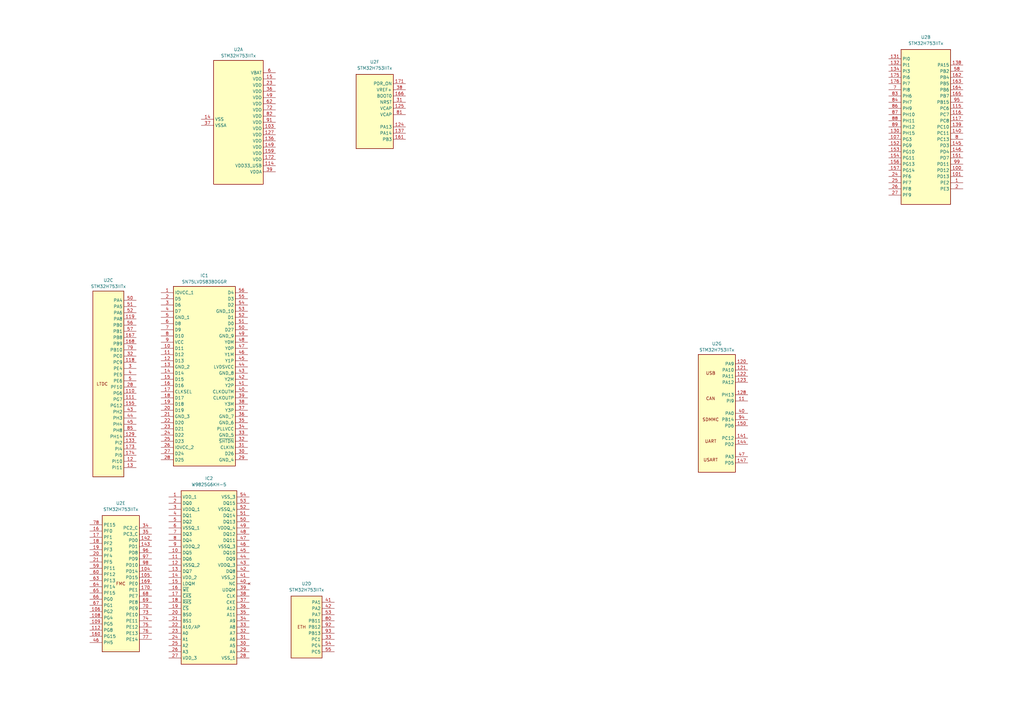
<source format=kicad_sch>
(kicad_sch
	(version 20231120)
	(generator "eeschema")
	(generator_version "8.0")
	(uuid "35b8a975-a1f8-4a47-8395-8e1ea283b386")
	(paper "A3")
	(lib_symbols
		(symbol "SN75LVDS83BDGGR:SN75LVDS83BDGGR"
			(exclude_from_sim no)
			(in_bom yes)
			(on_board yes)
			(property "Reference" "IC"
				(at 31.75 7.62 0)
				(effects
					(font
						(size 1.27 1.27)
					)
					(justify left top)
				)
			)
			(property "Value" "SN75LVDS83BDGGR"
				(at 31.75 5.08 0)
				(effects
					(font
						(size 1.27 1.27)
					)
					(justify left top)
				)
			)
			(property "Footprint" "SOP50P810X120-56N"
				(at 31.75 -94.92 0)
				(effects
					(font
						(size 1.27 1.27)
					)
					(justify left top)
					(hide yes)
				)
			)
			(property "Datasheet" "https://www.ti.com/lit/gpn/SN75LVDS83B"
				(at 31.75 -194.92 0)
				(effects
					(font
						(size 1.27 1.27)
					)
					(justify left top)
					(hide yes)
				)
			)
			(property "Description" "10- to 135-MHz 28-bit LVDS transmitter/serializer & FlatLink integrated circuit"
				(at 0 0 0)
				(effects
					(font
						(size 1.27 1.27)
					)
					(hide yes)
				)
			)
			(property "Height" "1.2"
				(at 31.75 -394.92 0)
				(effects
					(font
						(size 1.27 1.27)
					)
					(justify left top)
					(hide yes)
				)
			)
			(property "Mouser Part Number" "595-SN75LVDS83BDGGR"
				(at 31.75 -494.92 0)
				(effects
					(font
						(size 1.27 1.27)
					)
					(justify left top)
					(hide yes)
				)
			)
			(property "Mouser Price/Stock" "https://www.mouser.co.uk/ProductDetail/Texas-Instruments/SN75LVDS83BDGGR?qs=IDSsxkoac0yg4KfFeU4liA%3D%3D"
				(at 31.75 -594.92 0)
				(effects
					(font
						(size 1.27 1.27)
					)
					(justify left top)
					(hide yes)
				)
			)
			(property "Manufacturer_Name" "Texas Instruments"
				(at 31.75 -694.92 0)
				(effects
					(font
						(size 1.27 1.27)
					)
					(justify left top)
					(hide yes)
				)
			)
			(property "Manufacturer_Part_Number" "SN75LVDS83BDGGR"
				(at 31.75 -794.92 0)
				(effects
					(font
						(size 1.27 1.27)
					)
					(justify left top)
					(hide yes)
				)
			)
			(symbol "SN75LVDS83BDGGR_1_1"
				(rectangle
					(start 5.08 2.54)
					(end 30.48 -71.12)
					(stroke
						(width 0.254)
						(type default)
					)
					(fill
						(type background)
					)
				)
				(pin passive line
					(at 0 0 0)
					(length 5.08)
					(name "IOVCC_1"
						(effects
							(font
								(size 1.27 1.27)
							)
						)
					)
					(number "1"
						(effects
							(font
								(size 1.27 1.27)
							)
						)
					)
				)
				(pin passive line
					(at 0 -22.86 0)
					(length 5.08)
					(name "D11"
						(effects
							(font
								(size 1.27 1.27)
							)
						)
					)
					(number "10"
						(effects
							(font
								(size 1.27 1.27)
							)
						)
					)
				)
				(pin passive line
					(at 0 -25.4 0)
					(length 5.08)
					(name "D12"
						(effects
							(font
								(size 1.27 1.27)
							)
						)
					)
					(number "11"
						(effects
							(font
								(size 1.27 1.27)
							)
						)
					)
				)
				(pin passive line
					(at 0 -27.94 0)
					(length 5.08)
					(name "D13"
						(effects
							(font
								(size 1.27 1.27)
							)
						)
					)
					(number "12"
						(effects
							(font
								(size 1.27 1.27)
							)
						)
					)
				)
				(pin passive line
					(at 0 -30.48 0)
					(length 5.08)
					(name "GND_2"
						(effects
							(font
								(size 1.27 1.27)
							)
						)
					)
					(number "13"
						(effects
							(font
								(size 1.27 1.27)
							)
						)
					)
				)
				(pin passive line
					(at 0 -33.02 0)
					(length 5.08)
					(name "D14"
						(effects
							(font
								(size 1.27 1.27)
							)
						)
					)
					(number "14"
						(effects
							(font
								(size 1.27 1.27)
							)
						)
					)
				)
				(pin passive line
					(at 0 -35.56 0)
					(length 5.08)
					(name "D15"
						(effects
							(font
								(size 1.27 1.27)
							)
						)
					)
					(number "15"
						(effects
							(font
								(size 1.27 1.27)
							)
						)
					)
				)
				(pin passive line
					(at 0 -38.1 0)
					(length 5.08)
					(name "D16"
						(effects
							(font
								(size 1.27 1.27)
							)
						)
					)
					(number "16"
						(effects
							(font
								(size 1.27 1.27)
							)
						)
					)
				)
				(pin passive line
					(at 0 -40.64 0)
					(length 5.08)
					(name "CLKSEL"
						(effects
							(font
								(size 1.27 1.27)
							)
						)
					)
					(number "17"
						(effects
							(font
								(size 1.27 1.27)
							)
						)
					)
				)
				(pin passive line
					(at 0 -43.18 0)
					(length 5.08)
					(name "D17"
						(effects
							(font
								(size 1.27 1.27)
							)
						)
					)
					(number "18"
						(effects
							(font
								(size 1.27 1.27)
							)
						)
					)
				)
				(pin passive line
					(at 0 -45.72 0)
					(length 5.08)
					(name "D18"
						(effects
							(font
								(size 1.27 1.27)
							)
						)
					)
					(number "19"
						(effects
							(font
								(size 1.27 1.27)
							)
						)
					)
				)
				(pin passive line
					(at 0 -2.54 0)
					(length 5.08)
					(name "D5"
						(effects
							(font
								(size 1.27 1.27)
							)
						)
					)
					(number "2"
						(effects
							(font
								(size 1.27 1.27)
							)
						)
					)
				)
				(pin passive line
					(at 0 -48.26 0)
					(length 5.08)
					(name "D19"
						(effects
							(font
								(size 1.27 1.27)
							)
						)
					)
					(number "20"
						(effects
							(font
								(size 1.27 1.27)
							)
						)
					)
				)
				(pin passive line
					(at 0 -50.8 0)
					(length 5.08)
					(name "GND_3"
						(effects
							(font
								(size 1.27 1.27)
							)
						)
					)
					(number "21"
						(effects
							(font
								(size 1.27 1.27)
							)
						)
					)
				)
				(pin passive line
					(at 0 -53.34 0)
					(length 5.08)
					(name "D20"
						(effects
							(font
								(size 1.27 1.27)
							)
						)
					)
					(number "22"
						(effects
							(font
								(size 1.27 1.27)
							)
						)
					)
				)
				(pin passive line
					(at 0 -55.88 0)
					(length 5.08)
					(name "D21"
						(effects
							(font
								(size 1.27 1.27)
							)
						)
					)
					(number "23"
						(effects
							(font
								(size 1.27 1.27)
							)
						)
					)
				)
				(pin passive line
					(at 0 -58.42 0)
					(length 5.08)
					(name "D22"
						(effects
							(font
								(size 1.27 1.27)
							)
						)
					)
					(number "24"
						(effects
							(font
								(size 1.27 1.27)
							)
						)
					)
				)
				(pin passive line
					(at 0 -60.96 0)
					(length 5.08)
					(name "D23"
						(effects
							(font
								(size 1.27 1.27)
							)
						)
					)
					(number "25"
						(effects
							(font
								(size 1.27 1.27)
							)
						)
					)
				)
				(pin passive line
					(at 0 -63.5 0)
					(length 5.08)
					(name "IOVCC_2"
						(effects
							(font
								(size 1.27 1.27)
							)
						)
					)
					(number "26"
						(effects
							(font
								(size 1.27 1.27)
							)
						)
					)
				)
				(pin passive line
					(at 0 -66.04 0)
					(length 5.08)
					(name "D24"
						(effects
							(font
								(size 1.27 1.27)
							)
						)
					)
					(number "27"
						(effects
							(font
								(size 1.27 1.27)
							)
						)
					)
				)
				(pin passive line
					(at 0 -68.58 0)
					(length 5.08)
					(name "D25"
						(effects
							(font
								(size 1.27 1.27)
							)
						)
					)
					(number "28"
						(effects
							(font
								(size 1.27 1.27)
							)
						)
					)
				)
				(pin passive line
					(at 35.56 -68.58 180)
					(length 5.08)
					(name "GND_4"
						(effects
							(font
								(size 1.27 1.27)
							)
						)
					)
					(number "29"
						(effects
							(font
								(size 1.27 1.27)
							)
						)
					)
				)
				(pin passive line
					(at 0 -5.08 0)
					(length 5.08)
					(name "D6"
						(effects
							(font
								(size 1.27 1.27)
							)
						)
					)
					(number "3"
						(effects
							(font
								(size 1.27 1.27)
							)
						)
					)
				)
				(pin passive line
					(at 35.56 -66.04 180)
					(length 5.08)
					(name "D26"
						(effects
							(font
								(size 1.27 1.27)
							)
						)
					)
					(number "30"
						(effects
							(font
								(size 1.27 1.27)
							)
						)
					)
				)
				(pin passive line
					(at 35.56 -63.5 180)
					(length 5.08)
					(name "CLKIN"
						(effects
							(font
								(size 1.27 1.27)
							)
						)
					)
					(number "31"
						(effects
							(font
								(size 1.27 1.27)
							)
						)
					)
				)
				(pin passive line
					(at 35.56 -60.96 180)
					(length 5.08)
					(name "~{SHTDN}"
						(effects
							(font
								(size 1.27 1.27)
							)
						)
					)
					(number "32"
						(effects
							(font
								(size 1.27 1.27)
							)
						)
					)
				)
				(pin passive line
					(at 35.56 -58.42 180)
					(length 5.08)
					(name "GND_5"
						(effects
							(font
								(size 1.27 1.27)
							)
						)
					)
					(number "33"
						(effects
							(font
								(size 1.27 1.27)
							)
						)
					)
				)
				(pin passive line
					(at 35.56 -55.88 180)
					(length 5.08)
					(name "PLLVCC"
						(effects
							(font
								(size 1.27 1.27)
							)
						)
					)
					(number "34"
						(effects
							(font
								(size 1.27 1.27)
							)
						)
					)
				)
				(pin passive line
					(at 35.56 -53.34 180)
					(length 5.08)
					(name "GND_6"
						(effects
							(font
								(size 1.27 1.27)
							)
						)
					)
					(number "35"
						(effects
							(font
								(size 1.27 1.27)
							)
						)
					)
				)
				(pin passive line
					(at 35.56 -50.8 180)
					(length 5.08)
					(name "GND_7"
						(effects
							(font
								(size 1.27 1.27)
							)
						)
					)
					(number "36"
						(effects
							(font
								(size 1.27 1.27)
							)
						)
					)
				)
				(pin passive line
					(at 35.56 -48.26 180)
					(length 5.08)
					(name "Y3P"
						(effects
							(font
								(size 1.27 1.27)
							)
						)
					)
					(number "37"
						(effects
							(font
								(size 1.27 1.27)
							)
						)
					)
				)
				(pin passive line
					(at 35.56 -45.72 180)
					(length 5.08)
					(name "Y3M"
						(effects
							(font
								(size 1.27 1.27)
							)
						)
					)
					(number "38"
						(effects
							(font
								(size 1.27 1.27)
							)
						)
					)
				)
				(pin passive line
					(at 35.56 -43.18 180)
					(length 5.08)
					(name "CLKOUTP"
						(effects
							(font
								(size 1.27 1.27)
							)
						)
					)
					(number "39"
						(effects
							(font
								(size 1.27 1.27)
							)
						)
					)
				)
				(pin passive line
					(at 0 -7.62 0)
					(length 5.08)
					(name "D7"
						(effects
							(font
								(size 1.27 1.27)
							)
						)
					)
					(number "4"
						(effects
							(font
								(size 1.27 1.27)
							)
						)
					)
				)
				(pin passive line
					(at 35.56 -40.64 180)
					(length 5.08)
					(name "CLKOUTM"
						(effects
							(font
								(size 1.27 1.27)
							)
						)
					)
					(number "40"
						(effects
							(font
								(size 1.27 1.27)
							)
						)
					)
				)
				(pin passive line
					(at 35.56 -38.1 180)
					(length 5.08)
					(name "Y2P"
						(effects
							(font
								(size 1.27 1.27)
							)
						)
					)
					(number "41"
						(effects
							(font
								(size 1.27 1.27)
							)
						)
					)
				)
				(pin passive line
					(at 35.56 -35.56 180)
					(length 5.08)
					(name "Y2M"
						(effects
							(font
								(size 1.27 1.27)
							)
						)
					)
					(number "42"
						(effects
							(font
								(size 1.27 1.27)
							)
						)
					)
				)
				(pin passive line
					(at 35.56 -33.02 180)
					(length 5.08)
					(name "GND_8"
						(effects
							(font
								(size 1.27 1.27)
							)
						)
					)
					(number "43"
						(effects
							(font
								(size 1.27 1.27)
							)
						)
					)
				)
				(pin passive line
					(at 35.56 -30.48 180)
					(length 5.08)
					(name "LVDSVCC"
						(effects
							(font
								(size 1.27 1.27)
							)
						)
					)
					(number "44"
						(effects
							(font
								(size 1.27 1.27)
							)
						)
					)
				)
				(pin passive line
					(at 35.56 -27.94 180)
					(length 5.08)
					(name "Y1P"
						(effects
							(font
								(size 1.27 1.27)
							)
						)
					)
					(number "45"
						(effects
							(font
								(size 1.27 1.27)
							)
						)
					)
				)
				(pin passive line
					(at 35.56 -25.4 180)
					(length 5.08)
					(name "Y1M"
						(effects
							(font
								(size 1.27 1.27)
							)
						)
					)
					(number "46"
						(effects
							(font
								(size 1.27 1.27)
							)
						)
					)
				)
				(pin passive line
					(at 35.56 -22.86 180)
					(length 5.08)
					(name "Y0P"
						(effects
							(font
								(size 1.27 1.27)
							)
						)
					)
					(number "47"
						(effects
							(font
								(size 1.27 1.27)
							)
						)
					)
				)
				(pin passive line
					(at 35.56 -20.32 180)
					(length 5.08)
					(name "Y0M"
						(effects
							(font
								(size 1.27 1.27)
							)
						)
					)
					(number "48"
						(effects
							(font
								(size 1.27 1.27)
							)
						)
					)
				)
				(pin passive line
					(at 35.56 -17.78 180)
					(length 5.08)
					(name "GND_9"
						(effects
							(font
								(size 1.27 1.27)
							)
						)
					)
					(number "49"
						(effects
							(font
								(size 1.27 1.27)
							)
						)
					)
				)
				(pin passive line
					(at 0 -10.16 0)
					(length 5.08)
					(name "GND_1"
						(effects
							(font
								(size 1.27 1.27)
							)
						)
					)
					(number "5"
						(effects
							(font
								(size 1.27 1.27)
							)
						)
					)
				)
				(pin passive line
					(at 35.56 -15.24 180)
					(length 5.08)
					(name "D27"
						(effects
							(font
								(size 1.27 1.27)
							)
						)
					)
					(number "50"
						(effects
							(font
								(size 1.27 1.27)
							)
						)
					)
				)
				(pin passive line
					(at 35.56 -12.7 180)
					(length 5.08)
					(name "D0"
						(effects
							(font
								(size 1.27 1.27)
							)
						)
					)
					(number "51"
						(effects
							(font
								(size 1.27 1.27)
							)
						)
					)
				)
				(pin passive line
					(at 35.56 -10.16 180)
					(length 5.08)
					(name "D1"
						(effects
							(font
								(size 1.27 1.27)
							)
						)
					)
					(number "52"
						(effects
							(font
								(size 1.27 1.27)
							)
						)
					)
				)
				(pin passive line
					(at 35.56 -7.62 180)
					(length 5.08)
					(name "GND_10"
						(effects
							(font
								(size 1.27 1.27)
							)
						)
					)
					(number "53"
						(effects
							(font
								(size 1.27 1.27)
							)
						)
					)
				)
				(pin passive line
					(at 35.56 -5.08 180)
					(length 5.08)
					(name "D2"
						(effects
							(font
								(size 1.27 1.27)
							)
						)
					)
					(number "54"
						(effects
							(font
								(size 1.27 1.27)
							)
						)
					)
				)
				(pin passive line
					(at 35.56 -2.54 180)
					(length 5.08)
					(name "D3"
						(effects
							(font
								(size 1.27 1.27)
							)
						)
					)
					(number "55"
						(effects
							(font
								(size 1.27 1.27)
							)
						)
					)
				)
				(pin passive line
					(at 35.56 0 180)
					(length 5.08)
					(name "D4"
						(effects
							(font
								(size 1.27 1.27)
							)
						)
					)
					(number "56"
						(effects
							(font
								(size 1.27 1.27)
							)
						)
					)
				)
				(pin passive line
					(at 0 -12.7 0)
					(length 5.08)
					(name "D8"
						(effects
							(font
								(size 1.27 1.27)
							)
						)
					)
					(number "6"
						(effects
							(font
								(size 1.27 1.27)
							)
						)
					)
				)
				(pin passive line
					(at 0 -15.24 0)
					(length 5.08)
					(name "D9"
						(effects
							(font
								(size 1.27 1.27)
							)
						)
					)
					(number "7"
						(effects
							(font
								(size 1.27 1.27)
							)
						)
					)
				)
				(pin passive line
					(at 0 -17.78 0)
					(length 5.08)
					(name "D10"
						(effects
							(font
								(size 1.27 1.27)
							)
						)
					)
					(number "8"
						(effects
							(font
								(size 1.27 1.27)
							)
						)
					)
				)
				(pin passive line
					(at 0 -20.32 0)
					(length 5.08)
					(name "VCC"
						(effects
							(font
								(size 1.27 1.27)
							)
						)
					)
					(number "9"
						(effects
							(font
								(size 1.27 1.27)
							)
						)
					)
				)
			)
		)
		(symbol "STM32H753IITx_1"
			(exclude_from_sim no)
			(in_bom yes)
			(on_board yes)
			(property "Reference" "U"
				(at -11.684 0.762 0)
				(effects
					(font
						(size 1.27 1.27)
					)
					(justify left)
				)
			)
			(property "Value" "STM32H753IITx"
				(at -23.114 -2.54 0)
				(effects
					(font
						(size 1.27 1.27)
					)
					(justify left)
				)
			)
			(property "Footprint" "Package_QFP:LQFP-176_24x24mm_P0.5mm"
				(at 21.336 47.244 0)
				(effects
					(font
						(size 1.27 1.27)
					)
					(justify right)
					(hide yes)
				)
			)
			(property "Datasheet" "https://www.st.com/resource/en/datasheet/stm32h753ii.pdf"
				(at -3.556 43.18 0)
				(effects
					(font
						(size 1.27 1.27)
					)
					(hide yes)
				)
			)
			(property "Description" "STMicroelectronics Arm Cortex-M7 MCU, 2048KB flash, 1024KB RAM, 480 MHz, 1.62-3.6V, 140 GPIO, LQFP176"
				(at -3.556 43.18 0)
				(effects
					(font
						(size 1.27 1.27)
					)
					(hide yes)
				)
			)
			(property "ki_keywords" "Arm Cortex-M7 STM32H7 STM32H743/753"
				(at 0 0 0)
				(effects
					(font
						(size 1.27 1.27)
					)
					(hide yes)
				)
			)
			(property "ki_fp_filters" "LQFP*24x24mm*P0.5mm*"
				(at 0 0 0)
				(effects
					(font
						(size 1.27 1.27)
					)
					(hide yes)
				)
			)
			(symbol "STM32H753IITx_1_1_1"
				(rectangle
					(start 10.16 25.4)
					(end -10.16 -25.4)
					(stroke
						(width 0.254)
						(type default)
					)
					(fill
						(type background)
					)
				)
				(pin passive line
					(at -15.24 1.27 0)
					(length 5.08) hide
					(name "VSS"
						(effects
							(font
								(size 1.27 1.27)
							)
						)
					)
					(number "102"
						(effects
							(font
								(size 1.27 1.27)
							)
						)
					)
				)
				(pin power_in line
					(at 15.24 -2.54 180)
					(length 5.08)
					(name "VDD"
						(effects
							(font
								(size 1.27 1.27)
							)
						)
					)
					(number "103"
						(effects
							(font
								(size 1.27 1.27)
							)
						)
					)
				)
				(pin passive line
					(at -15.24 1.27 0)
					(length 5.08) hide
					(name "VSS"
						(effects
							(font
								(size 1.27 1.27)
							)
						)
					)
					(number "113"
						(effects
							(font
								(size 1.27 1.27)
							)
						)
					)
				)
				(pin power_in line
					(at 15.24 -17.78 180)
					(length 5.08)
					(name "VDD33_USB"
						(effects
							(font
								(size 1.27 1.27)
							)
						)
					)
					(number "114"
						(effects
							(font
								(size 1.27 1.27)
							)
						)
					)
				)
				(pin passive line
					(at -15.24 1.27 0)
					(length 5.08) hide
					(name "VSS"
						(effects
							(font
								(size 1.27 1.27)
							)
						)
					)
					(number "126"
						(effects
							(font
								(size 1.27 1.27)
							)
						)
					)
				)
				(pin power_in line
					(at 15.24 -5.08 180)
					(length 5.08)
					(name "VDD"
						(effects
							(font
								(size 1.27 1.27)
							)
						)
					)
					(number "127"
						(effects
							(font
								(size 1.27 1.27)
							)
						)
					)
				)
				(pin passive line
					(at -15.24 1.27 0)
					(length 5.08) hide
					(name "VSS"
						(effects
							(font
								(size 1.27 1.27)
							)
						)
					)
					(number "135"
						(effects
							(font
								(size 1.27 1.27)
							)
						)
					)
				)
				(pin power_in line
					(at 15.24 -7.62 180)
					(length 5.08)
					(name "VDD"
						(effects
							(font
								(size 1.27 1.27)
							)
						)
					)
					(number "136"
						(effects
							(font
								(size 1.27 1.27)
							)
						)
					)
				)
				(pin power_in line
					(at -15.24 1.27 0)
					(length 5.08)
					(name "VSS"
						(effects
							(font
								(size 1.27 1.27)
							)
						)
					)
					(number "14"
						(effects
							(font
								(size 1.27 1.27)
							)
						)
					)
				)
				(pin passive line
					(at -15.24 1.27 0)
					(length 5.08) hide
					(name "VSS"
						(effects
							(font
								(size 1.27 1.27)
							)
						)
					)
					(number "148"
						(effects
							(font
								(size 1.27 1.27)
							)
						)
					)
				)
				(pin power_in line
					(at 15.24 -10.16 180)
					(length 5.08)
					(name "VDD"
						(effects
							(font
								(size 1.27 1.27)
							)
						)
					)
					(number "149"
						(effects
							(font
								(size 1.27 1.27)
							)
						)
					)
				)
				(pin power_in line
					(at 15.24 17.78 180)
					(length 5.08)
					(name "VDD"
						(effects
							(font
								(size 1.27 1.27)
							)
						)
					)
					(number "15"
						(effects
							(font
								(size 1.27 1.27)
							)
						)
					)
				)
				(pin passive line
					(at -15.24 1.27 0)
					(length 5.08) hide
					(name "VSS"
						(effects
							(font
								(size 1.27 1.27)
							)
						)
					)
					(number "158"
						(effects
							(font
								(size 1.27 1.27)
							)
						)
					)
				)
				(pin power_in line
					(at 15.24 -12.7 180)
					(length 5.08)
					(name "VDD"
						(effects
							(font
								(size 1.27 1.27)
							)
						)
					)
					(number "159"
						(effects
							(font
								(size 1.27 1.27)
							)
						)
					)
				)
				(pin power_in line
					(at 15.24 -15.24 180)
					(length 5.08)
					(name "VDD"
						(effects
							(font
								(size 1.27 1.27)
							)
						)
					)
					(number "172"
						(effects
							(font
								(size 1.27 1.27)
							)
						)
					)
				)
				(pin passive line
					(at -15.24 1.27 0)
					(length 5.08) hide
					(name "VSS"
						(effects
							(font
								(size 1.27 1.27)
							)
						)
					)
					(number "22"
						(effects
							(font
								(size 1.27 1.27)
							)
						)
					)
				)
				(pin power_in line
					(at 15.24 15.24 180)
					(length 5.08)
					(name "VDD"
						(effects
							(font
								(size 1.27 1.27)
							)
						)
					)
					(number "23"
						(effects
							(font
								(size 1.27 1.27)
							)
						)
					)
				)
				(pin power_in line
					(at 15.24 12.7 180)
					(length 5.08)
					(name "VDD"
						(effects
							(font
								(size 1.27 1.27)
							)
						)
					)
					(number "36"
						(effects
							(font
								(size 1.27 1.27)
							)
						)
					)
				)
				(pin power_in line
					(at -15.24 -1.27 0)
					(length 5.08)
					(name "VSSA"
						(effects
							(font
								(size 1.27 1.27)
							)
						)
					)
					(number "37"
						(effects
							(font
								(size 1.27 1.27)
							)
						)
					)
				)
				(pin power_in line
					(at 15.24 -20.32 180)
					(length 5.08)
					(name "VDDA"
						(effects
							(font
								(size 1.27 1.27)
							)
						)
					)
					(number "39"
						(effects
							(font
								(size 1.27 1.27)
							)
						)
					)
				)
				(pin passive line
					(at -15.24 1.27 0)
					(length 5.08) hide
					(name "VSS"
						(effects
							(font
								(size 1.27 1.27)
							)
						)
					)
					(number "48"
						(effects
							(font
								(size 1.27 1.27)
							)
						)
					)
				)
				(pin power_in line
					(at 15.24 10.16 180)
					(length 5.08)
					(name "VDD"
						(effects
							(font
								(size 1.27 1.27)
							)
						)
					)
					(number "49"
						(effects
							(font
								(size 1.27 1.27)
							)
						)
					)
				)
				(pin power_in line
					(at 15.24 20.32 180)
					(length 5.08)
					(name "VBAT"
						(effects
							(font
								(size 1.27 1.27)
							)
						)
					)
					(number "6"
						(effects
							(font
								(size 1.27 1.27)
							)
						)
					)
				)
				(pin passive line
					(at -15.24 1.27 0)
					(length 5.08) hide
					(name "VSS"
						(effects
							(font
								(size 1.27 1.27)
							)
						)
					)
					(number "61"
						(effects
							(font
								(size 1.27 1.27)
							)
						)
					)
				)
				(pin power_in line
					(at 15.24 7.62 180)
					(length 5.08)
					(name "VDD"
						(effects
							(font
								(size 1.27 1.27)
							)
						)
					)
					(number "62"
						(effects
							(font
								(size 1.27 1.27)
							)
						)
					)
				)
				(pin passive line
					(at -15.24 1.27 0)
					(length 5.08) hide
					(name "VSS"
						(effects
							(font
								(size 1.27 1.27)
							)
						)
					)
					(number "71"
						(effects
							(font
								(size 1.27 1.27)
							)
						)
					)
				)
				(pin power_in line
					(at 15.24 5.08 180)
					(length 5.08)
					(name "VDD"
						(effects
							(font
								(size 1.27 1.27)
							)
						)
					)
					(number "72"
						(effects
							(font
								(size 1.27 1.27)
							)
						)
					)
				)
				(pin power_in line
					(at 15.24 2.54 180)
					(length 5.08)
					(name "VDD"
						(effects
							(font
								(size 1.27 1.27)
							)
						)
					)
					(number "82"
						(effects
							(font
								(size 1.27 1.27)
							)
						)
					)
				)
				(pin passive line
					(at -15.24 1.27 0)
					(length 5.08) hide
					(name "VSS"
						(effects
							(font
								(size 1.27 1.27)
							)
						)
					)
					(number "90"
						(effects
							(font
								(size 1.27 1.27)
							)
						)
					)
				)
				(pin power_in line
					(at 15.24 0 180)
					(length 5.08)
					(name "VDD"
						(effects
							(font
								(size 1.27 1.27)
							)
						)
					)
					(number "91"
						(effects
							(font
								(size 1.27 1.27)
							)
						)
					)
				)
			)
			(symbol "STM32H753IITx_1_2_1"
				(rectangle
					(start -10.16 31.75)
					(end 10.16 -31.75)
					(stroke
						(width 0.254)
						(type default)
					)
					(fill
						(type background)
					)
				)
				(pin bidirectional line
					(at 15.24 -22.86 180)
					(length 5.08)
					(name "PE2"
						(effects
							(font
								(size 1.27 1.27)
							)
						)
					)
					(number "1"
						(effects
							(font
								(size 1.27 1.27)
							)
						)
					)
					(alternate "DEBUG_TRACECLK" bidirectional line)
					(alternate "ETH_TXD3" bidirectional line)
					(alternate "FMC_A23" bidirectional line)
					(alternate "QUADSPI_BK1_IO2" bidirectional line)
					(alternate "SAI1_CK1" bidirectional line)
					(alternate "SAI1_MCLK_A" bidirectional line)
					(alternate "SAI4_CK1" bidirectional line)
					(alternate "SAI4_MCLK_A" bidirectional line)
					(alternate "SPI4_SCK" bidirectional line)
				)
				(pin bidirectional line
					(at 15.24 -17.78 180)
					(length 5.08)
					(name "PD12"
						(effects
							(font
								(size 1.27 1.27)
							)
						)
					)
					(number "100"
						(effects
							(font
								(size 1.27 1.27)
							)
						)
					)
					(alternate "FMC_A17" bidirectional line)
					(alternate "FMC_ALE" bidirectional line)
					(alternate "I2C4_SCL" bidirectional line)
					(alternate "LPTIM1_IN1" bidirectional line)
					(alternate "LPTIM2_IN1" bidirectional line)
					(alternate "QUADSPI_BK1_IO1" bidirectional line)
					(alternate "SAI2_FS_A" bidirectional line)
					(alternate "TIM4_CH1" bidirectional line)
					(alternate "USART3_DE" bidirectional line)
					(alternate "USART3_RTS" bidirectional line)
				)
				(pin bidirectional line
					(at 15.24 -20.32 180)
					(length 5.08)
					(name "PD13"
						(effects
							(font
								(size 1.27 1.27)
							)
						)
					)
					(number "101"
						(effects
							(font
								(size 1.27 1.27)
							)
						)
					)
					(alternate "FMC_A18" bidirectional line)
					(alternate "I2C4_SDA" bidirectional line)
					(alternate "LPTIM1_OUT" bidirectional line)
					(alternate "QUADSPI_BK1_IO3" bidirectional line)
					(alternate "SAI2_SCK_A" bidirectional line)
					(alternate "TIM4_CH2" bidirectional line)
				)
				(pin bidirectional line
					(at -15.24 -5.08 0)
					(length 5.08)
					(name "PG3"
						(effects
							(font
								(size 1.27 1.27)
							)
						)
					)
					(number "107"
						(effects
							(font
								(size 1.27 1.27)
							)
						)
					)
					(alternate "FMC_A13" bidirectional line)
					(alternate "TIM8_BKIN2" bidirectional line)
					(alternate "TIM8_BKIN2_COMP1" bidirectional line)
					(alternate "TIM8_BKIN2_COMP2" bidirectional line)
				)
				(pin bidirectional line
					(at 15.24 7.62 180)
					(length 5.08)
					(name "PC6"
						(effects
							(font
								(size 1.27 1.27)
							)
						)
					)
					(number "115"
						(effects
							(font
								(size 1.27 1.27)
							)
						)
					)
					(alternate "DCMI_D0" bidirectional line)
					(alternate "DFSDM1_CKIN3" bidirectional line)
					(alternate "FMC_NWAIT" bidirectional line)
					(alternate "HRTIM_CHA1" bidirectional line)
					(alternate "I2S2_MCK" bidirectional line)
					(alternate "LTDC_HSYNC" bidirectional line)
					(alternate "SDMMC1_D0DIR" bidirectional line)
					(alternate "SDMMC1_D6" bidirectional line)
					(alternate "SDMMC2_D6" bidirectional line)
					(alternate "SWPMI1_IO" bidirectional line)
					(alternate "TIM3_CH1" bidirectional line)
					(alternate "TIM8_CH1" bidirectional line)
					(alternate "USART6_TX" bidirectional line)
				)
				(pin bidirectional line
					(at 15.24 5.08 180)
					(length 5.08)
					(name "PC7"
						(effects
							(font
								(size 1.27 1.27)
							)
						)
					)
					(number "116"
						(effects
							(font
								(size 1.27 1.27)
							)
						)
					)
					(alternate "DCMI_D1" bidirectional line)
					(alternate "DEBUG_TRGIO" bidirectional line)
					(alternate "DFSDM1_DATIN3" bidirectional line)
					(alternate "FMC_NE1" bidirectional line)
					(alternate "HRTIM_CHA2" bidirectional line)
					(alternate "I2S3_MCK" bidirectional line)
					(alternate "LTDC_G6" bidirectional line)
					(alternate "SDMMC1_D123DIR" bidirectional line)
					(alternate "SDMMC1_D7" bidirectional line)
					(alternate "SDMMC2_D7" bidirectional line)
					(alternate "SWPMI1_TX" bidirectional line)
					(alternate "TIM3_CH2" bidirectional line)
					(alternate "TIM8_CH2" bidirectional line)
					(alternate "USART6_RX" bidirectional line)
				)
				(pin bidirectional line
					(at 15.24 2.54 180)
					(length 5.08)
					(name "PC8"
						(effects
							(font
								(size 1.27 1.27)
							)
						)
					)
					(number "117"
						(effects
							(font
								(size 1.27 1.27)
							)
						)
					)
					(alternate "DCMI_D2" bidirectional line)
					(alternate "DEBUG_TRACED1" bidirectional line)
					(alternate "FMC_NCE" bidirectional line)
					(alternate "FMC_NE2" bidirectional line)
					(alternate "HRTIM_CHB1" bidirectional line)
					(alternate "SDMMC1_D0" bidirectional line)
					(alternate "SWPMI1_RX" bidirectional line)
					(alternate "TIM3_CH3" bidirectional line)
					(alternate "TIM8_CH3" bidirectional line)
					(alternate "UART5_DE" bidirectional line)
					(alternate "UART5_RTS" bidirectional line)
					(alternate "USART6_CK" bidirectional line)
				)
				(pin bidirectional line
					(at -15.24 -2.54 0)
					(length 5.08)
					(name "PH15"
						(effects
							(font
								(size 1.27 1.27)
							)
						)
					)
					(number "130"
						(effects
							(font
								(size 1.27 1.27)
							)
						)
					)
					(alternate "ADC1_EXTI15" bidirectional line)
					(alternate "ADC2_EXTI15" bidirectional line)
					(alternate "ADC3_EXTI15" bidirectional line)
					(alternate "DCMI_D11" bidirectional line)
					(alternate "FMC_D23" bidirectional line)
					(alternate "LTDC_G4" bidirectional line)
					(alternate "TIM8_CH3N" bidirectional line)
				)
				(pin bidirectional line
					(at -15.24 27.94 0)
					(length 5.08)
					(name "PI0"
						(effects
							(font
								(size 1.27 1.27)
							)
						)
					)
					(number "131"
						(effects
							(font
								(size 1.27 1.27)
							)
						)
					)
					(alternate "DCMI_D13" bidirectional line)
					(alternate "FMC_D24" bidirectional line)
					(alternate "I2S2_WS" bidirectional line)
					(alternate "LTDC_G5" bidirectional line)
					(alternate "SPI2_NSS" bidirectional line)
					(alternate "TIM5_CH4" bidirectional line)
				)
				(pin bidirectional line
					(at -15.24 25.4 0)
					(length 5.08)
					(name "PI1"
						(effects
							(font
								(size 1.27 1.27)
							)
						)
					)
					(number "132"
						(effects
							(font
								(size 1.27 1.27)
							)
						)
					)
					(alternate "DCMI_D8" bidirectional line)
					(alternate "FMC_D25" bidirectional line)
					(alternate "I2S2_CK" bidirectional line)
					(alternate "LTDC_G6" bidirectional line)
					(alternate "SPI2_SCK" bidirectional line)
					(alternate "TIM8_BKIN2" bidirectional line)
					(alternate "TIM8_BKIN2_COMP1" bidirectional line)
					(alternate "TIM8_BKIN2_COMP2" bidirectional line)
				)
				(pin bidirectional line
					(at -15.24 22.86 0)
					(length 5.08)
					(name "PI3"
						(effects
							(font
								(size 1.27 1.27)
							)
						)
					)
					(number "134"
						(effects
							(font
								(size 1.27 1.27)
							)
						)
					)
					(alternate "DCMI_D10" bidirectional line)
					(alternate "FMC_D27" bidirectional line)
					(alternate "I2S2_SDO" bidirectional line)
					(alternate "SPI2_MOSI" bidirectional line)
					(alternate "TIM8_ETR" bidirectional line)
				)
				(pin bidirectional line
					(at 15.24 25.4 180)
					(length 5.08)
					(name "PA15"
						(effects
							(font
								(size 1.27 1.27)
							)
						)
					)
					(number "138"
						(effects
							(font
								(size 1.27 1.27)
							)
						)
					)
					(alternate "ADC1_EXTI15" bidirectional line)
					(alternate "ADC2_EXTI15" bidirectional line)
					(alternate "ADC3_EXTI15" bidirectional line)
					(alternate "CEC" bidirectional line)
					(alternate "DEBUG_JTDI" bidirectional line)
					(alternate "HRTIM_FLT1" bidirectional line)
					(alternate "I2S1_WS" bidirectional line)
					(alternate "I2S3_WS" bidirectional line)
					(alternate "SPI1_NSS" bidirectional line)
					(alternate "SPI3_NSS" bidirectional line)
					(alternate "SPI6_NSS" bidirectional line)
					(alternate "TIM2_CH1" bidirectional line)
					(alternate "TIM2_ETR" bidirectional line)
					(alternate "UART4_DE" bidirectional line)
					(alternate "UART4_RTS" bidirectional line)
					(alternate "UART7_TX" bidirectional line)
				)
				(pin bidirectional line
					(at 15.24 0 180)
					(length 5.08)
					(name "PC10"
						(effects
							(font
								(size 1.27 1.27)
							)
						)
					)
					(number "139"
						(effects
							(font
								(size 1.27 1.27)
							)
						)
					)
					(alternate "DCMI_D8" bidirectional line)
					(alternate "DFSDM1_CKIN5" bidirectional line)
					(alternate "HRTIM_EEV1" bidirectional line)
					(alternate "I2S3_CK" bidirectional line)
					(alternate "LTDC_R2" bidirectional line)
					(alternate "QUADSPI_BK1_IO1" bidirectional line)
					(alternate "SDMMC1_D2" bidirectional line)
					(alternate "SPI3_SCK" bidirectional line)
					(alternate "UART4_TX" bidirectional line)
					(alternate "USART3_TX" bidirectional line)
				)
				(pin bidirectional line
					(at 15.24 -2.54 180)
					(length 5.08)
					(name "PC11"
						(effects
							(font
								(size 1.27 1.27)
							)
						)
					)
					(number "140"
						(effects
							(font
								(size 1.27 1.27)
							)
						)
					)
					(alternate "ADC1_EXTI11" bidirectional line)
					(alternate "ADC2_EXTI11" bidirectional line)
					(alternate "ADC3_EXTI11" bidirectional line)
					(alternate "DCMI_D4" bidirectional line)
					(alternate "DFSDM1_DATIN5" bidirectional line)
					(alternate "HRTIM_FLT2" bidirectional line)
					(alternate "I2S3_SDI" bidirectional line)
					(alternate "QUADSPI_BK2_NCS" bidirectional line)
					(alternate "SDMMC1_D3" bidirectional line)
					(alternate "SPI3_MISO" bidirectional line)
					(alternate "UART4_RX" bidirectional line)
					(alternate "USART3_RX" bidirectional line)
				)
				(pin bidirectional line
					(at 15.24 -7.62 180)
					(length 5.08)
					(name "PD3"
						(effects
							(font
								(size 1.27 1.27)
							)
						)
					)
					(number "145"
						(effects
							(font
								(size 1.27 1.27)
							)
						)
					)
					(alternate "DCMI_D5" bidirectional line)
					(alternate "DFSDM1_CKOUT" bidirectional line)
					(alternate "FMC_CLK" bidirectional line)
					(alternate "I2S2_CK" bidirectional line)
					(alternate "LTDC_G7" bidirectional line)
					(alternate "SPI2_SCK" bidirectional line)
					(alternate "USART2_CTS" bidirectional line)
					(alternate "USART2_NSS" bidirectional line)
				)
				(pin bidirectional line
					(at 15.24 -10.16 180)
					(length 5.08)
					(name "PD4"
						(effects
							(font
								(size 1.27 1.27)
							)
						)
					)
					(number "146"
						(effects
							(font
								(size 1.27 1.27)
							)
						)
					)
					(alternate "FMC_NOE" bidirectional line)
					(alternate "HRTIM_FLT3" bidirectional line)
					(alternate "SAI3_FS_A" bidirectional line)
					(alternate "USART2_DE" bidirectional line)
					(alternate "USART2_RTS" bidirectional line)
				)
				(pin bidirectional line
					(at 15.24 -12.7 180)
					(length 5.08)
					(name "PD7"
						(effects
							(font
								(size 1.27 1.27)
							)
						)
					)
					(number "151"
						(effects
							(font
								(size 1.27 1.27)
							)
						)
					)
					(alternate "DFSDM1_CKIN1" bidirectional line)
					(alternate "DFSDM1_DATIN4" bidirectional line)
					(alternate "FMC_NE1" bidirectional line)
					(alternate "I2S1_SDO" bidirectional line)
					(alternate "SDMMC2_CMD" bidirectional line)
					(alternate "SPDIFRX1_IN0" bidirectional line)
					(alternate "SPI1_MOSI" bidirectional line)
					(alternate "USART2_CK" bidirectional line)
				)
				(pin bidirectional line
					(at -15.24 -7.62 0)
					(length 5.08)
					(name "PG9"
						(effects
							(font
								(size 1.27 1.27)
							)
						)
					)
					(number "152"
						(effects
							(font
								(size 1.27 1.27)
							)
						)
					)
					(alternate "DAC1_EXTI9" bidirectional line)
					(alternate "DCMI_VSYNC" bidirectional line)
					(alternate "FMC_NCE" bidirectional line)
					(alternate "FMC_NE2" bidirectional line)
					(alternate "I2S1_SDI" bidirectional line)
					(alternate "QUADSPI_BK2_IO2" bidirectional line)
					(alternate "SAI2_FS_B" bidirectional line)
					(alternate "SPDIFRX1_IN3" bidirectional line)
					(alternate "SPI1_MISO" bidirectional line)
					(alternate "USART6_RX" bidirectional line)
				)
				(pin bidirectional line
					(at -15.24 -10.16 0)
					(length 5.08)
					(name "PG10"
						(effects
							(font
								(size 1.27 1.27)
							)
						)
					)
					(number "153"
						(effects
							(font
								(size 1.27 1.27)
							)
						)
					)
					(alternate "DCMI_D2" bidirectional line)
					(alternate "FMC_NE3" bidirectional line)
					(alternate "HRTIM_FLT5" bidirectional line)
					(alternate "I2S1_WS" bidirectional line)
					(alternate "LTDC_B2" bidirectional line)
					(alternate "LTDC_G3" bidirectional line)
					(alternate "SAI2_SD_B" bidirectional line)
					(alternate "SPI1_NSS" bidirectional line)
				)
				(pin bidirectional line
					(at -15.24 -12.7 0)
					(length 5.08)
					(name "PG11"
						(effects
							(font
								(size 1.27 1.27)
							)
						)
					)
					(number "154"
						(effects
							(font
								(size 1.27 1.27)
							)
						)
					)
					(alternate "ADC1_EXTI11" bidirectional line)
					(alternate "ADC2_EXTI11" bidirectional line)
					(alternate "ADC3_EXTI11" bidirectional line)
					(alternate "DCMI_D3" bidirectional line)
					(alternate "ETH_TX_EN" bidirectional line)
					(alternate "HRTIM_EEV4" bidirectional line)
					(alternate "I2S1_CK" bidirectional line)
					(alternate "LPTIM1_IN2" bidirectional line)
					(alternate "LTDC_B3" bidirectional line)
					(alternate "SDMMC2_D2" bidirectional line)
					(alternate "SPDIFRX1_IN0" bidirectional line)
					(alternate "SPI1_SCK" bidirectional line)
				)
				(pin bidirectional line
					(at -15.24 -15.24 0)
					(length 5.08)
					(name "PG13"
						(effects
							(font
								(size 1.27 1.27)
							)
						)
					)
					(number "156"
						(effects
							(font
								(size 1.27 1.27)
							)
						)
					)
					(alternate "DEBUG_TRACED0" bidirectional line)
					(alternate "ETH_TXD0" bidirectional line)
					(alternate "FMC_A24" bidirectional line)
					(alternate "HRTIM_EEV10" bidirectional line)
					(alternate "LPTIM1_OUT" bidirectional line)
					(alternate "LTDC_R0" bidirectional line)
					(alternate "SPI6_SCK" bidirectional line)
					(alternate "USART6_CTS" bidirectional line)
					(alternate "USART6_NSS" bidirectional line)
				)
				(pin bidirectional line
					(at -15.24 -17.78 0)
					(length 5.08)
					(name "PG14"
						(effects
							(font
								(size 1.27 1.27)
							)
						)
					)
					(number "157"
						(effects
							(font
								(size 1.27 1.27)
							)
						)
					)
					(alternate "DEBUG_TRACED1" bidirectional line)
					(alternate "ETH_TXD1" bidirectional line)
					(alternate "FMC_A25" bidirectional line)
					(alternate "LPTIM1_ETR" bidirectional line)
					(alternate "LTDC_B0" bidirectional line)
					(alternate "QUADSPI_BK2_IO3" bidirectional line)
					(alternate "SPI6_MOSI" bidirectional line)
					(alternate "USART6_TX" bidirectional line)
				)
				(pin bidirectional line
					(at 15.24 20.32 180)
					(length 5.08)
					(name "PB4"
						(effects
							(font
								(size 1.27 1.27)
							)
						)
					)
					(number "162"
						(effects
							(font
								(size 1.27 1.27)
							)
						)
					)
					(alternate "DEBUG_JTRST" bidirectional line)
					(alternate "HRTIM_EEV6" bidirectional line)
					(alternate "I2S1_SDI" bidirectional line)
					(alternate "I2S2_WS" bidirectional line)
					(alternate "I2S3_SDI" bidirectional line)
					(alternate "SDMMC2_D3" bidirectional line)
					(alternate "SPI1_MISO" bidirectional line)
					(alternate "SPI2_NSS" bidirectional line)
					(alternate "SPI3_MISO" bidirectional line)
					(alternate "SPI6_MISO" bidirectional line)
					(alternate "TIM16_BKIN" bidirectional line)
					(alternate "TIM3_CH1" bidirectional line)
					(alternate "UART7_TX" bidirectional line)
				)
				(pin bidirectional line
					(at 15.24 17.78 180)
					(length 5.08)
					(name "PB5"
						(effects
							(font
								(size 1.27 1.27)
							)
						)
					)
					(number "163"
						(effects
							(font
								(size 1.27 1.27)
							)
						)
					)
					(alternate "DCMI_D10" bidirectional line)
					(alternate "ETH_PPS_OUT" bidirectional line)
					(alternate "FDCAN2_RX" bidirectional line)
					(alternate "FMC_SDCKE1" bidirectional line)
					(alternate "HRTIM_EEV7" bidirectional line)
					(alternate "I2C1_SMBA" bidirectional line)
					(alternate "I2C4_SMBA" bidirectional line)
					(alternate "I2S1_SDO" bidirectional line)
					(alternate "I2S3_SDO" bidirectional line)
					(alternate "SPI1_MOSI" bidirectional line)
					(alternate "SPI3_MOSI" bidirectional line)
					(alternate "SPI6_MOSI" bidirectional line)
					(alternate "TIM17_BKIN" bidirectional line)
					(alternate "TIM3_CH2" bidirectional line)
					(alternate "UART5_RX" bidirectional line)
					(alternate "USB_OTG_HS_ULPI_D7" bidirectional line)
				)
				(pin bidirectional line
					(at 15.24 15.24 180)
					(length 5.08)
					(name "PB6"
						(effects
							(font
								(size 1.27 1.27)
							)
						)
					)
					(number "164"
						(effects
							(font
								(size 1.27 1.27)
							)
						)
					)
					(alternate "CEC" bidirectional line)
					(alternate "DCMI_D5" bidirectional line)
					(alternate "DFSDM1_DATIN5" bidirectional line)
					(alternate "FDCAN2_TX" bidirectional line)
					(alternate "FMC_SDNE1" bidirectional line)
					(alternate "HRTIM_EEV8" bidirectional line)
					(alternate "I2C1_SCL" bidirectional line)
					(alternate "I2C4_SCL" bidirectional line)
					(alternate "LPUART1_TX" bidirectional line)
					(alternate "QUADSPI_BK1_NCS" bidirectional line)
					(alternate "TIM16_CH1N" bidirectional line)
					(alternate "TIM4_CH1" bidirectional line)
					(alternate "UART5_TX" bidirectional line)
					(alternate "USART1_TX" bidirectional line)
				)
				(pin bidirectional line
					(at 15.24 12.7 180)
					(length 5.08)
					(name "PB7"
						(effects
							(font
								(size 1.27 1.27)
							)
						)
					)
					(number "165"
						(effects
							(font
								(size 1.27 1.27)
							)
						)
					)
					(alternate "DCMI_VSYNC" bidirectional line)
					(alternate "DFSDM1_CKIN5" bidirectional line)
					(alternate "FMC_NL" bidirectional line)
					(alternate "HRTIM_EEV9" bidirectional line)
					(alternate "I2C1_SDA" bidirectional line)
					(alternate "I2C4_SDA" bidirectional line)
					(alternate "LPUART1_RX" bidirectional line)
					(alternate "PWR_PVD_IN" bidirectional line)
					(alternate "TIM17_CH1N" bidirectional line)
					(alternate "TIM4_CH2" bidirectional line)
					(alternate "USART1_RX" bidirectional line)
				)
				(pin bidirectional line
					(at -15.24 20.32 0)
					(length 5.08)
					(name "PI6"
						(effects
							(font
								(size 1.27 1.27)
							)
						)
					)
					(number "175"
						(effects
							(font
								(size 1.27 1.27)
							)
						)
					)
					(alternate "DCMI_D6" bidirectional line)
					(alternate "FMC_D28" bidirectional line)
					(alternate "LTDC_B6" bidirectional line)
					(alternate "SAI2_SD_A" bidirectional line)
					(alternate "TIM8_CH2" bidirectional line)
				)
				(pin bidirectional line
					(at -15.24 17.78 0)
					(length 5.08)
					(name "PI7"
						(effects
							(font
								(size 1.27 1.27)
							)
						)
					)
					(number "176"
						(effects
							(font
								(size 1.27 1.27)
							)
						)
					)
					(alternate "DCMI_D7" bidirectional line)
					(alternate "FMC_D29" bidirectional line)
					(alternate "LTDC_B7" bidirectional line)
					(alternate "SAI2_FS_A" bidirectional line)
					(alternate "TIM8_CH3" bidirectional line)
				)
				(pin bidirectional line
					(at 15.24 -25.4 180)
					(length 5.08)
					(name "PE3"
						(effects
							(font
								(size 1.27 1.27)
							)
						)
					)
					(number "2"
						(effects
							(font
								(size 1.27 1.27)
							)
						)
					)
					(alternate "DEBUG_TRACED0" bidirectional line)
					(alternate "FMC_A19" bidirectional line)
					(alternate "SAI1_SD_B" bidirectional line)
					(alternate "SAI4_SD_B" bidirectional line)
					(alternate "TIM15_BKIN" bidirectional line)
				)
				(pin bidirectional line
					(at -15.24 -20.32 0)
					(length 5.08)
					(name "PF6"
						(effects
							(font
								(size 1.27 1.27)
							)
						)
					)
					(number "24"
						(effects
							(font
								(size 1.27 1.27)
							)
						)
					)
					(alternate "ADC3_INN4" bidirectional line)
					(alternate "ADC3_INP8" bidirectional line)
					(alternate "QUADSPI_BK1_IO3" bidirectional line)
					(alternate "SAI1_SD_B" bidirectional line)
					(alternate "SAI4_SD_B" bidirectional line)
					(alternate "SPI5_NSS" bidirectional line)
					(alternate "TIM16_CH1" bidirectional line)
					(alternate "UART7_RX" bidirectional line)
				)
				(pin bidirectional line
					(at -15.24 -22.86 0)
					(length 5.08)
					(name "PF7"
						(effects
							(font
								(size 1.27 1.27)
							)
						)
					)
					(number "25"
						(effects
							(font
								(size 1.27 1.27)
							)
						)
					)
					(alternate "ADC3_INP3" bidirectional line)
					(alternate "QUADSPI_BK1_IO2" bidirectional line)
					(alternate "SAI1_MCLK_B" bidirectional line)
					(alternate "SAI4_MCLK_B" bidirectional line)
					(alternate "SPI5_SCK" bidirectional line)
					(alternate "TIM17_CH1" bidirectional line)
					(alternate "UART7_TX" bidirectional line)
				)
				(pin bidirectional line
					(at -15.24 -25.4 0)
					(length 5.08)
					(name "PF8"
						(effects
							(font
								(size 1.27 1.27)
							)
						)
					)
					(number "26"
						(effects
							(font
								(size 1.27 1.27)
							)
						)
					)
					(alternate "ADC3_INN3" bidirectional line)
					(alternate "ADC3_INP7" bidirectional line)
					(alternate "QUADSPI_BK1_IO0" bidirectional line)
					(alternate "SAI1_SCK_B" bidirectional line)
					(alternate "SAI4_SCK_B" bidirectional line)
					(alternate "SPI5_MISO" bidirectional line)
					(alternate "TIM13_CH1" bidirectional line)
					(alternate "TIM16_CH1N" bidirectional line)
					(alternate "UART7_DE" bidirectional line)
					(alternate "UART7_RTS" bidirectional line)
				)
				(pin bidirectional line
					(at -15.24 -27.94 0)
					(length 5.08)
					(name "PF9"
						(effects
							(font
								(size 1.27 1.27)
							)
						)
					)
					(number "27"
						(effects
							(font
								(size 1.27 1.27)
							)
						)
					)
					(alternate "ADC3_INP2" bidirectional line)
					(alternate "DAC1_EXTI9" bidirectional line)
					(alternate "QUADSPI_BK1_IO1" bidirectional line)
					(alternate "SAI1_FS_B" bidirectional line)
					(alternate "SAI4_FS_B" bidirectional line)
					(alternate "SPI5_MOSI" bidirectional line)
					(alternate "TIM14_CH1" bidirectional line)
					(alternate "TIM17_CH1N" bidirectional line)
					(alternate "UART7_CTS" bidirectional line)
				)
				(pin bidirectional line
					(at 15.24 22.86 180)
					(length 5.08)
					(name "PB2"
						(effects
							(font
								(size 1.27 1.27)
							)
						)
					)
					(number "58"
						(effects
							(font
								(size 1.27 1.27)
							)
						)
					)
					(alternate "COMP1_INP" bidirectional line)
					(alternate "DFSDM1_CKIN1" bidirectional line)
					(alternate "ETH_TX_ER" bidirectional line)
					(alternate "I2S3_SDO" bidirectional line)
					(alternate "QUADSPI_CLK" bidirectional line)
					(alternate "RTC_OUT_ALARM" bidirectional line)
					(alternate "RTC_OUT_CALIB" bidirectional line)
					(alternate "SAI1_D1" bidirectional line)
					(alternate "SAI1_SD_A" bidirectional line)
					(alternate "SAI4_D1" bidirectional line)
					(alternate "SAI4_SD_A" bidirectional line)
					(alternate "SPI3_MOSI" bidirectional line)
				)
				(pin bidirectional line
					(at -15.24 15.24 0)
					(length 5.08)
					(name "PI8"
						(effects
							(font
								(size 1.27 1.27)
							)
						)
					)
					(number "7"
						(effects
							(font
								(size 1.27 1.27)
							)
						)
					)
					(alternate "PWR_WKUP3" bidirectional line)
					(alternate "RTC_TAMP2" bidirectional line)
				)
				(pin bidirectional line
					(at 15.24 -5.08 180)
					(length 5.08)
					(name "PC13"
						(effects
							(font
								(size 1.27 1.27)
							)
						)
					)
					(number "8"
						(effects
							(font
								(size 1.27 1.27)
							)
						)
					)
					(alternate "PWR_WKUP4" bidirectional line)
					(alternate "RTC_OUT_ALARM" bidirectional line)
					(alternate "RTC_OUT_CALIB" bidirectional line)
					(alternate "RTC_TAMP1" bidirectional line)
					(alternate "RTC_TS" bidirectional line)
				)
				(pin bidirectional line
					(at -15.24 12.7 0)
					(length 5.08)
					(name "PH6"
						(effects
							(font
								(size 1.27 1.27)
							)
						)
					)
					(number "83"
						(effects
							(font
								(size 1.27 1.27)
							)
						)
					)
					(alternate "DCMI_D8" bidirectional line)
					(alternate "ETH_RXD2" bidirectional line)
					(alternate "FMC_SDNE1" bidirectional line)
					(alternate "I2C2_SMBA" bidirectional line)
					(alternate "SPI5_SCK" bidirectional line)
					(alternate "TIM12_CH1" bidirectional line)
				)
				(pin bidirectional line
					(at -15.24 10.16 0)
					(length 5.08)
					(name "PH7"
						(effects
							(font
								(size 1.27 1.27)
							)
						)
					)
					(number "84"
						(effects
							(font
								(size 1.27 1.27)
							)
						)
					)
					(alternate "DCMI_D9" bidirectional line)
					(alternate "ETH_RXD3" bidirectional line)
					(alternate "FMC_SDCKE1" bidirectional line)
					(alternate "I2C3_SCL" bidirectional line)
					(alternate "SPI5_MISO" bidirectional line)
				)
				(pin bidirectional line
					(at -15.24 7.62 0)
					(length 5.08)
					(name "PH9"
						(effects
							(font
								(size 1.27 1.27)
							)
						)
					)
					(number "86"
						(effects
							(font
								(size 1.27 1.27)
							)
						)
					)
					(alternate "DAC1_EXTI9" bidirectional line)
					(alternate "DCMI_D0" bidirectional line)
					(alternate "FMC_D17" bidirectional line)
					(alternate "I2C3_SMBA" bidirectional line)
					(alternate "LTDC_R3" bidirectional line)
					(alternate "TIM12_CH2" bidirectional line)
				)
				(pin bidirectional line
					(at -15.24 5.08 0)
					(length 5.08)
					(name "PH10"
						(effects
							(font
								(size 1.27 1.27)
							)
						)
					)
					(number "87"
						(effects
							(font
								(size 1.27 1.27)
							)
						)
					)
					(alternate "DCMI_D1" bidirectional line)
					(alternate "FMC_D18" bidirectional line)
					(alternate "I2C4_SMBA" bidirectional line)
					(alternate "LTDC_R4" bidirectional line)
					(alternate "TIM5_CH1" bidirectional line)
				)
				(pin bidirectional line
					(at -15.24 2.54 0)
					(length 5.08)
					(name "PH11"
						(effects
							(font
								(size 1.27 1.27)
							)
						)
					)
					(number "88"
						(effects
							(font
								(size 1.27 1.27)
							)
						)
					)
					(alternate "ADC1_EXTI11" bidirectional line)
					(alternate "ADC2_EXTI11" bidirectional line)
					(alternate "ADC3_EXTI11" bidirectional line)
					(alternate "DCMI_D2" bidirectional line)
					(alternate "FMC_D19" bidirectional line)
					(alternate "I2C4_SCL" bidirectional line)
					(alternate "LTDC_R5" bidirectional line)
					(alternate "TIM5_CH2" bidirectional line)
				)
				(pin bidirectional line
					(at -15.24 0 0)
					(length 5.08)
					(name "PH12"
						(effects
							(font
								(size 1.27 1.27)
							)
						)
					)
					(number "89"
						(effects
							(font
								(size 1.27 1.27)
							)
						)
					)
					(alternate "DCMI_D3" bidirectional line)
					(alternate "FMC_D20" bidirectional line)
					(alternate "I2C4_SDA" bidirectional line)
					(alternate "LTDC_R6" bidirectional line)
					(alternate "TIM5_CH3" bidirectional line)
				)
				(pin bidirectional line
					(at 15.24 10.16 180)
					(length 5.08)
					(name "PB15"
						(effects
							(font
								(size 1.27 1.27)
							)
						)
					)
					(number "95"
						(effects
							(font
								(size 1.27 1.27)
							)
						)
					)
					(alternate "ADC1_EXTI15" bidirectional line)
					(alternate "ADC2_EXTI15" bidirectional line)
					(alternate "ADC3_EXTI15" bidirectional line)
					(alternate "DFSDM1_CKIN2" bidirectional line)
					(alternate "I2S2_SDO" bidirectional line)
					(alternate "RTC_REFIN" bidirectional line)
					(alternate "SDMMC2_D1" bidirectional line)
					(alternate "SPI2_MOSI" bidirectional line)
					(alternate "TIM12_CH2" bidirectional line)
					(alternate "TIM1_CH3N" bidirectional line)
					(alternate "TIM8_CH3N" bidirectional line)
					(alternate "UART4_CTS" bidirectional line)
					(alternate "USART1_RX" bidirectional line)
					(alternate "USB_OTG_HS_DP" bidirectional line)
				)
				(pin bidirectional line
					(at 15.24 -15.24 180)
					(length 5.08)
					(name "PD11"
						(effects
							(font
								(size 1.27 1.27)
							)
						)
					)
					(number "99"
						(effects
							(font
								(size 1.27 1.27)
							)
						)
					)
					(alternate "ADC1_EXTI11" bidirectional line)
					(alternate "ADC2_EXTI11" bidirectional line)
					(alternate "ADC3_EXTI11" bidirectional line)
					(alternate "FMC_A16" bidirectional line)
					(alternate "FMC_CLE" bidirectional line)
					(alternate "I2C4_SMBA" bidirectional line)
					(alternate "LPTIM2_IN2" bidirectional line)
					(alternate "QUADSPI_BK1_IO0" bidirectional line)
					(alternate "SAI2_SD_A" bidirectional line)
					(alternate "USART3_CTS" bidirectional line)
					(alternate "USART3_NSS" bidirectional line)
				)
			)
			(symbol "STM32H753IITx_1_3_1"
				(rectangle
					(start -6.35 38.1)
					(end 6.35 -38.1)
					(stroke
						(width 0.254)
						(type default)
					)
					(fill
						(type background)
					)
				)
				(text "LTDC"
					(at -2.54 0 0)
					(effects
						(font
							(size 1.27 1.27)
						)
					)
				)
				(pin bidirectional line
					(at 11.43 -3.81 180)
					(length 5.08)
					(name "PG6"
						(effects
							(font
								(size 1.27 1.27)
							)
						)
					)
					(number "110"
						(effects
							(font
								(size 1.27 1.27)
							)
						)
					)
					(alternate "DCMI_D12" bidirectional line)
					(alternate "FMC_NE3" bidirectional line)
					(alternate "HRTIM_CHE1" bidirectional line)
					(alternate "LTDC_R7" bidirectional line)
					(alternate "QUADSPI_BK1_NCS" bidirectional line)
					(alternate "TIM17_BKIN" bidirectional line)
				)
				(pin bidirectional line
					(at 11.43 -6.35 180)
					(length 5.08)
					(name "PG7"
						(effects
							(font
								(size 1.27 1.27)
							)
						)
					)
					(number "111"
						(effects
							(font
								(size 1.27 1.27)
							)
						)
					)
					(alternate "DCMI_D13" bidirectional line)
					(alternate "FMC_INT" bidirectional line)
					(alternate "HRTIM_CHE2" bidirectional line)
					(alternate "LTDC_CLK" bidirectional line)
					(alternate "SAI1_MCLK_A" bidirectional line)
					(alternate "USART6_CK" bidirectional line)
				)
				(pin bidirectional line
					(at 11.43 8.89 180)
					(length 5.08)
					(name "PC9"
						(effects
							(font
								(size 1.27 1.27)
							)
						)
					)
					(number "118"
						(effects
							(font
								(size 1.27 1.27)
							)
						)
					)
					(alternate "DAC1_EXTI9" bidirectional line)
					(alternate "DCMI_D3" bidirectional line)
					(alternate "I2C3_SDA" bidirectional line)
					(alternate "I2S_CKIN" bidirectional line)
					(alternate "LTDC_B2" bidirectional line)
					(alternate "LTDC_G3" bidirectional line)
					(alternate "QUADSPI_BK1_IO0" bidirectional line)
					(alternate "RCC_MCO_2" bidirectional line)
					(alternate "SDMMC1_D1" bidirectional line)
					(alternate "SWPMI1_SUSPEND" bidirectional line)
					(alternate "TIM3_CH4" bidirectional line)
					(alternate "TIM8_CH4" bidirectional line)
					(alternate "UART5_CTS" bidirectional line)
				)
				(pin bidirectional line
					(at 11.43 26.67 180)
					(length 5.08)
					(name "PA8"
						(effects
							(font
								(size 1.27 1.27)
							)
						)
					)
					(number "119"
						(effects
							(font
								(size 1.27 1.27)
							)
						)
					)
					(alternate "HRTIM_CHB2" bidirectional line)
					(alternate "I2C3_SCL" bidirectional line)
					(alternate "LTDC_B3" bidirectional line)
					(alternate "LTDC_R6" bidirectional line)
					(alternate "RCC_MCO_1" bidirectional line)
					(alternate "TIM1_CH1" bidirectional line)
					(alternate "TIM8_BKIN2" bidirectional line)
					(alternate "TIM8_BKIN2_COMP1" bidirectional line)
					(alternate "TIM8_BKIN2_COMP2" bidirectional line)
					(alternate "UART7_RX" bidirectional line)
					(alternate "USART1_CK" bidirectional line)
					(alternate "USB_OTG_FS_SOF" bidirectional line)
				)
				(pin bidirectional line
					(at 11.43 -31.75 180)
					(length 5.08)
					(name "PI10"
						(effects
							(font
								(size 1.27 1.27)
							)
						)
					)
					(number "12"
						(effects
							(font
								(size 1.27 1.27)
							)
						)
					)
					(alternate "ETH_RX_ER" bidirectional line)
					(alternate "FMC_D31" bidirectional line)
					(alternate "LTDC_HSYNC" bidirectional line)
				)
				(pin bidirectional line
					(at 11.43 -21.59 180)
					(length 5.08)
					(name "PH14"
						(effects
							(font
								(size 1.27 1.27)
							)
						)
					)
					(number "129"
						(effects
							(font
								(size 1.27 1.27)
							)
						)
					)
					(alternate "DCMI_D4" bidirectional line)
					(alternate "FDCAN1_RX" bidirectional line)
					(alternate "FMC_D22" bidirectional line)
					(alternate "LTDC_G3" bidirectional line)
					(alternate "TIM8_CH2N" bidirectional line)
					(alternate "UART4_RX" bidirectional line)
				)
				(pin bidirectional line
					(at 11.43 -34.29 180)
					(length 5.08)
					(name "PI11"
						(effects
							(font
								(size 1.27 1.27)
							)
						)
					)
					(number "13"
						(effects
							(font
								(size 1.27 1.27)
							)
						)
					)
					(alternate "ADC1_EXTI11" bidirectional line)
					(alternate "ADC2_EXTI11" bidirectional line)
					(alternate "ADC3_EXTI11" bidirectional line)
					(alternate "LTDC_G6" bidirectional line)
					(alternate "PWR_WKUP5" bidirectional line)
					(alternate "USB_OTG_HS_ULPI_DIR" bidirectional line)
				)
				(pin bidirectional line
					(at 11.43 -24.13 180)
					(length 5.08)
					(name "PI2"
						(effects
							(font
								(size 1.27 1.27)
							)
						)
					)
					(number "133"
						(effects
							(font
								(size 1.27 1.27)
							)
						)
					)
					(alternate "DCMI_D9" bidirectional line)
					(alternate "FMC_D26" bidirectional line)
					(alternate "I2S2_SDI" bidirectional line)
					(alternate "LTDC_G7" bidirectional line)
					(alternate "SPI2_MISO" bidirectional line)
					(alternate "TIM8_CH4" bidirectional line)
				)
				(pin bidirectional line
					(at 11.43 -8.89 180)
					(length 5.08)
					(name "PG12"
						(effects
							(font
								(size 1.27 1.27)
							)
						)
					)
					(number "155"
						(effects
							(font
								(size 1.27 1.27)
							)
						)
					)
					(alternate "ETH_TXD1" bidirectional line)
					(alternate "FMC_NE4" bidirectional line)
					(alternate "HRTIM_EEV5" bidirectional line)
					(alternate "LPTIM1_IN1" bidirectional line)
					(alternate "LTDC_B1" bidirectional line)
					(alternate "LTDC_B4" bidirectional line)
					(alternate "SPDIFRX1_IN1" bidirectional line)
					(alternate "SPI6_MISO" bidirectional line)
					(alternate "USART6_DE" bidirectional line)
					(alternate "USART6_RTS" bidirectional line)
				)
				(pin bidirectional line
					(at 11.43 19.05 180)
					(length 5.08)
					(name "PB8"
						(effects
							(font
								(size 1.27 1.27)
							)
						)
					)
					(number "167"
						(effects
							(font
								(size 1.27 1.27)
							)
						)
					)
					(alternate "DCMI_D6" bidirectional line)
					(alternate "DFSDM1_CKIN7" bidirectional line)
					(alternate "ETH_TXD3" bidirectional line)
					(alternate "FDCAN1_RX" bidirectional line)
					(alternate "I2C1_SCL" bidirectional line)
					(alternate "I2C4_SCL" bidirectional line)
					(alternate "LTDC_B6" bidirectional line)
					(alternate "SDMMC1_CKIN" bidirectional line)
					(alternate "SDMMC1_D4" bidirectional line)
					(alternate "SDMMC2_D4" bidirectional line)
					(alternate "TIM16_CH1" bidirectional line)
					(alternate "TIM4_CH3" bidirectional line)
					(alternate "UART4_RX" bidirectional line)
				)
				(pin bidirectional line
					(at 11.43 16.51 180)
					(length 5.08)
					(name "PB9"
						(effects
							(font
								(size 1.27 1.27)
							)
						)
					)
					(number "168"
						(effects
							(font
								(size 1.27 1.27)
							)
						)
					)
					(alternate "DAC1_EXTI9" bidirectional line)
					(alternate "DCMI_D7" bidirectional line)
					(alternate "DFSDM1_DATIN7" bidirectional line)
					(alternate "FDCAN1_TX" bidirectional line)
					(alternate "I2C1_SDA" bidirectional line)
					(alternate "I2C4_SDA" bidirectional line)
					(alternate "I2C4_SMBA" bidirectional line)
					(alternate "I2S2_WS" bidirectional line)
					(alternate "LTDC_B7" bidirectional line)
					(alternate "SDMMC1_CDIR" bidirectional line)
					(alternate "SDMMC1_D5" bidirectional line)
					(alternate "SDMMC2_D5" bidirectional line)
					(alternate "SPI2_NSS" bidirectional line)
					(alternate "TIM17_CH1" bidirectional line)
					(alternate "TIM4_CH4" bidirectional line)
					(alternate "UART4_TX" bidirectional line)
				)
				(pin bidirectional line
					(at 11.43 -26.67 180)
					(length 5.08)
					(name "PI4"
						(effects
							(font
								(size 1.27 1.27)
							)
						)
					)
					(number "173"
						(effects
							(font
								(size 1.27 1.27)
							)
						)
					)
					(alternate "DCMI_D5" bidirectional line)
					(alternate "FMC_NBL2" bidirectional line)
					(alternate "LTDC_B4" bidirectional line)
					(alternate "SAI2_MCLK_A" bidirectional line)
					(alternate "TIM8_BKIN" bidirectional line)
					(alternate "TIM8_BKIN_COMP1" bidirectional line)
					(alternate "TIM8_BKIN_COMP2" bidirectional line)
				)
				(pin bidirectional line
					(at 11.43 -29.21 180)
					(length 5.08)
					(name "PI5"
						(effects
							(font
								(size 1.27 1.27)
							)
						)
					)
					(number "174"
						(effects
							(font
								(size 1.27 1.27)
							)
						)
					)
					(alternate "DCMI_VSYNC" bidirectional line)
					(alternate "FMC_NBL3" bidirectional line)
					(alternate "LTDC_B5" bidirectional line)
					(alternate "SAI2_SCK_A" bidirectional line)
					(alternate "TIM8_CH1" bidirectional line)
				)
				(pin bidirectional line
					(at 11.43 -1.27 180)
					(length 5.08)
					(name "PF10"
						(effects
							(font
								(size 1.27 1.27)
							)
						)
					)
					(number "28"
						(effects
							(font
								(size 1.27 1.27)
							)
						)
					)
					(alternate "ADC3_INN2" bidirectional line)
					(alternate "ADC3_INP6" bidirectional line)
					(alternate "DCMI_D11" bidirectional line)
					(alternate "LTDC_DE" bidirectional line)
					(alternate "QUADSPI_CLK" bidirectional line)
					(alternate "SAI1_D3" bidirectional line)
					(alternate "SAI4_D3" bidirectional line)
					(alternate "TIM16_BKIN" bidirectional line)
				)
				(pin bidirectional line
					(at 11.43 6.35 180)
					(length 5.08)
					(name "PE4"
						(effects
							(font
								(size 1.27 1.27)
							)
						)
					)
					(number "3"
						(effects
							(font
								(size 1.27 1.27)
							)
						)
					)
					(alternate "DCMI_D4" bidirectional line)
					(alternate "DEBUG_TRACED1" bidirectional line)
					(alternate "DFSDM1_DATIN3" bidirectional line)
					(alternate "FMC_A20" bidirectional line)
					(alternate "LTDC_B0" bidirectional line)
					(alternate "SAI1_D2" bidirectional line)
					(alternate "SAI1_FS_A" bidirectional line)
					(alternate "SAI4_D2" bidirectional line)
					(alternate "SAI4_FS_A" bidirectional line)
					(alternate "SPI4_NSS" bidirectional line)
					(alternate "TIM15_CH1N" bidirectional line)
				)
				(pin bidirectional line
					(at 11.43 11.43 180)
					(length 5.08)
					(name "PC0"
						(effects
							(font
								(size 1.27 1.27)
							)
						)
					)
					(number "32"
						(effects
							(font
								(size 1.27 1.27)
							)
						)
					)
					(alternate "ADC1_INP10" bidirectional line)
					(alternate "ADC2_INP10" bidirectional line)
					(alternate "ADC3_INP10" bidirectional line)
					(alternate "DFSDM1_CKIN0" bidirectional line)
					(alternate "DFSDM1_DATIN4" bidirectional line)
					(alternate "FMC_SDNWE" bidirectional line)
					(alternate "LTDC_R5" bidirectional line)
					(alternate "SAI2_FS_B" bidirectional line)
					(alternate "USB_OTG_HS_ULPI_STP" bidirectional line)
				)
				(pin bidirectional line
					(at 11.43 3.81 180)
					(length 5.08)
					(name "PE5"
						(effects
							(font
								(size 1.27 1.27)
							)
						)
					)
					(number "4"
						(effects
							(font
								(size 1.27 1.27)
							)
						)
					)
					(alternate "DCMI_D6" bidirectional line)
					(alternate "DEBUG_TRACED2" bidirectional line)
					(alternate "DFSDM1_CKIN3" bidirectional line)
					(alternate "FMC_A21" bidirectional line)
					(alternate "LTDC_G0" bidirectional line)
					(alternate "SAI1_CK2" bidirectional line)
					(alternate "SAI1_SCK_A" bidirectional line)
					(alternate "SAI4_CK2" bidirectional line)
					(alternate "SAI4_SCK_A" bidirectional line)
					(alternate "SPI4_MISO" bidirectional line)
					(alternate "TIM15_CH1" bidirectional line)
				)
				(pin bidirectional line
					(at 11.43 -11.43 180)
					(length 5.08)
					(name "PH2"
						(effects
							(font
								(size 1.27 1.27)
							)
						)
					)
					(number "43"
						(effects
							(font
								(size 1.27 1.27)
							)
						)
					)
					(alternate "ADC3_INP13" bidirectional line)
					(alternate "ETH_CRS" bidirectional line)
					(alternate "FMC_SDCKE0" bidirectional line)
					(alternate "LPTIM1_IN2" bidirectional line)
					(alternate "LTDC_R0" bidirectional line)
					(alternate "QUADSPI_BK2_IO0" bidirectional line)
					(alternate "SAI2_SCK_B" bidirectional line)
				)
				(pin bidirectional line
					(at 11.43 -13.97 180)
					(length 5.08)
					(name "PH3"
						(effects
							(font
								(size 1.27 1.27)
							)
						)
					)
					(number "44"
						(effects
							(font
								(size 1.27 1.27)
							)
						)
					)
					(alternate "ADC3_INN13" bidirectional line)
					(alternate "ADC3_INP14" bidirectional line)
					(alternate "ETH_COL" bidirectional line)
					(alternate "FMC_SDNE0" bidirectional line)
					(alternate "LTDC_R1" bidirectional line)
					(alternate "QUADSPI_BK2_IO1" bidirectional line)
					(alternate "SAI2_MCLK_B" bidirectional line)
				)
				(pin bidirectional line
					(at 11.43 -16.51 180)
					(length 5.08)
					(name "PH4"
						(effects
							(font
								(size 1.27 1.27)
							)
						)
					)
					(number "45"
						(effects
							(font
								(size 1.27 1.27)
							)
						)
					)
					(alternate "ADC3_INN14" bidirectional line)
					(alternate "ADC3_INP15" bidirectional line)
					(alternate "I2C2_SCL" bidirectional line)
					(alternate "LTDC_G4" bidirectional line)
					(alternate "LTDC_G5" bidirectional line)
					(alternate "USB_OTG_HS_ULPI_NXT" bidirectional line)
				)
				(pin bidirectional line
					(at 11.43 1.27 180)
					(length 5.08)
					(name "PE6"
						(effects
							(font
								(size 1.27 1.27)
							)
						)
					)
					(number "5"
						(effects
							(font
								(size 1.27 1.27)
							)
						)
					)
					(alternate "DCMI_D7" bidirectional line)
					(alternate "DEBUG_TRACED3" bidirectional line)
					(alternate "FMC_A22" bidirectional line)
					(alternate "LTDC_G1" bidirectional line)
					(alternate "SAI1_D1" bidirectional line)
					(alternate "SAI1_SD_A" bidirectional line)
					(alternate "SAI2_MCLK_B" bidirectional line)
					(alternate "SAI4_D1" bidirectional line)
					(alternate "SAI4_SD_A" bidirectional line)
					(alternate "SPI4_MOSI" bidirectional line)
					(alternate "TIM15_CH2" bidirectional line)
					(alternate "TIM1_BKIN2" bidirectional line)
					(alternate "TIM1_BKIN2_COMP1" bidirectional line)
					(alternate "TIM1_BKIN2_COMP2" bidirectional line)
				)
				(pin bidirectional line
					(at 11.43 34.29 180)
					(length 5.08)
					(name "PA4"
						(effects
							(font
								(size 1.27 1.27)
							)
						)
					)
					(number "50"
						(effects
							(font
								(size 1.27 1.27)
							)
						)
					)
					(alternate "ADC1_INP18" bidirectional line)
					(alternate "ADC2_INP18" bidirectional line)
					(alternate "DAC1_OUT1" bidirectional line)
					(alternate "DCMI_HSYNC" bidirectional line)
					(alternate "I2S1_WS" bidirectional line)
					(alternate "I2S3_WS" bidirectional line)
					(alternate "LTDC_VSYNC" bidirectional line)
					(alternate "SPI1_NSS" bidirectional line)
					(alternate "SPI3_NSS" bidirectional line)
					(alternate "SPI6_NSS" bidirectional line)
					(alternate "TIM5_ETR" bidirectional line)
					(alternate "USART2_CK" bidirectional line)
					(alternate "USB_OTG_HS_SOF" bidirectional line)
				)
				(pin bidirectional line
					(at 11.43 31.75 180)
					(length 5.08)
					(name "PA5"
						(effects
							(font
								(size 1.27 1.27)
							)
						)
					)
					(number "51"
						(effects
							(font
								(size 1.27 1.27)
							)
						)
					)
					(alternate "ADC1_INN18" bidirectional line)
					(alternate "ADC1_INP19" bidirectional line)
					(alternate "ADC2_INN18" bidirectional line)
					(alternate "ADC2_INP19" bidirectional line)
					(alternate "DAC1_OUT2" bidirectional line)
					(alternate "I2S1_CK" bidirectional line)
					(alternate "LTDC_R4" bidirectional line)
					(alternate "PWR_NDSTOP2" bidirectional line)
					(alternate "SPI1_SCK" bidirectional line)
					(alternate "SPI6_SCK" bidirectional line)
					(alternate "TIM2_CH1" bidirectional line)
					(alternate "TIM2_ETR" bidirectional line)
					(alternate "TIM8_CH1N" bidirectional line)
					(alternate "USB_OTG_HS_ULPI_CK" bidirectional line)
				)
				(pin bidirectional line
					(at 11.43 29.21 180)
					(length 5.08)
					(name "PA6"
						(effects
							(font
								(size 1.27 1.27)
							)
						)
					)
					(number "52"
						(effects
							(font
								(size 1.27 1.27)
							)
						)
					)
					(alternate "ADC1_INP3" bidirectional line)
					(alternate "ADC2_INP3" bidirectional line)
					(alternate "DCMI_PIXCLK" bidirectional line)
					(alternate "I2S1_SDI" bidirectional line)
					(alternate "LTDC_G2" bidirectional line)
					(alternate "MDIOS_MDC" bidirectional line)
					(alternate "SPI1_MISO" bidirectional line)
					(alternate "SPI6_MISO" bidirectional line)
					(alternate "TIM13_CH1" bidirectional line)
					(alternate "TIM1_BKIN" bidirectional line)
					(alternate "TIM1_BKIN_COMP1" bidirectional line)
					(alternate "TIM1_BKIN_COMP2" bidirectional line)
					(alternate "TIM3_CH1" bidirectional line)
					(alternate "TIM8_BKIN" bidirectional line)
					(alternate "TIM8_BKIN_COMP1" bidirectional line)
					(alternate "TIM8_BKIN_COMP2" bidirectional line)
				)
				(pin bidirectional line
					(at 11.43 24.13 180)
					(length 5.08)
					(name "PB0"
						(effects
							(font
								(size 1.27 1.27)
							)
						)
					)
					(number "56"
						(effects
							(font
								(size 1.27 1.27)
							)
						)
					)
					(alternate "ADC1_INN5" bidirectional line)
					(alternate "ADC1_INP9" bidirectional line)
					(alternate "ADC2_INN5" bidirectional line)
					(alternate "ADC2_INP9" bidirectional line)
					(alternate "COMP1_INP" bidirectional line)
					(alternate "DFSDM1_CKOUT" bidirectional line)
					(alternate "ETH_RXD2" bidirectional line)
					(alternate "LTDC_G1" bidirectional line)
					(alternate "LTDC_R3" bidirectional line)
					(alternate "OPAMP1_VINP" bidirectional line)
					(alternate "TIM1_CH2N" bidirectional line)
					(alternate "TIM3_CH3" bidirectional line)
					(alternate "TIM8_CH2N" bidirectional line)
					(alternate "UART4_CTS" bidirectional line)
					(alternate "USB_OTG_HS_ULPI_D1" bidirectional line)
				)
				(pin bidirectional line
					(at 11.43 21.59 180)
					(length 5.08)
					(name "PB1"
						(effects
							(font
								(size 1.27 1.27)
							)
						)
					)
					(number "57"
						(effects
							(font
								(size 1.27 1.27)
							)
						)
					)
					(alternate "ADC1_INP5" bidirectional line)
					(alternate "ADC2_INP5" bidirectional line)
					(alternate "COMP1_INM" bidirectional line)
					(alternate "DFSDM1_DATIN1" bidirectional line)
					(alternate "ETH_RXD3" bidirectional line)
					(alternate "LTDC_G0" bidirectional line)
					(alternate "LTDC_R6" bidirectional line)
					(alternate "TIM1_CH3N" bidirectional line)
					(alternate "TIM3_CH4" bidirectional line)
					(alternate "TIM8_CH3N" bidirectional line)
					(alternate "USB_OTG_HS_ULPI_D2" bidirectional line)
				)
				(pin bidirectional line
					(at 11.43 13.97 180)
					(length 5.08)
					(name "PB10"
						(effects
							(font
								(size 1.27 1.27)
							)
						)
					)
					(number "79"
						(effects
							(font
								(size 1.27 1.27)
							)
						)
					)
					(alternate "DFSDM1_DATIN7" bidirectional line)
					(alternate "ETH_RX_ER" bidirectional line)
					(alternate "HRTIM_SCOUT" bidirectional line)
					(alternate "I2C2_SCL" bidirectional line)
					(alternate "I2S2_CK" bidirectional line)
					(alternate "LPTIM2_IN1" bidirectional line)
					(alternate "LTDC_G4" bidirectional line)
					(alternate "QUADSPI_BK1_NCS" bidirectional line)
					(alternate "SPI2_SCK" bidirectional line)
					(alternate "TIM2_CH3" bidirectional line)
					(alternate "USART3_TX" bidirectional line)
					(alternate "USB_OTG_HS_ULPI_D3" bidirectional line)
				)
				(pin bidirectional line
					(at 11.43 -19.05 180)
					(length 5.08)
					(name "PH8"
						(effects
							(font
								(size 1.27 1.27)
							)
						)
					)
					(number "85"
						(effects
							(font
								(size 1.27 1.27)
							)
						)
					)
					(alternate "DCMI_HSYNC" bidirectional line)
					(alternate "FMC_D16" bidirectional line)
					(alternate "I2C3_SDA" bidirectional line)
					(alternate "LTDC_R2" bidirectional line)
					(alternate "TIM5_ETR" bidirectional line)
				)
			)
			(symbol "STM32H753IITx_1_4_1"
				(rectangle
					(start -6.35 12.7)
					(end 6.35 -12.7)
					(stroke
						(width 0.254)
						(type default)
					)
					(fill
						(type background)
					)
				)
				(text "ETH"
					(at -2.032 0 0)
					(effects
						(font
							(size 1.27 1.27)
						)
					)
				)
				(pin bidirectional line
					(at 11.43 -5.08 180)
					(length 5.08)
					(name "PC1"
						(effects
							(font
								(size 1.27 1.27)
							)
						)
					)
					(number "33"
						(effects
							(font
								(size 1.27 1.27)
							)
						)
					)
					(alternate "ADC1_INN10" bidirectional line)
					(alternate "ADC1_INP11" bidirectional line)
					(alternate "ADC2_INN10" bidirectional line)
					(alternate "ADC2_INP11" bidirectional line)
					(alternate "ADC3_INN10" bidirectional line)
					(alternate "ADC3_INP11" bidirectional line)
					(alternate "DEBUG_TRACED0" bidirectional line)
					(alternate "DFSDM1_CKIN4" bidirectional line)
					(alternate "DFSDM1_DATIN0" bidirectional line)
					(alternate "ETH_MDC" bidirectional line)
					(alternate "I2S2_SDO" bidirectional line)
					(alternate "MDIOS_MDC" bidirectional line)
					(alternate "PWR_WKUP6" bidirectional line)
					(alternate "RTC_TAMP3" bidirectional line)
					(alternate "SAI1_D1" bidirectional line)
					(alternate "SAI1_SD_A" bidirectional line)
					(alternate "SAI4_D1" bidirectional line)
					(alternate "SAI4_SD_A" bidirectional line)
					(alternate "SDMMC2_CK" bidirectional line)
					(alternate "SPI2_MOSI" bidirectional line)
				)
				(pin bidirectional line
					(at 11.43 10.16 180)
					(length 5.08)
					(name "PA1"
						(effects
							(font
								(size 1.27 1.27)
							)
						)
					)
					(number "41"
						(effects
							(font
								(size 1.27 1.27)
							)
						)
					)
					(alternate "ADC1_INN16" bidirectional line)
					(alternate "ADC1_INP17" bidirectional line)
					(alternate "ETH_REF_CLK" bidirectional line)
					(alternate "ETH_RX_CLK" bidirectional line)
					(alternate "LPTIM3_OUT" bidirectional line)
					(alternate "LTDC_R2" bidirectional line)
					(alternate "QUADSPI_BK1_IO3" bidirectional line)
					(alternate "SAI2_MCLK_B" bidirectional line)
					(alternate "TIM15_CH1N" bidirectional line)
					(alternate "TIM2_CH2" bidirectional line)
					(alternate "TIM5_CH2" bidirectional line)
					(alternate "UART4_RX" bidirectional line)
					(alternate "USART2_DE" bidirectional line)
					(alternate "USART2_RTS" bidirectional line)
				)
				(pin bidirectional line
					(at 11.43 7.62 180)
					(length 5.08)
					(name "PA2"
						(effects
							(font
								(size 1.27 1.27)
							)
						)
					)
					(number "42"
						(effects
							(font
								(size 1.27 1.27)
							)
						)
					)
					(alternate "ADC1_INP14" bidirectional line)
					(alternate "ADC2_INP14" bidirectional line)
					(alternate "ETH_MDIO" bidirectional line)
					(alternate "LPTIM4_OUT" bidirectional line)
					(alternate "LTDC_R1" bidirectional line)
					(alternate "MDIOS_MDIO" bidirectional line)
					(alternate "PWR_WKUP2" bidirectional line)
					(alternate "SAI2_SCK_B" bidirectional line)
					(alternate "TIM15_CH1" bidirectional line)
					(alternate "TIM2_CH3" bidirectional line)
					(alternate "TIM5_CH3" bidirectional line)
					(alternate "USART2_TX" bidirectional line)
				)
				(pin bidirectional line
					(at 11.43 5.08 180)
					(length 5.08)
					(name "PA7"
						(effects
							(font
								(size 1.27 1.27)
							)
						)
					)
					(number "53"
						(effects
							(font
								(size 1.27 1.27)
							)
						)
					)
					(alternate "ADC1_INN3" bidirectional line)
					(alternate "ADC1_INP7" bidirectional line)
					(alternate "ADC2_INN3" bidirectional line)
					(alternate "ADC2_INP7" bidirectional line)
					(alternate "ETH_CRS_DV" bidirectional line)
					(alternate "ETH_RX_DV" bidirectional line)
					(alternate "FMC_SDNWE" bidirectional line)
					(alternate "I2S1_SDO" bidirectional line)
					(alternate "OPAMP1_VINM" bidirectional line)
					(alternate "OPAMP1_VINM1" bidirectional line)
					(alternate "SPI1_MOSI" bidirectional line)
					(alternate "SPI6_MOSI" bidirectional line)
					(alternate "TIM14_CH1" bidirectional line)
					(alternate "TIM1_CH1N" bidirectional line)
					(alternate "TIM3_CH2" bidirectional line)
					(alternate "TIM8_CH1N" bidirectional line)
				)
				(pin bidirectional line
					(at 11.43 -7.62 180)
					(length 5.08)
					(name "PC4"
						(effects
							(font
								(size 1.27 1.27)
							)
						)
					)
					(number "54"
						(effects
							(font
								(size 1.27 1.27)
							)
						)
					)
					(alternate "ADC1_INP4" bidirectional line)
					(alternate "ADC2_INP4" bidirectional line)
					(alternate "COMP1_INM" bidirectional line)
					(alternate "DFSDM1_CKIN2" bidirectional line)
					(alternate "ETH_RXD0" bidirectional line)
					(alternate "FMC_SDNE0" bidirectional line)
					(alternate "I2S1_MCK" bidirectional line)
					(alternate "OPAMP1_VOUT" bidirectional line)
					(alternate "SPDIFRX1_IN2" bidirectional line)
				)
				(pin bidirectional line
					(at 11.43 -10.16 180)
					(length 5.08)
					(name "PC5"
						(effects
							(font
								(size 1.27 1.27)
							)
						)
					)
					(number "55"
						(effects
							(font
								(size 1.27 1.27)
							)
						)
					)
					(alternate "ADC1_INN4" bidirectional line)
					(alternate "ADC1_INP8" bidirectional line)
					(alternate "ADC2_INN4" bidirectional line)
					(alternate "ADC2_INP8" bidirectional line)
					(alternate "COMP1_OUT" bidirectional line)
					(alternate "DFSDM1_DATIN2" bidirectional line)
					(alternate "ETH_RXD1" bidirectional line)
					(alternate "FMC_SDCKE0" bidirectional line)
					(alternate "OPAMP1_VINM" bidirectional line)
					(alternate "OPAMP1_VINM0" bidirectional line)
					(alternate "SAI1_D3" bidirectional line)
					(alternate "SAI4_D3" bidirectional line)
					(alternate "SPDIFRX1_IN3" bidirectional line)
				)
				(pin bidirectional line
					(at 11.43 2.54 180)
					(length 5.08)
					(name "PB11"
						(effects
							(font
								(size 1.27 1.27)
							)
						)
					)
					(number "80"
						(effects
							(font
								(size 1.27 1.27)
							)
						)
					)
					(alternate "ADC1_EXTI11" bidirectional line)
					(alternate "ADC2_EXTI11" bidirectional line)
					(alternate "ADC3_EXTI11" bidirectional line)
					(alternate "DFSDM1_CKIN7" bidirectional line)
					(alternate "ETH_TX_EN" bidirectional line)
					(alternate "HRTIM_SCIN" bidirectional line)
					(alternate "I2C2_SDA" bidirectional line)
					(alternate "LPTIM2_ETR" bidirectional line)
					(alternate "LTDC_G5" bidirectional line)
					(alternate "TIM2_CH4" bidirectional line)
					(alternate "USART3_RX" bidirectional line)
					(alternate "USB_OTG_HS_ULPI_D4" bidirectional line)
				)
				(pin bidirectional line
					(at 11.43 0 180)
					(length 5.08)
					(name "PB12"
						(effects
							(font
								(size 1.27 1.27)
							)
						)
					)
					(number "92"
						(effects
							(font
								(size 1.27 1.27)
							)
						)
					)
					(alternate "DFSDM1_DATIN1" bidirectional line)
					(alternate "ETH_TXD0" bidirectional line)
					(alternate "FDCAN2_RX" bidirectional line)
					(alternate "I2C2_SMBA" bidirectional line)
					(alternate "I2S2_WS" bidirectional line)
					(alternate "SPI2_NSS" bidirectional line)
					(alternate "TIM1_BKIN" bidirectional line)
					(alternate "TIM1_BKIN_COMP1" bidirectional line)
					(alternate "TIM1_BKIN_COMP2" bidirectional line)
					(alternate "UART5_RX" bidirectional line)
					(alternate "USART3_CK" bidirectional line)
					(alternate "USB_OTG_HS_ID" bidirectional line)
					(alternate "USB_OTG_HS_ULPI_D5" bidirectional line)
				)
				(pin bidirectional line
					(at 11.43 -2.54 180)
					(length 5.08)
					(name "PB13"
						(effects
							(font
								(size 1.27 1.27)
							)
						)
					)
					(number "93"
						(effects
							(font
								(size 1.27 1.27)
							)
						)
					)
					(alternate "DFSDM1_CKIN1" bidirectional line)
					(alternate "ETH_TXD1" bidirectional line)
					(alternate "FDCAN2_TX" bidirectional line)
					(alternate "I2S2_CK" bidirectional line)
					(alternate "LPTIM2_OUT" bidirectional line)
					(alternate "SPI2_SCK" bidirectional line)
					(alternate "TIM1_CH1N" bidirectional line)
					(alternate "UART5_TX" bidirectional line)
					(alternate "USART3_CTS" bidirectional line)
					(alternate "USART3_NSS" bidirectional line)
					(alternate "USB_OTG_HS_ULPI_D6" bidirectional line)
					(alternate "USB_OTG_HS_VBUS" bidirectional line)
				)
			)
			(symbol "STM32H753IITx_1_5_1"
				(rectangle
					(start -7.62 27.94)
					(end 7.62 -27.94)
					(stroke
						(width 0.254)
						(type default)
					)
					(fill
						(type background)
					)
				)
				(text "FMC"
					(at 0 0 0)
					(effects
						(font
							(size 1.27 1.27)
						)
					)
				)
				(pin bidirectional line
					(at 12.7 5.08 180)
					(length 5.08)
					(name "PD14"
						(effects
							(font
								(size 1.27 1.27)
							)
						)
					)
					(number "104"
						(effects
							(font
								(size 1.27 1.27)
							)
						)
					)
					(alternate "FMC_D0" bidirectional line)
					(alternate "FMC_DA0" bidirectional line)
					(alternate "SAI3_MCLK_B" bidirectional line)
					(alternate "TIM4_CH3" bidirectional line)
					(alternate "UART8_CTS" bidirectional line)
				)
				(pin bidirectional line
					(at 12.7 2.54 180)
					(length 5.08)
					(name "PD15"
						(effects
							(font
								(size 1.27 1.27)
							)
						)
					)
					(number "105"
						(effects
							(font
								(size 1.27 1.27)
							)
						)
					)
					(alternate "ADC1_EXTI15" bidirectional line)
					(alternate "ADC2_EXTI15" bidirectional line)
					(alternate "ADC3_EXTI15" bidirectional line)
					(alternate "FMC_D1" bidirectional line)
					(alternate "FMC_DA1" bidirectional line)
					(alternate "SAI3_MCLK_A" bidirectional line)
					(alternate "TIM4_CH4" bidirectional line)
					(alternate "UART8_DE" bidirectional line)
					(alternate "UART8_RTS" bidirectional line)
				)
				(pin bidirectional line
					(at -12.7 -11.43 0)
					(length 5.08)
					(name "PG2"
						(effects
							(font
								(size 1.27 1.27)
							)
						)
					)
					(number "106"
						(effects
							(font
								(size 1.27 1.27)
							)
						)
					)
					(alternate "FMC_A12" bidirectional line)
					(alternate "TIM8_BKIN" bidirectional line)
					(alternate "TIM8_BKIN_COMP1" bidirectional line)
					(alternate "TIM8_BKIN_COMP2" bidirectional line)
				)
				(pin bidirectional line
					(at -12.7 -13.97 0)
					(length 5.08)
					(name "PG4"
						(effects
							(font
								(size 1.27 1.27)
							)
						)
					)
					(number "108"
						(effects
							(font
								(size 1.27 1.27)
							)
						)
					)
					(alternate "FMC_A14" bidirectional line)
					(alternate "FMC_BA0" bidirectional line)
					(alternate "TIM1_BKIN2" bidirectional line)
					(alternate "TIM1_BKIN2_COMP1" bidirectional line)
					(alternate "TIM1_BKIN2_COMP2" bidirectional line)
				)
				(pin bidirectional line
					(at -12.7 -16.51 0)
					(length 5.08)
					(name "PG5"
						(effects
							(font
								(size 1.27 1.27)
							)
						)
					)
					(number "109"
						(effects
							(font
								(size 1.27 1.27)
							)
						)
					)
					(alternate "FMC_A15" bidirectional line)
					(alternate "FMC_BA1" bidirectional line)
					(alternate "TIM1_ETR" bidirectional line)
				)
				(pin bidirectional line
					(at -12.7 -19.05 0)
					(length 5.08)
					(name "PG8"
						(effects
							(font
								(size 1.27 1.27)
							)
						)
					)
					(number "112"
						(effects
							(font
								(size 1.27 1.27)
							)
						)
					)
					(alternate "ETH_PPS_OUT" bidirectional line)
					(alternate "FMC_SDCLK" bidirectional line)
					(alternate "LTDC_G7" bidirectional line)
					(alternate "SPDIFRX1_IN2" bidirectional line)
					(alternate "SPI6_NSS" bidirectional line)
					(alternate "TIM8_ETR" bidirectional line)
					(alternate "USART6_DE" bidirectional line)
					(alternate "USART6_RTS" bidirectional line)
				)
				(pin bidirectional line
					(at 12.7 17.78 180)
					(length 5.08)
					(name "PD0"
						(effects
							(font
								(size 1.27 1.27)
							)
						)
					)
					(number "142"
						(effects
							(font
								(size 1.27 1.27)
							)
						)
					)
					(alternate "DFSDM1_CKIN6" bidirectional line)
					(alternate "FDCAN1_RX" bidirectional line)
					(alternate "FMC_D2" bidirectional line)
					(alternate "FMC_DA2" bidirectional line)
					(alternate "SAI3_SCK_A" bidirectional line)
					(alternate "UART4_RX" bidirectional line)
				)
				(pin bidirectional line
					(at 12.7 15.24 180)
					(length 5.08)
					(name "PD1"
						(effects
							(font
								(size 1.27 1.27)
							)
						)
					)
					(number "143"
						(effects
							(font
								(size 1.27 1.27)
							)
						)
					)
					(alternate "DFSDM1_DATIN6" bidirectional line)
					(alternate "FDCAN1_TX" bidirectional line)
					(alternate "FMC_D3" bidirectional line)
					(alternate "FMC_DA3" bidirectional line)
					(alternate "SAI3_SD_A" bidirectional line)
					(alternate "UART4_TX" bidirectional line)
				)
				(pin bidirectional line
					(at -12.7 21.59 0)
					(length 5.08)
					(name "PF0"
						(effects
							(font
								(size 1.27 1.27)
							)
						)
					)
					(number "16"
						(effects
							(font
								(size 1.27 1.27)
							)
						)
					)
					(alternate "FMC_A0" bidirectional line)
					(alternate "I2C2_SDA" bidirectional line)
				)
				(pin bidirectional line
					(at -12.7 -21.59 0)
					(length 5.08)
					(name "PG15"
						(effects
							(font
								(size 1.27 1.27)
							)
						)
					)
					(number "160"
						(effects
							(font
								(size 1.27 1.27)
							)
						)
					)
					(alternate "ADC1_EXTI15" bidirectional line)
					(alternate "ADC2_EXTI15" bidirectional line)
					(alternate "ADC3_EXTI15" bidirectional line)
					(alternate "DCMI_D13" bidirectional line)
					(alternate "FMC_SDNCAS" bidirectional line)
					(alternate "USART6_CTS" bidirectional line)
					(alternate "USART6_NSS" bidirectional line)
				)
				(pin bidirectional line
					(at 12.7 0 180)
					(length 5.08)
					(name "PE0"
						(effects
							(font
								(size 1.27 1.27)
							)
						)
					)
					(number "169"
						(effects
							(font
								(size 1.27 1.27)
							)
						)
					)
					(alternate "DCMI_D2" bidirectional line)
					(alternate "FMC_NBL0" bidirectional line)
					(alternate "HRTIM_SCIN" bidirectional line)
					(alternate "LPTIM1_ETR" bidirectional line)
					(alternate "LPTIM2_ETR" bidirectional line)
					(alternate "SAI2_MCLK_A" bidirectional line)
					(alternate "TIM4_ETR" bidirectional line)
					(alternate "UART8_RX" bidirectional line)
				)
				(pin bidirectional line
					(at -12.7 19.05 0)
					(length 5.08)
					(name "PF1"
						(effects
							(font
								(size 1.27 1.27)
							)
						)
					)
					(number "17"
						(effects
							(font
								(size 1.27 1.27)
							)
						)
					)
					(alternate "FMC_A1" bidirectional line)
					(alternate "I2C2_SCL" bidirectional line)
				)
				(pin bidirectional line
					(at 12.7 -2.54 180)
					(length 5.08)
					(name "PE1"
						(effects
							(font
								(size 1.27 1.27)
							)
						)
					)
					(number "170"
						(effects
							(font
								(size 1.27 1.27)
							)
						)
					)
					(alternate "DCMI_D3" bidirectional line)
					(alternate "FMC_NBL1" bidirectional line)
					(alternate "HRTIM_SCOUT" bidirectional line)
					(alternate "LPTIM1_IN2" bidirectional line)
					(alternate "UART8_TX" bidirectional line)
				)
				(pin bidirectional line
					(at -12.7 16.51 0)
					(length 5.08)
					(name "PF2"
						(effects
							(font
								(size 1.27 1.27)
							)
						)
					)
					(number "18"
						(effects
							(font
								(size 1.27 1.27)
							)
						)
					)
					(alternate "FMC_A2" bidirectional line)
					(alternate "I2C2_SMBA" bidirectional line)
				)
				(pin bidirectional line
					(at -12.7 13.97 0)
					(length 5.08)
					(name "PF3"
						(effects
							(font
								(size 1.27 1.27)
							)
						)
					)
					(number "19"
						(effects
							(font
								(size 1.27 1.27)
							)
						)
					)
					(alternate "ADC3_INP5" bidirectional line)
					(alternate "FMC_A3" bidirectional line)
				)
				(pin bidirectional line
					(at -12.7 11.43 0)
					(length 5.08)
					(name "PF4"
						(effects
							(font
								(size 1.27 1.27)
							)
						)
					)
					(number "20"
						(effects
							(font
								(size 1.27 1.27)
							)
						)
					)
					(alternate "ADC3_INN5" bidirectional line)
					(alternate "ADC3_INP9" bidirectional line)
					(alternate "FMC_A4" bidirectional line)
				)
				(pin bidirectional line
					(at -12.7 8.89 0)
					(length 5.08)
					(name "PF5"
						(effects
							(font
								(size 1.27 1.27)
							)
						)
					)
					(number "21"
						(effects
							(font
								(size 1.27 1.27)
							)
						)
					)
					(alternate "ADC3_INP4" bidirectional line)
					(alternate "FMC_A5" bidirectional line)
				)
				(pin bidirectional line
					(at 12.7 22.86 180)
					(length 5.08)
					(name "PC2_C"
						(effects
							(font
								(size 1.27 1.27)
							)
						)
					)
					(number "34"
						(effects
							(font
								(size 1.27 1.27)
							)
						)
					)
					(alternate "ADC3_INN1" bidirectional line)
					(alternate "ADC3_INP0" bidirectional line)
					(alternate "DFSDM1_CKIN1" bidirectional line)
					(alternate "DFSDM1_CKOUT" bidirectional line)
					(alternate "ETH_TXD2" bidirectional line)
					(alternate "FMC_SDNE0" bidirectional line)
					(alternate "I2S2_SDI" bidirectional line)
					(alternate "PWR_CSTOP" bidirectional line)
					(alternate "SPI2_MISO" bidirectional line)
					(alternate "USB_OTG_HS_ULPI_DIR" bidirectional line)
				)
				(pin bidirectional line
					(at 12.7 20.32 180)
					(length 5.08)
					(name "PC3_C"
						(effects
							(font
								(size 1.27 1.27)
							)
						)
					)
					(number "35"
						(effects
							(font
								(size 1.27 1.27)
							)
						)
					)
					(alternate "ADC3_INP1" bidirectional line)
					(alternate "DFSDM1_DATIN1" bidirectional line)
					(alternate "ETH_TX_CLK" bidirectional line)
					(alternate "FMC_SDCKE0" bidirectional line)
					(alternate "I2S2_SDO" bidirectional line)
					(alternate "PWR_CSLEEP" bidirectional line)
					(alternate "SPI2_MOSI" bidirectional line)
					(alternate "USB_OTG_HS_ULPI_NXT" bidirectional line)
				)
				(pin bidirectional line
					(at -12.7 -24.13 0)
					(length 5.08)
					(name "PH5"
						(effects
							(font
								(size 1.27 1.27)
							)
						)
					)
					(number "46"
						(effects
							(font
								(size 1.27 1.27)
							)
						)
					)
					(alternate "ADC3_INN15" bidirectional line)
					(alternate "ADC3_INP16" bidirectional line)
					(alternate "FMC_SDNWE" bidirectional line)
					(alternate "I2C2_SDA" bidirectional line)
					(alternate "SPI5_NSS" bidirectional line)
				)
				(pin bidirectional line
					(at -12.7 6.35 0)
					(length 5.08)
					(name "PF11"
						(effects
							(font
								(size 1.27 1.27)
							)
						)
					)
					(number "59"
						(effects
							(font
								(size 1.27 1.27)
							)
						)
					)
					(alternate "ADC1_EXTI11" bidirectional line)
					(alternate "ADC1_INP2" bidirectional line)
					(alternate "ADC2_EXTI11" bidirectional line)
					(alternate "ADC3_EXTI11" bidirectional line)
					(alternate "DCMI_D12" bidirectional line)
					(alternate "FMC_SDNRAS" bidirectional line)
					(alternate "SAI2_SD_B" bidirectional line)
					(alternate "SPI5_MOSI" bidirectional line)
				)
				(pin bidirectional line
					(at -12.7 3.81 0)
					(length 5.08)
					(name "PF12"
						(effects
							(font
								(size 1.27 1.27)
							)
						)
					)
					(number "60"
						(effects
							(font
								(size 1.27 1.27)
							)
						)
					)
					(alternate "ADC1_INN2" bidirectional line)
					(alternate "ADC1_INP6" bidirectional line)
					(alternate "FMC_A6" bidirectional line)
				)
				(pin bidirectional line
					(at -12.7 1.27 0)
					(length 5.08)
					(name "PF13"
						(effects
							(font
								(size 1.27 1.27)
							)
						)
					)
					(number "63"
						(effects
							(font
								(size 1.27 1.27)
							)
						)
					)
					(alternate "ADC2_INP2" bidirectional line)
					(alternate "DFSDM1_DATIN6" bidirectional line)
					(alternate "FMC_A7" bidirectional line)
					(alternate "I2C4_SMBA" bidirectional line)
				)
				(pin bidirectional line
					(at -12.7 -1.27 0)
					(length 5.08)
					(name "PF14"
						(effects
							(font
								(size 1.27 1.27)
							)
						)
					)
					(number "64"
						(effects
							(font
								(size 1.27 1.27)
							)
						)
					)
					(alternate "ADC2_INN2" bidirectional line)
					(alternate "ADC2_INP6" bidirectional line)
					(alternate "DFSDM1_CKIN6" bidirectional line)
					(alternate "FMC_A8" bidirectional line)
					(alternate "I2C4_SCL" bidirectional line)
				)
				(pin bidirectional line
					(at -12.7 -3.81 0)
					(length 5.08)
					(name "PF15"
						(effects
							(font
								(size 1.27 1.27)
							)
						)
					)
					(number "65"
						(effects
							(font
								(size 1.27 1.27)
							)
						)
					)
					(alternate "ADC1_EXTI15" bidirectional line)
					(alternate "ADC2_EXTI15" bidirectional line)
					(alternate "ADC3_EXTI15" bidirectional line)
					(alternate "FMC_A9" bidirectional line)
					(alternate "I2C4_SDA" bidirectional line)
				)
				(pin bidirectional line
					(at -12.7 -6.35 0)
					(length 5.08)
					(name "PG0"
						(effects
							(font
								(size 1.27 1.27)
							)
						)
					)
					(number "66"
						(effects
							(font
								(size 1.27 1.27)
							)
						)
					)
					(alternate "FMC_A10" bidirectional line)
				)
				(pin bidirectional line
					(at -12.7 -8.89 0)
					(length 5.08)
					(name "PG1"
						(effects
							(font
								(size 1.27 1.27)
							)
						)
					)
					(number "67"
						(effects
							(font
								(size 1.27 1.27)
							)
						)
					)
					(alternate "FMC_A11" bidirectional line)
					(alternate "OPAMP2_VINM" bidirectional line)
					(alternate "OPAMP2_VINM1" bidirectional line)
				)
				(pin bidirectional line
					(at 12.7 -5.08 180)
					(length 5.08)
					(name "PE7"
						(effects
							(font
								(size 1.27 1.27)
							)
						)
					)
					(number "68"
						(effects
							(font
								(size 1.27 1.27)
							)
						)
					)
					(alternate "COMP2_INM" bidirectional line)
					(alternate "DFSDM1_DATIN2" bidirectional line)
					(alternate "FMC_D4" bidirectional line)
					(alternate "FMC_DA4" bidirectional line)
					(alternate "OPAMP2_VOUT" bidirectional line)
					(alternate "QUADSPI_BK2_IO0" bidirectional line)
					(alternate "TIM1_ETR" bidirectional line)
					(alternate "UART7_RX" bidirectional line)
				)
				(pin bidirectional line
					(at 12.7 -7.62 180)
					(length 5.08)
					(name "PE8"
						(effects
							(font
								(size 1.27 1.27)
							)
						)
					)
					(number "69"
						(effects
							(font
								(size 1.27 1.27)
							)
						)
					)
					(alternate "COMP2_OUT" bidirectional line)
					(alternate "DFSDM1_CKIN2" bidirectional line)
					(alternate "FMC_D5" bidirectional line)
					(alternate "FMC_DA5" bidirectional line)
					(alternate "OPAMP2_VINM" bidirectional line)
					(alternate "OPAMP2_VINM0" bidirectional line)
					(alternate "QUADSPI_BK2_IO1" bidirectional line)
					(alternate "TIM1_CH1N" bidirectional line)
					(alternate "UART7_TX" bidirectional line)
				)
				(pin bidirectional line
					(at 12.7 -10.16 180)
					(length 5.08)
					(name "PE9"
						(effects
							(font
								(size 1.27 1.27)
							)
						)
					)
					(number "70"
						(effects
							(font
								(size 1.27 1.27)
							)
						)
					)
					(alternate "COMP2_INP" bidirectional line)
					(alternate "DAC1_EXTI9" bidirectional line)
					(alternate "DFSDM1_CKOUT" bidirectional line)
					(alternate "FMC_D6" bidirectional line)
					(alternate "FMC_DA6" bidirectional line)
					(alternate "OPAMP2_VINP" bidirectional line)
					(alternate "QUADSPI_BK2_IO2" bidirectional line)
					(alternate "TIM1_CH1" bidirectional line)
					(alternate "UART7_DE" bidirectional line)
					(alternate "UART7_RTS" bidirectional line)
				)
				(pin bidirectional line
					(at 12.7 -12.7 180)
					(length 5.08)
					(name "PE10"
						(effects
							(font
								(size 1.27 1.27)
							)
						)
					)
					(number "73"
						(effects
							(font
								(size 1.27 1.27)
							)
						)
					)
					(alternate "COMP2_INM" bidirectional line)
					(alternate "DFSDM1_DATIN4" bidirectional line)
					(alternate "FMC_D7" bidirectional line)
					(alternate "FMC_DA7" bidirectional line)
					(alternate "QUADSPI_BK2_IO3" bidirectional line)
					(alternate "TIM1_CH2N" bidirectional line)
					(alternate "UART7_CTS" bidirectional line)
				)
				(pin bidirectional line
					(at 12.7 -15.24 180)
					(length 5.08)
					(name "PE11"
						(effects
							(font
								(size 1.27 1.27)
							)
						)
					)
					(number "74"
						(effects
							(font
								(size 1.27 1.27)
							)
						)
					)
					(alternate "ADC1_EXTI11" bidirectional line)
					(alternate "ADC2_EXTI11" bidirectional line)
					(alternate "ADC3_EXTI11" bidirectional line)
					(alternate "COMP2_INP" bidirectional line)
					(alternate "DFSDM1_CKIN4" bidirectional line)
					(alternate "FMC_D8" bidirectional line)
					(alternate "FMC_DA8" bidirectional line)
					(alternate "LTDC_G3" bidirectional line)
					(alternate "SAI2_SD_B" bidirectional line)
					(alternate "SPI4_NSS" bidirectional line)
					(alternate "TIM1_CH2" bidirectional line)
				)
				(pin bidirectional line
					(at 12.7 -17.78 180)
					(length 5.08)
					(name "PE12"
						(effects
							(font
								(size 1.27 1.27)
							)
						)
					)
					(number "75"
						(effects
							(font
								(size 1.27 1.27)
							)
						)
					)
					(alternate "COMP1_OUT" bidirectional line)
					(alternate "DFSDM1_DATIN5" bidirectional line)
					(alternate "FMC_D9" bidirectional line)
					(alternate "FMC_DA9" bidirectional line)
					(alternate "LTDC_B4" bidirectional line)
					(alternate "SAI2_SCK_B" bidirectional line)
					(alternate "SPI4_SCK" bidirectional line)
					(alternate "TIM1_CH3N" bidirectional line)
				)
				(pin bidirectional line
					(at 12.7 -20.32 180)
					(length 5.08)
					(name "PE13"
						(effects
							(font
								(size 1.27 1.27)
							)
						)
					)
					(number "76"
						(effects
							(font
								(size 1.27 1.27)
							)
						)
					)
					(alternate "COMP2_OUT" bidirectional line)
					(alternate "DFSDM1_CKIN5" bidirectional line)
					(alternate "FMC_D10" bidirectional line)
					(alternate "FMC_DA10" bidirectional line)
					(alternate "LTDC_DE" bidirectional line)
					(alternate "SAI2_FS_B" bidirectional line)
					(alternate "SPI4_MISO" bidirectional line)
					(alternate "TIM1_CH3" bidirectional line)
				)
				(pin bidirectional line
					(at 12.7 -22.86 180)
					(length 5.08)
					(name "PE14"
						(effects
							(font
								(size 1.27 1.27)
							)
						)
					)
					(number "77"
						(effects
							(font
								(size 1.27 1.27)
							)
						)
					)
					(alternate "FMC_D11" bidirectional line)
					(alternate "FMC_DA11" bidirectional line)
					(alternate "LTDC_CLK" bidirectional line)
					(alternate "SAI2_MCLK_B" bidirectional line)
					(alternate "SPI4_MOSI" bidirectional line)
					(alternate "TIM1_CH4" bidirectional line)
				)
				(pin bidirectional line
					(at -12.7 24.13 0)
					(length 5.08)
					(name "PE15"
						(effects
							(font
								(size 1.27 1.27)
							)
						)
					)
					(number "78"
						(effects
							(font
								(size 1.27 1.27)
							)
						)
					)
					(alternate "ADC1_EXTI15" bidirectional line)
					(alternate "ADC2_EXTI15" bidirectional line)
					(alternate "ADC3_EXTI15" bidirectional line)
					(alternate "FMC_D12" bidirectional line)
					(alternate "FMC_DA12" bidirectional line)
					(alternate "LTDC_R7" bidirectional line)
					(alternate "TIM1_BKIN" bidirectional line)
					(alternate "TIM1_BKIN_COMP1" bidirectional line)
					(alternate "TIM1_BKIN_COMP2" bidirectional line)
				)
				(pin bidirectional line
					(at 12.7 12.7 180)
					(length 5.08)
					(name "PD8"
						(effects
							(font
								(size 1.27 1.27)
							)
						)
					)
					(number "96"
						(effects
							(font
								(size 1.27 1.27)
							)
						)
					)
					(alternate "DFSDM1_CKIN3" bidirectional line)
					(alternate "FMC_D13" bidirectional line)
					(alternate "FMC_DA13" bidirectional line)
					(alternate "SAI3_SCK_B" bidirectional line)
					(alternate "SPDIFRX1_IN1" bidirectional line)
					(alternate "USART3_TX" bidirectional line)
				)
				(pin bidirectional line
					(at 12.7 10.16 180)
					(length 5.08)
					(name "PD9"
						(effects
							(font
								(size 1.27 1.27)
							)
						)
					)
					(number "97"
						(effects
							(font
								(size 1.27 1.27)
							)
						)
					)
					(alternate "DAC1_EXTI9" bidirectional line)
					(alternate "DFSDM1_DATIN3" bidirectional line)
					(alternate "FMC_D14" bidirectional line)
					(alternate "FMC_DA14" bidirectional line)
					(alternate "SAI3_SD_B" bidirectional line)
					(alternate "USART3_RX" bidirectional line)
				)
				(pin bidirectional line
					(at 12.7 7.62 180)
					(length 5.08)
					(name "PD10"
						(effects
							(font
								(size 1.27 1.27)
							)
						)
					)
					(number "98"
						(effects
							(font
								(size 1.27 1.27)
							)
						)
					)
					(alternate "DFSDM1_CKOUT" bidirectional line)
					(alternate "FMC_D15" bidirectional line)
					(alternate "FMC_DA15" bidirectional line)
					(alternate "LTDC_B3" bidirectional line)
					(alternate "SAI3_FS_B" bidirectional line)
					(alternate "USART3_CK" bidirectional line)
				)
			)
			(symbol "STM32H753IITx_1_6_1"
				(rectangle
					(start -7.62 22.86)
					(end 7.62 -22.86)
					(stroke
						(width 0.254)
						(type default)
					)
					(fill
						(type background)
					)
				)
				(pin bidirectional line
					(at 12.7 -11.43 180)
					(length 5.08)
					(name "PC15"
						(effects
							(font
								(size 1.27 1.27)
							)
						)
					)
					(number "10"
						(effects
							(font
								(size 1.27 1.27)
							)
						)
					)
					(alternate "ADC1_EXTI15" bidirectional line)
					(alternate "ADC2_EXTI15" bidirectional line)
					(alternate "ADC3_EXTI15" bidirectional line)
					(alternate "RCC_OSC32_OUT" bidirectional line)
				)
				(pin bidirectional line
					(at 12.7 1.27 180)
					(length 5.08)
					(name "PA13"
						(effects
							(font
								(size 1.27 1.27)
							)
						)
					)
					(number "124"
						(effects
							(font
								(size 1.27 1.27)
							)
						)
					)
					(alternate "DEBUG_JTMS-SWDIO" bidirectional line)
				)
				(pin power_out line
					(at 12.7 8.89 180)
					(length 5.08)
					(name "VCAP"
						(effects
							(font
								(size 1.27 1.27)
							)
						)
					)
					(number "125"
						(effects
							(font
								(size 1.27 1.27)
							)
						)
					)
				)
				(pin bidirectional line
					(at 12.7 -1.27 180)
					(length 5.08)
					(name "PA14"
						(effects
							(font
								(size 1.27 1.27)
							)
						)
					)
					(number "137"
						(effects
							(font
								(size 1.27 1.27)
							)
						)
					)
					(alternate "DEBUG_JTCK-SWCLK" bidirectional line)
				)
				(pin bidirectional line
					(at 12.7 -3.81 180)
					(length 5.08)
					(name "PB3"
						(effects
							(font
								(size 1.27 1.27)
							)
						)
					)
					(number "161"
						(effects
							(font
								(size 1.27 1.27)
							)
						)
					)
					(alternate "CRS_SYNC" bidirectional line)
					(alternate "DEBUG_JTDO-SWO" bidirectional line)
					(alternate "HRTIM_FLT4" bidirectional line)
					(alternate "I2S1_CK" bidirectional line)
					(alternate "I2S3_CK" bidirectional line)
					(alternate "SDMMC2_D2" bidirectional line)
					(alternate "SPI1_SCK" bidirectional line)
					(alternate "SPI3_SCK" bidirectional line)
					(alternate "SPI6_SCK" bidirectional line)
					(alternate "TIM2_CH2" bidirectional line)
					(alternate "UART7_RX" bidirectional line)
				)
				(pin input line
					(at 12.7 13.97 180)
					(length 5.08)
					(name "BOOT0"
						(effects
							(font
								(size 1.27 1.27)
							)
						)
					)
					(number "166"
						(effects
							(font
								(size 1.27 1.27)
							)
						)
					)
				)
				(pin input line
					(at 12.7 19.05 180)
					(length 5.08)
					(name "PDR_ON"
						(effects
							(font
								(size 1.27 1.27)
							)
						)
					)
					(number "171"
						(effects
							(font
								(size 1.27 1.27)
							)
						)
					)
				)
				(pin bidirectional line
					(at 12.7 -16.51 180)
					(length 5.08)
					(name "PH0"
						(effects
							(font
								(size 1.27 1.27)
							)
						)
					)
					(number "29"
						(effects
							(font
								(size 1.27 1.27)
							)
						)
					)
					(alternate "RCC_OSC_IN" bidirectional line)
				)
				(pin bidirectional line
					(at 12.7 -19.05 180)
					(length 5.08)
					(name "PH1"
						(effects
							(font
								(size 1.27 1.27)
							)
						)
					)
					(number "30"
						(effects
							(font
								(size 1.27 1.27)
							)
						)
					)
					(alternate "RCC_OSC_OUT" bidirectional line)
				)
				(pin input line
					(at 12.7 11.43 180)
					(length 5.08)
					(name "NRST"
						(effects
							(font
								(size 1.27 1.27)
							)
						)
					)
					(number "31"
						(effects
							(font
								(size 1.27 1.27)
							)
						)
					)
				)
				(pin input line
					(at 12.7 16.51 180)
					(length 5.08)
					(name "VREF+"
						(effects
							(font
								(size 1.27 1.27)
							)
						)
					)
					(number "38"
						(effects
							(font
								(size 1.27 1.27)
							)
						)
					)
					(alternate "VREFBUF_OUT" bidirectional line)
				)
				(pin power_out line
					(at 12.7 6.35 180)
					(length 5.08)
					(name "VCAP"
						(effects
							(font
								(size 1.27 1.27)
							)
						)
					)
					(number "81"
						(effects
							(font
								(size 1.27 1.27)
							)
						)
					)
				)
				(pin bidirectional line
					(at 12.7 -8.89 180)
					(length 5.08)
					(name "PC14"
						(effects
							(font
								(size 1.27 1.27)
							)
						)
					)
					(number "9"
						(effects
							(font
								(size 1.27 1.27)
							)
						)
					)
					(alternate "RCC_OSC32_IN" bidirectional line)
				)
			)
			(symbol "STM32H753IITx_1_7_1"
				(rectangle
					(start -7.62 24.13)
					(end 7.62 -24.13)
					(stroke
						(width 0.254)
						(type default)
					)
					(fill
						(type background)
					)
				)
				(text "CAN"
					(at -2.54 6.096 0)
					(effects
						(font
							(size 1.27 1.27)
						)
					)
				)
				(text "SDMMC"
					(at -2.54 -2.54 0)
					(effects
						(font
							(size 1.27 1.27)
						)
					)
				)
				(text "UART"
					(at -2.54 -11.43 0)
					(effects
						(font
							(size 1.27 1.27)
						)
					)
				)
				(text "USART"
					(at -2.54 -19.05 0)
					(effects
						(font
							(size 1.27 1.27)
						)
					)
				)
				(text "USB"
					(at -2.54 16.51 0)
					(effects
						(font
							(size 1.27 1.27)
						)
					)
				)
				(pin bidirectional line
					(at 12.7 5.08 180)
					(length 5.08)
					(name "PI9"
						(effects
							(font
								(size 1.27 1.27)
							)
						)
					)
					(number "11"
						(effects
							(font
								(size 1.27 1.27)
							)
						)
					)
					(alternate "DAC1_EXTI9" bidirectional line)
					(alternate "FDCAN1_RX" bidirectional line)
					(alternate "FMC_D30" bidirectional line)
					(alternate "LTDC_VSYNC" bidirectional line)
					(alternate "UART4_RX" bidirectional line)
				)
				(pin bidirectional line
					(at 12.7 20.32 180)
					(length 5.08)
					(name "PA9"
						(effects
							(font
								(size 1.27 1.27)
							)
						)
					)
					(number "120"
						(effects
							(font
								(size 1.27 1.27)
							)
						)
					)
					(alternate "DAC1_EXTI9" bidirectional line)
					(alternate "DCMI_D0" bidirectional line)
					(alternate "ETH_TX_ER" bidirectional line)
					(alternate "HRTIM_CHC1" bidirectional line)
					(alternate "I2C3_SMBA" bidirectional line)
					(alternate "I2S2_CK" bidirectional line)
					(alternate "LPUART1_TX" bidirectional line)
					(alternate "LTDC_R5" bidirectional line)
					(alternate "SPI2_SCK" bidirectional line)
					(alternate "TIM1_CH2" bidirectional line)
					(alternate "USART1_TX" bidirectional line)
					(alternate "USB_OTG_FS_VBUS" bidirectional line)
				)
				(pin bidirectional line
					(at 12.7 17.78 180)
					(length 5.08)
					(name "PA10"
						(effects
							(font
								(size 1.27 1.27)
							)
						)
					)
					(number "121"
						(effects
							(font
								(size 1.27 1.27)
							)
						)
					)
					(alternate "DCMI_D1" bidirectional line)
					(alternate "HRTIM_CHC2" bidirectional line)
					(alternate "LPUART1_RX" bidirectional line)
					(alternate "LTDC_B1" bidirectional line)
					(alternate "LTDC_B4" bidirectional line)
					(alternate "MDIOS_MDIO" bidirectional line)
					(alternate "TIM1_CH3" bidirectional line)
					(alternate "USART1_RX" bidirectional line)
					(alternate "USB_OTG_FS_ID" bidirectional line)
				)
				(pin bidirectional line
					(at 12.7 15.24 180)
					(length 5.08)
					(name "PA11"
						(effects
							(font
								(size 1.27 1.27)
							)
						)
					)
					(number "122"
						(effects
							(font
								(size 1.27 1.27)
							)
						)
					)
					(alternate "ADC1_EXTI11" bidirectional line)
					(alternate "ADC2_EXTI11" bidirectional line)
					(alternate "ADC3_EXTI11" bidirectional line)
					(alternate "FDCAN1_RX" bidirectional line)
					(alternate "HRTIM_CHD1" bidirectional line)
					(alternate "I2S2_WS" bidirectional line)
					(alternate "LPUART1_CTS" bidirectional line)
					(alternate "LTDC_R4" bidirectional line)
					(alternate "SPI2_NSS" bidirectional line)
					(alternate "TIM1_CH4" bidirectional line)
					(alternate "UART4_RX" bidirectional line)
					(alternate "USART1_CTS" bidirectional line)
					(alternate "USART1_NSS" bidirectional line)
					(alternate "USB_OTG_FS_DM" bidirectional line)
				)
				(pin bidirectional line
					(at 12.7 12.7 180)
					(length 5.08)
					(name "PA12"
						(effects
							(font
								(size 1.27 1.27)
							)
						)
					)
					(number "123"
						(effects
							(font
								(size 1.27 1.27)
							)
						)
					)
					(alternate "FDCAN1_TX" bidirectional line)
					(alternate "HRTIM_CHD2" bidirectional line)
					(alternate "I2S2_CK" bidirectional line)
					(alternate "LPUART1_DE" bidirectional line)
					(alternate "LPUART1_RTS" bidirectional line)
					(alternate "LTDC_R5" bidirectional line)
					(alternate "SAI2_FS_B" bidirectional line)
					(alternate "SPI2_SCK" bidirectional line)
					(alternate "TIM1_ETR" bidirectional line)
					(alternate "UART4_TX" bidirectional line)
					(alternate "USART1_DE" bidirectional line)
					(alternate "USART1_RTS" bidirectional line)
					(alternate "USB_OTG_FS_DP" bidirectional line)
				)
				(pin bidirectional line
					(at 12.7 7.62 180)
					(length 5.08)
					(name "PH13"
						(effects
							(font
								(size 1.27 1.27)
							)
						)
					)
					(number "128"
						(effects
							(font
								(size 1.27 1.27)
							)
						)
					)
					(alternate "FDCAN1_TX" bidirectional line)
					(alternate "FMC_D21" bidirectional line)
					(alternate "LTDC_G2" bidirectional line)
					(alternate "TIM8_CH1N" bidirectional line)
					(alternate "UART4_TX" bidirectional line)
				)
				(pin bidirectional line
					(at 12.7 -10.16 180)
					(length 5.08)
					(name "PC12"
						(effects
							(font
								(size 1.27 1.27)
							)
						)
					)
					(number "141"
						(effects
							(font
								(size 1.27 1.27)
							)
						)
					)
					(alternate "DCMI_D9" bidirectional line)
					(alternate "DEBUG_TRACED3" bidirectional line)
					(alternate "HRTIM_EEV2" bidirectional line)
					(alternate "I2S3_SDO" bidirectional line)
					(alternate "SDMMC1_CK" bidirectional line)
					(alternate "SPI3_MOSI" bidirectional line)
					(alternate "UART5_TX" bidirectional line)
					(alternate "USART3_CK" bidirectional line)
				)
				(pin bidirectional line
					(at 12.7 -12.7 180)
					(length 5.08)
					(name "PD2"
						(effects
							(font
								(size 1.27 1.27)
							)
						)
					)
					(number "144"
						(effects
							(font
								(size 1.27 1.27)
							)
						)
					)
					(alternate "DCMI_D11" bidirectional line)
					(alternate "DEBUG_TRACED2" bidirectional line)
					(alternate "SDMMC1_CMD" bidirectional line)
					(alternate "TIM3_ETR" bidirectional line)
					(alternate "UART5_RX" bidirectional line)
				)
				(pin bidirectional line
					(at 12.7 -20.32 180)
					(length 5.08)
					(name "PD5"
						(effects
							(font
								(size 1.27 1.27)
							)
						)
					)
					(number "147"
						(effects
							(font
								(size 1.27 1.27)
							)
						)
					)
					(alternate "FMC_NWE" bidirectional line)
					(alternate "HRTIM_EEV3" bidirectional line)
					(alternate "USART2_TX" bidirectional line)
				)
				(pin bidirectional line
					(at 12.7 -5.08 180)
					(length 5.08)
					(name "PD6"
						(effects
							(font
								(size 1.27 1.27)
							)
						)
					)
					(number "150"
						(effects
							(font
								(size 1.27 1.27)
							)
						)
					)
					(alternate "DCMI_D10" bidirectional line)
					(alternate "DFSDM1_CKIN4" bidirectional line)
					(alternate "DFSDM1_DATIN1" bidirectional line)
					(alternate "FMC_NWAIT" bidirectional line)
					(alternate "I2S3_SDO" bidirectional line)
					(alternate "LTDC_B2" bidirectional line)
					(alternate "SAI1_D1" bidirectional line)
					(alternate "SAI1_SD_A" bidirectional line)
					(alternate "SAI4_D1" bidirectional line)
					(alternate "SAI4_SD_A" bidirectional line)
					(alternate "SDMMC2_CK" bidirectional line)
					(alternate "SPI3_MOSI" bidirectional line)
					(alternate "USART2_RX" bidirectional line)
				)
				(pin bidirectional line
					(at 12.7 0 180)
					(length 5.08)
					(name "PA0"
						(effects
							(font
								(size 1.27 1.27)
							)
						)
					)
					(number "40"
						(effects
							(font
								(size 1.27 1.27)
							)
						)
					)
					(alternate "ADC1_INP16" bidirectional line)
					(alternate "ETH_CRS" bidirectional line)
					(alternate "PWR_WKUP1" bidirectional line)
					(alternate "SAI2_SD_B" bidirectional line)
					(alternate "SDMMC2_CMD" bidirectional line)
					(alternate "TIM15_BKIN" bidirectional line)
					(alternate "TIM2_CH1" bidirectional line)
					(alternate "TIM2_ETR" bidirectional line)
					(alternate "TIM5_CH1" bidirectional line)
					(alternate "TIM8_ETR" bidirectional line)
					(alternate "UART4_TX" bidirectional line)
					(alternate "USART2_CTS" bidirectional line)
					(alternate "USART2_NSS" bidirectional line)
				)
				(pin bidirectional line
					(at 12.7 -17.78 180)
					(length 5.08)
					(name "PA3"
						(effects
							(font
								(size 1.27 1.27)
							)
						)
					)
					(number "47"
						(effects
							(font
								(size 1.27 1.27)
							)
						)
					)
					(alternate "ADC1_INP15" bidirectional line)
					(alternate "ADC2_INP15" bidirectional line)
					(alternate "ETH_COL" bidirectional line)
					(alternate "LPTIM5_OUT" bidirectional line)
					(alternate "LTDC_B2" bidirectional line)
					(alternate "LTDC_B5" bidirectional line)
					(alternate "TIM15_CH2" bidirectional line)
					(alternate "TIM2_CH4" bidirectional line)
					(alternate "TIM5_CH4" bidirectional line)
					(alternate "USART2_RX" bidirectional line)
					(alternate "USB_OTG_HS_ULPI_D0" bidirectional line)
				)
				(pin bidirectional line
					(at 12.7 -2.54 180)
					(length 5.08)
					(name "PB14"
						(effects
							(font
								(size 1.27 1.27)
							)
						)
					)
					(number "94"
						(effects
							(font
								(size 1.27 1.27)
							)
						)
					)
					(alternate "DFSDM1_DATIN2" bidirectional line)
					(alternate "I2S2_SDI" bidirectional line)
					(alternate "SDMMC2_D0" bidirectional line)
					(alternate "SPI2_MISO" bidirectional line)
					(alternate "TIM12_CH1" bidirectional line)
					(alternate "TIM1_CH2N" bidirectional line)
					(alternate "TIM8_CH2N" bidirectional line)
					(alternate "UART4_DE" bidirectional line)
					(alternate "UART4_RTS" bidirectional line)
					(alternate "USART1_TX" bidirectional line)
					(alternate "USART3_DE" bidirectional line)
					(alternate "USART3_RTS" bidirectional line)
					(alternate "USB_OTG_HS_DM" bidirectional line)
				)
			)
		)
		(symbol "STM32H753IITx_2"
			(exclude_from_sim no)
			(in_bom yes)
			(on_board yes)
			(property "Reference" "U"
				(at -11.684 0.762 0)
				(effects
					(font
						(size 1.27 1.27)
					)
					(justify left)
				)
			)
			(property "Value" "STM32H753IITx"
				(at -23.114 -2.54 0)
				(effects
					(font
						(size 1.27 1.27)
					)
					(justify left)
				)
			)
			(property "Footprint" "Package_QFP:LQFP-176_24x24mm_P0.5mm"
				(at 21.336 47.244 0)
				(effects
					(font
						(size 1.27 1.27)
					)
					(justify right)
					(hide yes)
				)
			)
			(property "Datasheet" "https://www.st.com/resource/en/datasheet/stm32h753ii.pdf"
				(at -3.556 43.18 0)
				(effects
					(font
						(size 1.27 1.27)
					)
					(hide yes)
				)
			)
			(property "Description" "STMicroelectronics Arm Cortex-M7 MCU, 2048KB flash, 1024KB RAM, 480 MHz, 1.62-3.6V, 140 GPIO, LQFP176"
				(at -3.556 43.18 0)
				(effects
					(font
						(size 1.27 1.27)
					)
					(hide yes)
				)
			)
			(property "ki_keywords" "Arm Cortex-M7 STM32H7 STM32H743/753"
				(at 0 0 0)
				(effects
					(font
						(size 1.27 1.27)
					)
					(hide yes)
				)
			)
			(property "ki_fp_filters" "LQFP*24x24mm*P0.5mm*"
				(at 0 0 0)
				(effects
					(font
						(size 1.27 1.27)
					)
					(hide yes)
				)
			)
			(symbol "STM32H753IITx_2_1_1"
				(rectangle
					(start 10.16 25.4)
					(end -10.16 -25.4)
					(stroke
						(width 0.254)
						(type default)
					)
					(fill
						(type background)
					)
				)
				(pin passive line
					(at -15.24 1.27 0)
					(length 5.08) hide
					(name "VSS"
						(effects
							(font
								(size 1.27 1.27)
							)
						)
					)
					(number "102"
						(effects
							(font
								(size 1.27 1.27)
							)
						)
					)
				)
				(pin power_in line
					(at 15.24 -2.54 180)
					(length 5.08)
					(name "VDD"
						(effects
							(font
								(size 1.27 1.27)
							)
						)
					)
					(number "103"
						(effects
							(font
								(size 1.27 1.27)
							)
						)
					)
				)
				(pin passive line
					(at -15.24 1.27 0)
					(length 5.08) hide
					(name "VSS"
						(effects
							(font
								(size 1.27 1.27)
							)
						)
					)
					(number "113"
						(effects
							(font
								(size 1.27 1.27)
							)
						)
					)
				)
				(pin power_in line
					(at 15.24 -17.78 180)
					(length 5.08)
					(name "VDD33_USB"
						(effects
							(font
								(size 1.27 1.27)
							)
						)
					)
					(number "114"
						(effects
							(font
								(size 1.27 1.27)
							)
						)
					)
				)
				(pin passive line
					(at -15.24 1.27 0)
					(length 5.08) hide
					(name "VSS"
						(effects
							(font
								(size 1.27 1.27)
							)
						)
					)
					(number "126"
						(effects
							(font
								(size 1.27 1.27)
							)
						)
					)
				)
				(pin power_in line
					(at 15.24 -5.08 180)
					(length 5.08)
					(name "VDD"
						(effects
							(font
								(size 1.27 1.27)
							)
						)
					)
					(number "127"
						(effects
							(font
								(size 1.27 1.27)
							)
						)
					)
				)
				(pin passive line
					(at -15.24 1.27 0)
					(length 5.08) hide
					(name "VSS"
						(effects
							(font
								(size 1.27 1.27)
							)
						)
					)
					(number "135"
						(effects
							(font
								(size 1.27 1.27)
							)
						)
					)
				)
				(pin power_in line
					(at 15.24 -7.62 180)
					(length 5.08)
					(name "VDD"
						(effects
							(font
								(size 1.27 1.27)
							)
						)
					)
					(number "136"
						(effects
							(font
								(size 1.27 1.27)
							)
						)
					)
				)
				(pin power_in line
					(at -15.24 1.27 0)
					(length 5.08)
					(name "VSS"
						(effects
							(font
								(size 1.27 1.27)
							)
						)
					)
					(number "14"
						(effects
							(font
								(size 1.27 1.27)
							)
						)
					)
				)
				(pin passive line
					(at -15.24 1.27 0)
					(length 5.08) hide
					(name "VSS"
						(effects
							(font
								(size 1.27 1.27)
							)
						)
					)
					(number "148"
						(effects
							(font
								(size 1.27 1.27)
							)
						)
					)
				)
				(pin power_in line
					(at 15.24 -10.16 180)
					(length 5.08)
					(name "VDD"
						(effects
							(font
								(size 1.27 1.27)
							)
						)
					)
					(number "149"
						(effects
							(font
								(size 1.27 1.27)
							)
						)
					)
				)
				(pin power_in line
					(at 15.24 17.78 180)
					(length 5.08)
					(name "VDD"
						(effects
							(font
								(size 1.27 1.27)
							)
						)
					)
					(number "15"
						(effects
							(font
								(size 1.27 1.27)
							)
						)
					)
				)
				(pin passive line
					(at -15.24 1.27 0)
					(length 5.08) hide
					(name "VSS"
						(effects
							(font
								(size 1.27 1.27)
							)
						)
					)
					(number "158"
						(effects
							(font
								(size 1.27 1.27)
							)
						)
					)
				)
				(pin power_in line
					(at 15.24 -12.7 180)
					(length 5.08)
					(name "VDD"
						(effects
							(font
								(size 1.27 1.27)
							)
						)
					)
					(number "159"
						(effects
							(font
								(size 1.27 1.27)
							)
						)
					)
				)
				(pin power_in line
					(at 15.24 -15.24 180)
					(length 5.08)
					(name "VDD"
						(effects
							(font
								(size 1.27 1.27)
							)
						)
					)
					(number "172"
						(effects
							(font
								(size 1.27 1.27)
							)
						)
					)
				)
				(pin passive line
					(at -15.24 1.27 0)
					(length 5.08) hide
					(name "VSS"
						(effects
							(font
								(size 1.27 1.27)
							)
						)
					)
					(number "22"
						(effects
							(font
								(size 1.27 1.27)
							)
						)
					)
				)
				(pin power_in line
					(at 15.24 15.24 180)
					(length 5.08)
					(name "VDD"
						(effects
							(font
								(size 1.27 1.27)
							)
						)
					)
					(number "23"
						(effects
							(font
								(size 1.27 1.27)
							)
						)
					)
				)
				(pin power_in line
					(at 15.24 12.7 180)
					(length 5.08)
					(name "VDD"
						(effects
							(font
								(size 1.27 1.27)
							)
						)
					)
					(number "36"
						(effects
							(font
								(size 1.27 1.27)
							)
						)
					)
				)
				(pin power_in line
					(at -15.24 -1.27 0)
					(length 5.08)
					(name "VSSA"
						(effects
							(font
								(size 1.27 1.27)
							)
						)
					)
					(number "37"
						(effects
							(font
								(size 1.27 1.27)
							)
						)
					)
				)
				(pin power_in line
					(at 15.24 -20.32 180)
					(length 5.08)
					(name "VDDA"
						(effects
							(font
								(size 1.27 1.27)
							)
						)
					)
					(number "39"
						(effects
							(font
								(size 1.27 1.27)
							)
						)
					)
				)
				(pin passive line
					(at -15.24 1.27 0)
					(length 5.08) hide
					(name "VSS"
						(effects
							(font
								(size 1.27 1.27)
							)
						)
					)
					(number "48"
						(effects
							(font
								(size 1.27 1.27)
							)
						)
					)
				)
				(pin power_in line
					(at 15.24 10.16 180)
					(length 5.08)
					(name "VDD"
						(effects
							(font
								(size 1.27 1.27)
							)
						)
					)
					(number "49"
						(effects
							(font
								(size 1.27 1.27)
							)
						)
					)
				)
				(pin power_in line
					(at 15.24 20.32 180)
					(length 5.08)
					(name "VBAT"
						(effects
							(font
								(size 1.27 1.27)
							)
						)
					)
					(number "6"
						(effects
							(font
								(size 1.27 1.27)
							)
						)
					)
				)
				(pin passive line
					(at -15.24 1.27 0)
					(length 5.08) hide
					(name "VSS"
						(effects
							(font
								(size 1.27 1.27)
							)
						)
					)
					(number "61"
						(effects
							(font
								(size 1.27 1.27)
							)
						)
					)
				)
				(pin power_in line
					(at 15.24 7.62 180)
					(length 5.08)
					(name "VDD"
						(effects
							(font
								(size 1.27 1.27)
							)
						)
					)
					(number "62"
						(effects
							(font
								(size 1.27 1.27)
							)
						)
					)
				)
				(pin passive line
					(at -15.24 1.27 0)
					(length 5.08) hide
					(name "VSS"
						(effects
							(font
								(size 1.27 1.27)
							)
						)
					)
					(number "71"
						(effects
							(font
								(size 1.27 1.27)
							)
						)
					)
				)
				(pin power_in line
					(at 15.24 5.08 180)
					(length 5.08)
					(name "VDD"
						(effects
							(font
								(size 1.27 1.27)
							)
						)
					)
					(number "72"
						(effects
							(font
								(size 1.27 1.27)
							)
						)
					)
				)
				(pin power_in line
					(at 15.24 2.54 180)
					(length 5.08)
					(name "VDD"
						(effects
							(font
								(size 1.27 1.27)
							)
						)
					)
					(number "82"
						(effects
							(font
								(size 1.27 1.27)
							)
						)
					)
				)
				(pin passive line
					(at -15.24 1.27 0)
					(length 5.08) hide
					(name "VSS"
						(effects
							(font
								(size 1.27 1.27)
							)
						)
					)
					(number "90"
						(effects
							(font
								(size 1.27 1.27)
							)
						)
					)
				)
				(pin power_in line
					(at 15.24 0 180)
					(length 5.08)
					(name "VDD"
						(effects
							(font
								(size 1.27 1.27)
							)
						)
					)
					(number "91"
						(effects
							(font
								(size 1.27 1.27)
							)
						)
					)
				)
			)
			(symbol "STM32H753IITx_2_2_1"
				(rectangle
					(start -10.16 31.75)
					(end 10.16 -31.75)
					(stroke
						(width 0.254)
						(type default)
					)
					(fill
						(type background)
					)
				)
				(pin bidirectional line
					(at 15.24 -22.86 180)
					(length 5.08)
					(name "PE2"
						(effects
							(font
								(size 1.27 1.27)
							)
						)
					)
					(number "1"
						(effects
							(font
								(size 1.27 1.27)
							)
						)
					)
					(alternate "DEBUG_TRACECLK" bidirectional line)
					(alternate "ETH_TXD3" bidirectional line)
					(alternate "FMC_A23" bidirectional line)
					(alternate "QUADSPI_BK1_IO2" bidirectional line)
					(alternate "SAI1_CK1" bidirectional line)
					(alternate "SAI1_MCLK_A" bidirectional line)
					(alternate "SAI4_CK1" bidirectional line)
					(alternate "SAI4_MCLK_A" bidirectional line)
					(alternate "SPI4_SCK" bidirectional line)
				)
				(pin bidirectional line
					(at 15.24 -17.78 180)
					(length 5.08)
					(name "PD12"
						(effects
							(font
								(size 1.27 1.27)
							)
						)
					)
					(number "100"
						(effects
							(font
								(size 1.27 1.27)
							)
						)
					)
					(alternate "FMC_A17" bidirectional line)
					(alternate "FMC_ALE" bidirectional line)
					(alternate "I2C4_SCL" bidirectional line)
					(alternate "LPTIM1_IN1" bidirectional line)
					(alternate "LPTIM2_IN1" bidirectional line)
					(alternate "QUADSPI_BK1_IO1" bidirectional line)
					(alternate "SAI2_FS_A" bidirectional line)
					(alternate "TIM4_CH1" bidirectional line)
					(alternate "USART3_DE" bidirectional line)
					(alternate "USART3_RTS" bidirectional line)
				)
				(pin bidirectional line
					(at 15.24 -20.32 180)
					(length 5.08)
					(name "PD13"
						(effects
							(font
								(size 1.27 1.27)
							)
						)
					)
					(number "101"
						(effects
							(font
								(size 1.27 1.27)
							)
						)
					)
					(alternate "FMC_A18" bidirectional line)
					(alternate "I2C4_SDA" bidirectional line)
					(alternate "LPTIM1_OUT" bidirectional line)
					(alternate "QUADSPI_BK1_IO3" bidirectional line)
					(alternate "SAI2_SCK_A" bidirectional line)
					(alternate "TIM4_CH2" bidirectional line)
				)
				(pin bidirectional line
					(at -15.24 -5.08 0)
					(length 5.08)
					(name "PG3"
						(effects
							(font
								(size 1.27 1.27)
							)
						)
					)
					(number "107"
						(effects
							(font
								(size 1.27 1.27)
							)
						)
					)
					(alternate "FMC_A13" bidirectional line)
					(alternate "TIM8_BKIN2" bidirectional line)
					(alternate "TIM8_BKIN2_COMP1" bidirectional line)
					(alternate "TIM8_BKIN2_COMP2" bidirectional line)
				)
				(pin bidirectional line
					(at 15.24 7.62 180)
					(length 5.08)
					(name "PC6"
						(effects
							(font
								(size 1.27 1.27)
							)
						)
					)
					(number "115"
						(effects
							(font
								(size 1.27 1.27)
							)
						)
					)
					(alternate "DCMI_D0" bidirectional line)
					(alternate "DFSDM1_CKIN3" bidirectional line)
					(alternate "FMC_NWAIT" bidirectional line)
					(alternate "HRTIM_CHA1" bidirectional line)
					(alternate "I2S2_MCK" bidirectional line)
					(alternate "LTDC_HSYNC" bidirectional line)
					(alternate "SDMMC1_D0DIR" bidirectional line)
					(alternate "SDMMC1_D6" bidirectional line)
					(alternate "SDMMC2_D6" bidirectional line)
					(alternate "SWPMI1_IO" bidirectional line)
					(alternate "TIM3_CH1" bidirectional line)
					(alternate "TIM8_CH1" bidirectional line)
					(alternate "USART6_TX" bidirectional line)
				)
				(pin bidirectional line
					(at 15.24 5.08 180)
					(length 5.08)
					(name "PC7"
						(effects
							(font
								(size 1.27 1.27)
							)
						)
					)
					(number "116"
						(effects
							(font
								(size 1.27 1.27)
							)
						)
					)
					(alternate "DCMI_D1" bidirectional line)
					(alternate "DEBUG_TRGIO" bidirectional line)
					(alternate "DFSDM1_DATIN3" bidirectional line)
					(alternate "FMC_NE1" bidirectional line)
					(alternate "HRTIM_CHA2" bidirectional line)
					(alternate "I2S3_MCK" bidirectional line)
					(alternate "LTDC_G6" bidirectional line)
					(alternate "SDMMC1_D123DIR" bidirectional line)
					(alternate "SDMMC1_D7" bidirectional line)
					(alternate "SDMMC2_D7" bidirectional line)
					(alternate "SWPMI1_TX" bidirectional line)
					(alternate "TIM3_CH2" bidirectional line)
					(alternate "TIM8_CH2" bidirectional line)
					(alternate "USART6_RX" bidirectional line)
				)
				(pin bidirectional line
					(at 15.24 2.54 180)
					(length 5.08)
					(name "PC8"
						(effects
							(font
								(size 1.27 1.27)
							)
						)
					)
					(number "117"
						(effects
							(font
								(size 1.27 1.27)
							)
						)
					)
					(alternate "DCMI_D2" bidirectional line)
					(alternate "DEBUG_TRACED1" bidirectional line)
					(alternate "FMC_NCE" bidirectional line)
					(alternate "FMC_NE2" bidirectional line)
					(alternate "HRTIM_CHB1" bidirectional line)
					(alternate "SDMMC1_D0" bidirectional line)
					(alternate "SWPMI1_RX" bidirectional line)
					(alternate "TIM3_CH3" bidirectional line)
					(alternate "TIM8_CH3" bidirectional line)
					(alternate "UART5_DE" bidirectional line)
					(alternate "UART5_RTS" bidirectional line)
					(alternate "USART6_CK" bidirectional line)
				)
				(pin bidirectional line
					(at -15.24 -2.54 0)
					(length 5.08)
					(name "PH15"
						(effects
							(font
								(size 1.27 1.27)
							)
						)
					)
					(number "130"
						(effects
							(font
								(size 1.27 1.27)
							)
						)
					)
					(alternate "ADC1_EXTI15" bidirectional line)
					(alternate "ADC2_EXTI15" bidirectional line)
					(alternate "ADC3_EXTI15" bidirectional line)
					(alternate "DCMI_D11" bidirectional line)
					(alternate "FMC_D23" bidirectional line)
					(alternate "LTDC_G4" bidirectional line)
					(alternate "TIM8_CH3N" bidirectional line)
				)
				(pin bidirectional line
					(at -15.24 27.94 0)
					(length 5.08)
					(name "PI0"
						(effects
							(font
								(size 1.27 1.27)
							)
						)
					)
					(number "131"
						(effects
							(font
								(size 1.27 1.27)
							)
						)
					)
					(alternate "DCMI_D13" bidirectional line)
					(alternate "FMC_D24" bidirectional line)
					(alternate "I2S2_WS" bidirectional line)
					(alternate "LTDC_G5" bidirectional line)
					(alternate "SPI2_NSS" bidirectional line)
					(alternate "TIM5_CH4" bidirectional line)
				)
				(pin bidirectional line
					(at -15.24 25.4 0)
					(length 5.08)
					(name "PI1"
						(effects
							(font
								(size 1.27 1.27)
							)
						)
					)
					(number "132"
						(effects
							(font
								(size 1.27 1.27)
							)
						)
					)
					(alternate "DCMI_D8" bidirectional line)
					(alternate "FMC_D25" bidirectional line)
					(alternate "I2S2_CK" bidirectional line)
					(alternate "LTDC_G6" bidirectional line)
					(alternate "SPI2_SCK" bidirectional line)
					(alternate "TIM8_BKIN2" bidirectional line)
					(alternate "TIM8_BKIN2_COMP1" bidirectional line)
					(alternate "TIM8_BKIN2_COMP2" bidirectional line)
				)
				(pin bidirectional line
					(at -15.24 22.86 0)
					(length 5.08)
					(name "PI3"
						(effects
							(font
								(size 1.27 1.27)
							)
						)
					)
					(number "134"
						(effects
							(font
								(size 1.27 1.27)
							)
						)
					)
					(alternate "DCMI_D10" bidirectional line)
					(alternate "FMC_D27" bidirectional line)
					(alternate "I2S2_SDO" bidirectional line)
					(alternate "SPI2_MOSI" bidirectional line)
					(alternate "TIM8_ETR" bidirectional line)
				)
				(pin bidirectional line
					(at 15.24 25.4 180)
					(length 5.08)
					(name "PA15"
						(effects
							(font
								(size 1.27 1.27)
							)
						)
					)
					(number "138"
						(effects
							(font
								(size 1.27 1.27)
							)
						)
					)
					(alternate "ADC1_EXTI15" bidirectional line)
					(alternate "ADC2_EXTI15" bidirectional line)
					(alternate "ADC3_EXTI15" bidirectional line)
					(alternate "CEC" bidirectional line)
					(alternate "DEBUG_JTDI" bidirectional line)
					(alternate "HRTIM_FLT1" bidirectional line)
					(alternate "I2S1_WS" bidirectional line)
					(alternate "I2S3_WS" bidirectional line)
					(alternate "SPI1_NSS" bidirectional line)
					(alternate "SPI3_NSS" bidirectional line)
					(alternate "SPI6_NSS" bidirectional line)
					(alternate "TIM2_CH1" bidirectional line)
					(alternate "TIM2_ETR" bidirectional line)
					(alternate "UART4_DE" bidirectional line)
					(alternate "UART4_RTS" bidirectional line)
					(alternate "UART7_TX" bidirectional line)
				)
				(pin bidirectional line
					(at 15.24 0 180)
					(length 5.08)
					(name "PC10"
						(effects
							(font
								(size 1.27 1.27)
							)
						)
					)
					(number "139"
						(effects
							(font
								(size 1.27 1.27)
							)
						)
					)
					(alternate "DCMI_D8" bidirectional line)
					(alternate "DFSDM1_CKIN5" bidirectional line)
					(alternate "HRTIM_EEV1" bidirectional line)
					(alternate "I2S3_CK" bidirectional line)
					(alternate "LTDC_R2" bidirectional line)
					(alternate "QUADSPI_BK1_IO1" bidirectional line)
					(alternate "SDMMC1_D2" bidirectional line)
					(alternate "SPI3_SCK" bidirectional line)
					(alternate "UART4_TX" bidirectional line)
					(alternate "USART3_TX" bidirectional line)
				)
				(pin bidirectional line
					(at 15.24 -2.54 180)
					(length 5.08)
					(name "PC11"
						(effects
							(font
								(size 1.27 1.27)
							)
						)
					)
					(number "140"
						(effects
							(font
								(size 1.27 1.27)
							)
						)
					)
					(alternate "ADC1_EXTI11" bidirectional line)
					(alternate "ADC2_EXTI11" bidirectional line)
					(alternate "ADC3_EXTI11" bidirectional line)
					(alternate "DCMI_D4" bidirectional line)
					(alternate "DFSDM1_DATIN5" bidirectional line)
					(alternate "HRTIM_FLT2" bidirectional line)
					(alternate "I2S3_SDI" bidirectional line)
					(alternate "QUADSPI_BK2_NCS" bidirectional line)
					(alternate "SDMMC1_D3" bidirectional line)
					(alternate "SPI3_MISO" bidirectional line)
					(alternate "UART4_RX" bidirectional line)
					(alternate "USART3_RX" bidirectional line)
				)
				(pin bidirectional line
					(at 15.24 -7.62 180)
					(length 5.08)
					(name "PD3"
						(effects
							(font
								(size 1.27 1.27)
							)
						)
					)
					(number "145"
						(effects
							(font
								(size 1.27 1.27)
							)
						)
					)
					(alternate "DCMI_D5" bidirectional line)
					(alternate "DFSDM1_CKOUT" bidirectional line)
					(alternate "FMC_CLK" bidirectional line)
					(alternate "I2S2_CK" bidirectional line)
					(alternate "LTDC_G7" bidirectional line)
					(alternate "SPI2_SCK" bidirectional line)
					(alternate "USART2_CTS" bidirectional line)
					(alternate "USART2_NSS" bidirectional line)
				)
				(pin bidirectional line
					(at 15.24 -10.16 180)
					(length 5.08)
					(name "PD4"
						(effects
							(font
								(size 1.27 1.27)
							)
						)
					)
					(number "146"
						(effects
							(font
								(size 1.27 1.27)
							)
						)
					)
					(alternate "FMC_NOE" bidirectional line)
					(alternate "HRTIM_FLT3" bidirectional line)
					(alternate "SAI3_FS_A" bidirectional line)
					(alternate "USART2_DE" bidirectional line)
					(alternate "USART2_RTS" bidirectional line)
				)
				(pin bidirectional line
					(at 15.24 -12.7 180)
					(length 5.08)
					(name "PD7"
						(effects
							(font
								(size 1.27 1.27)
							)
						)
					)
					(number "151"
						(effects
							(font
								(size 1.27 1.27)
							)
						)
					)
					(alternate "DFSDM1_CKIN1" bidirectional line)
					(alternate "DFSDM1_DATIN4" bidirectional line)
					(alternate "FMC_NE1" bidirectional line)
					(alternate "I2S1_SDO" bidirectional line)
					(alternate "SDMMC2_CMD" bidirectional line)
					(alternate "SPDIFRX1_IN0" bidirectional line)
					(alternate "SPI1_MOSI" bidirectional line)
					(alternate "USART2_CK" bidirectional line)
				)
				(pin bidirectional line
					(at -15.24 -7.62 0)
					(length 5.08)
					(name "PG9"
						(effects
							(font
								(size 1.27 1.27)
							)
						)
					)
					(number "152"
						(effects
							(font
								(size 1.27 1.27)
							)
						)
					)
					(alternate "DAC1_EXTI9" bidirectional line)
					(alternate "DCMI_VSYNC" bidirectional line)
					(alternate "FMC_NCE" bidirectional line)
					(alternate "FMC_NE2" bidirectional line)
					(alternate "I2S1_SDI" bidirectional line)
					(alternate "QUADSPI_BK2_IO2" bidirectional line)
					(alternate "SAI2_FS_B" bidirectional line)
					(alternate "SPDIFRX1_IN3" bidirectional line)
					(alternate "SPI1_MISO" bidirectional line)
					(alternate "USART6_RX" bidirectional line)
				)
				(pin bidirectional line
					(at -15.24 -10.16 0)
					(length 5.08)
					(name "PG10"
						(effects
							(font
								(size 1.27 1.27)
							)
						)
					)
					(number "153"
						(effects
							(font
								(size 1.27 1.27)
							)
						)
					)
					(alternate "DCMI_D2" bidirectional line)
					(alternate "FMC_NE3" bidirectional line)
					(alternate "HRTIM_FLT5" bidirectional line)
					(alternate "I2S1_WS" bidirectional line)
					(alternate "LTDC_B2" bidirectional line)
					(alternate "LTDC_G3" bidirectional line)
					(alternate "SAI2_SD_B" bidirectional line)
					(alternate "SPI1_NSS" bidirectional line)
				)
				(pin bidirectional line
					(at -15.24 -12.7 0)
					(length 5.08)
					(name "PG11"
						(effects
							(font
								(size 1.27 1.27)
							)
						)
					)
					(number "154"
						(effects
							(font
								(size 1.27 1.27)
							)
						)
					)
					(alternate "ADC1_EXTI11" bidirectional line)
					(alternate "ADC2_EXTI11" bidirectional line)
					(alternate "ADC3_EXTI11" bidirectional line)
					(alternate "DCMI_D3" bidirectional line)
					(alternate "ETH_TX_EN" bidirectional line)
					(alternate "HRTIM_EEV4" bidirectional line)
					(alternate "I2S1_CK" bidirectional line)
					(alternate "LPTIM1_IN2" bidirectional line)
					(alternate "LTDC_B3" bidirectional line)
					(alternate "SDMMC2_D2" bidirectional line)
					(alternate "SPDIFRX1_IN0" bidirectional line)
					(alternate "SPI1_SCK" bidirectional line)
				)
				(pin bidirectional line
					(at -15.24 -15.24 0)
					(length 5.08)
					(name "PG13"
						(effects
							(font
								(size 1.27 1.27)
							)
						)
					)
					(number "156"
						(effects
							(font
								(size 1.27 1.27)
							)
						)
					)
					(alternate "DEBUG_TRACED0" bidirectional line)
					(alternate "ETH_TXD0" bidirectional line)
					(alternate "FMC_A24" bidirectional line)
					(alternate "HRTIM_EEV10" bidirectional line)
					(alternate "LPTIM1_OUT" bidirectional line)
					(alternate "LTDC_R0" bidirectional line)
					(alternate "SPI6_SCK" bidirectional line)
					(alternate "USART6_CTS" bidirectional line)
					(alternate "USART6_NSS" bidirectional line)
				)
				(pin bidirectional line
					(at -15.24 -17.78 0)
					(length 5.08)
					(name "PG14"
						(effects
							(font
								(size 1.27 1.27)
							)
						)
					)
					(number "157"
						(effects
							(font
								(size 1.27 1.27)
							)
						)
					)
					(alternate "DEBUG_TRACED1" bidirectional line)
					(alternate "ETH_TXD1" bidirectional line)
					(alternate "FMC_A25" bidirectional line)
					(alternate "LPTIM1_ETR" bidirectional line)
					(alternate "LTDC_B0" bidirectional line)
					(alternate "QUADSPI_BK2_IO3" bidirectional line)
					(alternate "SPI6_MOSI" bidirectional line)
					(alternate "USART6_TX" bidirectional line)
				)
				(pin bidirectional line
					(at 15.24 20.32 180)
					(length 5.08)
					(name "PB4"
						(effects
							(font
								(size 1.27 1.27)
							)
						)
					)
					(number "162"
						(effects
							(font
								(size 1.27 1.27)
							)
						)
					)
					(alternate "DEBUG_JTRST" bidirectional line)
					(alternate "HRTIM_EEV6" bidirectional line)
					(alternate "I2S1_SDI" bidirectional line)
					(alternate "I2S2_WS" bidirectional line)
					(alternate "I2S3_SDI" bidirectional line)
					(alternate "SDMMC2_D3" bidirectional line)
					(alternate "SPI1_MISO" bidirectional line)
					(alternate "SPI2_NSS" bidirectional line)
					(alternate "SPI3_MISO" bidirectional line)
					(alternate "SPI6_MISO" bidirectional line)
					(alternate "TIM16_BKIN" bidirectional line)
					(alternate "TIM3_CH1" bidirectional line)
					(alternate "UART7_TX" bidirectional line)
				)
				(pin bidirectional line
					(at 15.24 17.78 180)
					(length 5.08)
					(name "PB5"
						(effects
							(font
								(size 1.27 1.27)
							)
						)
					)
					(number "163"
						(effects
							(font
								(size 1.27 1.27)
							)
						)
					)
					(alternate "DCMI_D10" bidirectional line)
					(alternate "ETH_PPS_OUT" bidirectional line)
					(alternate "FDCAN2_RX" bidirectional line)
					(alternate "FMC_SDCKE1" bidirectional line)
					(alternate "HRTIM_EEV7" bidirectional line)
					(alternate "I2C1_SMBA" bidirectional line)
					(alternate "I2C4_SMBA" bidirectional line)
					(alternate "I2S1_SDO" bidirectional line)
					(alternate "I2S3_SDO" bidirectional line)
					(alternate "SPI1_MOSI" bidirectional line)
					(alternate "SPI3_MOSI" bidirectional line)
					(alternate "SPI6_MOSI" bidirectional line)
					(alternate "TIM17_BKIN" bidirectional line)
					(alternate "TIM3_CH2" bidirectional line)
					(alternate "UART5_RX" bidirectional line)
					(alternate "USB_OTG_HS_ULPI_D7" bidirectional line)
				)
				(pin bidirectional line
					(at 15.24 15.24 180)
					(length 5.08)
					(name "PB6"
						(effects
							(font
								(size 1.27 1.27)
							)
						)
					)
					(number "164"
						(effects
							(font
								(size 1.27 1.27)
							)
						)
					)
					(alternate "CEC" bidirectional line)
					(alternate "DCMI_D5" bidirectional line)
					(alternate "DFSDM1_DATIN5" bidirectional line)
					(alternate "FDCAN2_TX" bidirectional line)
					(alternate "FMC_SDNE1" bidirectional line)
					(alternate "HRTIM_EEV8" bidirectional line)
					(alternate "I2C1_SCL" bidirectional line)
					(alternate "I2C4_SCL" bidirectional line)
					(alternate "LPUART1_TX" bidirectional line)
					(alternate "QUADSPI_BK1_NCS" bidirectional line)
					(alternate "TIM16_CH1N" bidirectional line)
					(alternate "TIM4_CH1" bidirectional line)
					(alternate "UART5_TX" bidirectional line)
					(alternate "USART1_TX" bidirectional line)
				)
				(pin bidirectional line
					(at 15.24 12.7 180)
					(length 5.08)
					(name "PB7"
						(effects
							(font
								(size 1.27 1.27)
							)
						)
					)
					(number "165"
						(effects
							(font
								(size 1.27 1.27)
							)
						)
					)
					(alternate "DCMI_VSYNC" bidirectional line)
					(alternate "DFSDM1_CKIN5" bidirectional line)
					(alternate "FMC_NL" bidirectional line)
					(alternate "HRTIM_EEV9" bidirectional line)
					(alternate "I2C1_SDA" bidirectional line)
					(alternate "I2C4_SDA" bidirectional line)
					(alternate "LPUART1_RX" bidirectional line)
					(alternate "PWR_PVD_IN" bidirectional line)
					(alternate "TIM17_CH1N" bidirectional line)
					(alternate "TIM4_CH2" bidirectional line)
					(alternate "USART1_RX" bidirectional line)
				)
				(pin bidirectional line
					(at -15.24 20.32 0)
					(length 5.08)
					(name "PI6"
						(effects
							(font
								(size 1.27 1.27)
							)
						)
					)
					(number "175"
						(effects
							(font
								(size 1.27 1.27)
							)
						)
					)
					(alternate "DCMI_D6" bidirectional line)
					(alternate "FMC_D28" bidirectional line)
					(alternate "LTDC_B6" bidirectional line)
					(alternate "SAI2_SD_A" bidirectional line)
					(alternate "TIM8_CH2" bidirectional line)
				)
				(pin bidirectional line
					(at -15.24 17.78 0)
					(length 5.08)
					(name "PI7"
						(effects
							(font
								(size 1.27 1.27)
							)
						)
					)
					(number "176"
						(effects
							(font
								(size 1.27 1.27)
							)
						)
					)
					(alternate "DCMI_D7" bidirectional line)
					(alternate "FMC_D29" bidirectional line)
					(alternate "LTDC_B7" bidirectional line)
					(alternate "SAI2_FS_A" bidirectional line)
					(alternate "TIM8_CH3" bidirectional line)
				)
				(pin bidirectional line
					(at 15.24 -25.4 180)
					(length 5.08)
					(name "PE3"
						(effects
							(font
								(size 1.27 1.27)
							)
						)
					)
					(number "2"
						(effects
							(font
								(size 1.27 1.27)
							)
						)
					)
					(alternate "DEBUG_TRACED0" bidirectional line)
					(alternate "FMC_A19" bidirectional line)
					(alternate "SAI1_SD_B" bidirectional line)
					(alternate "SAI4_SD_B" bidirectional line)
					(alternate "TIM15_BKIN" bidirectional line)
				)
				(pin bidirectional line
					(at -15.24 -20.32 0)
					(length 5.08)
					(name "PF6"
						(effects
							(font
								(size 1.27 1.27)
							)
						)
					)
					(number "24"
						(effects
							(font
								(size 1.27 1.27)
							)
						)
					)
					(alternate "ADC3_INN4" bidirectional line)
					(alternate "ADC3_INP8" bidirectional line)
					(alternate "QUADSPI_BK1_IO3" bidirectional line)
					(alternate "SAI1_SD_B" bidirectional line)
					(alternate "SAI4_SD_B" bidirectional line)
					(alternate "SPI5_NSS" bidirectional line)
					(alternate "TIM16_CH1" bidirectional line)
					(alternate "UART7_RX" bidirectional line)
				)
				(pin bidirectional line
					(at -15.24 -22.86 0)
					(length 5.08)
					(name "PF7"
						(effects
							(font
								(size 1.27 1.27)
							)
						)
					)
					(number "25"
						(effects
							(font
								(size 1.27 1.27)
							)
						)
					)
					(alternate "ADC3_INP3" bidirectional line)
					(alternate "QUADSPI_BK1_IO2" bidirectional line)
					(alternate "SAI1_MCLK_B" bidirectional line)
					(alternate "SAI4_MCLK_B" bidirectional line)
					(alternate "SPI5_SCK" bidirectional line)
					(alternate "TIM17_CH1" bidirectional line)
					(alternate "UART7_TX" bidirectional line)
				)
				(pin bidirectional line
					(at -15.24 -25.4 0)
					(length 5.08)
					(name "PF8"
						(effects
							(font
								(size 1.27 1.27)
							)
						)
					)
					(number "26"
						(effects
							(font
								(size 1.27 1.27)
							)
						)
					)
					(alternate "ADC3_INN3" bidirectional line)
					(alternate "ADC3_INP7" bidirectional line)
					(alternate "QUADSPI_BK1_IO0" bidirectional line)
					(alternate "SAI1_SCK_B" bidirectional line)
					(alternate "SAI4_SCK_B" bidirectional line)
					(alternate "SPI5_MISO" bidirectional line)
					(alternate "TIM13_CH1" bidirectional line)
					(alternate "TIM16_CH1N" bidirectional line)
					(alternate "UART7_DE" bidirectional line)
					(alternate "UART7_RTS" bidirectional line)
				)
				(pin bidirectional line
					(at -15.24 -27.94 0)
					(length 5.08)
					(name "PF9"
						(effects
							(font
								(size 1.27 1.27)
							)
						)
					)
					(number "27"
						(effects
							(font
								(size 1.27 1.27)
							)
						)
					)
					(alternate "ADC3_INP2" bidirectional line)
					(alternate "DAC1_EXTI9" bidirectional line)
					(alternate "QUADSPI_BK1_IO1" bidirectional line)
					(alternate "SAI1_FS_B" bidirectional line)
					(alternate "SAI4_FS_B" bidirectional line)
					(alternate "SPI5_MOSI" bidirectional line)
					(alternate "TIM14_CH1" bidirectional line)
					(alternate "TIM17_CH1N" bidirectional line)
					(alternate "UART7_CTS" bidirectional line)
				)
				(pin bidirectional line
					(at 15.24 22.86 180)
					(length 5.08)
					(name "PB2"
						(effects
							(font
								(size 1.27 1.27)
							)
						)
					)
					(number "58"
						(effects
							(font
								(size 1.27 1.27)
							)
						)
					)
					(alternate "COMP1_INP" bidirectional line)
					(alternate "DFSDM1_CKIN1" bidirectional line)
					(alternate "ETH_TX_ER" bidirectional line)
					(alternate "I2S3_SDO" bidirectional line)
					(alternate "QUADSPI_CLK" bidirectional line)
					(alternate "RTC_OUT_ALARM" bidirectional line)
					(alternate "RTC_OUT_CALIB" bidirectional line)
					(alternate "SAI1_D1" bidirectional line)
					(alternate "SAI1_SD_A" bidirectional line)
					(alternate "SAI4_D1" bidirectional line)
					(alternate "SAI4_SD_A" bidirectional line)
					(alternate "SPI3_MOSI" bidirectional line)
				)
				(pin bidirectional line
					(at -15.24 15.24 0)
					(length 5.08)
					(name "PI8"
						(effects
							(font
								(size 1.27 1.27)
							)
						)
					)
					(number "7"
						(effects
							(font
								(size 1.27 1.27)
							)
						)
					)
					(alternate "PWR_WKUP3" bidirectional line)
					(alternate "RTC_TAMP2" bidirectional line)
				)
				(pin bidirectional line
					(at 15.24 -5.08 180)
					(length 5.08)
					(name "PC13"
						(effects
							(font
								(size 1.27 1.27)
							)
						)
					)
					(number "8"
						(effects
							(font
								(size 1.27 1.27)
							)
						)
					)
					(alternate "PWR_WKUP4" bidirectional line)
					(alternate "RTC_OUT_ALARM" bidirectional line)
					(alternate "RTC_OUT_CALIB" bidirectional line)
					(alternate "RTC_TAMP1" bidirectional line)
					(alternate "RTC_TS" bidirectional line)
				)
				(pin bidirectional line
					(at -15.24 12.7 0)
					(length 5.08)
					(name "PH6"
						(effects
							(font
								(size 1.27 1.27)
							)
						)
					)
					(number "83"
						(effects
							(font
								(size 1.27 1.27)
							)
						)
					)
					(alternate "DCMI_D8" bidirectional line)
					(alternate "ETH_RXD2" bidirectional line)
					(alternate "FMC_SDNE1" bidirectional line)
					(alternate "I2C2_SMBA" bidirectional line)
					(alternate "SPI5_SCK" bidirectional line)
					(alternate "TIM12_CH1" bidirectional line)
				)
				(pin bidirectional line
					(at -15.24 10.16 0)
					(length 5.08)
					(name "PH7"
						(effects
							(font
								(size 1.27 1.27)
							)
						)
					)
					(number "84"
						(effects
							(font
								(size 1.27 1.27)
							)
						)
					)
					(alternate "DCMI_D9" bidirectional line)
					(alternate "ETH_RXD3" bidirectional line)
					(alternate "FMC_SDCKE1" bidirectional line)
					(alternate "I2C3_SCL" bidirectional line)
					(alternate "SPI5_MISO" bidirectional line)
				)
				(pin bidirectional line
					(at -15.24 7.62 0)
					(length 5.08)
					(name "PH9"
						(effects
							(font
								(size 1.27 1.27)
							)
						)
					)
					(number "86"
						(effects
							(font
								(size 1.27 1.27)
							)
						)
					)
					(alternate "DAC1_EXTI9" bidirectional line)
					(alternate "DCMI_D0" bidirectional line)
					(alternate "FMC_D17" bidirectional line)
					(alternate "I2C3_SMBA" bidirectional line)
					(alternate "LTDC_R3" bidirectional line)
					(alternate "TIM12_CH2" bidirectional line)
				)
				(pin bidirectional line
					(at -15.24 5.08 0)
					(length 5.08)
					(name "PH10"
						(effects
							(font
								(size 1.27 1.27)
							)
						)
					)
					(number "87"
						(effects
							(font
								(size 1.27 1.27)
							)
						)
					)
					(alternate "DCMI_D1" bidirectional line)
					(alternate "FMC_D18" bidirectional line)
					(alternate "I2C4_SMBA" bidirectional line)
					(alternate "LTDC_R4" bidirectional line)
					(alternate "TIM5_CH1" bidirectional line)
				)
				(pin bidirectional line
					(at -15.24 2.54 0)
					(length 5.08)
					(name "PH11"
						(effects
							(font
								(size 1.27 1.27)
							)
						)
					)
					(number "88"
						(effects
							(font
								(size 1.27 1.27)
							)
						)
					)
					(alternate "ADC1_EXTI11" bidirectional line)
					(alternate "ADC2_EXTI11" bidirectional line)
					(alternate "ADC3_EXTI11" bidirectional line)
					(alternate "DCMI_D2" bidirectional line)
					(alternate "FMC_D19" bidirectional line)
					(alternate "I2C4_SCL" bidirectional line)
					(alternate "LTDC_R5" bidirectional line)
					(alternate "TIM5_CH2" bidirectional line)
				)
				(pin bidirectional line
					(at -15.24 0 0)
					(length 5.08)
					(name "PH12"
						(effects
							(font
								(size 1.27 1.27)
							)
						)
					)
					(number "89"
						(effects
							(font
								(size 1.27 1.27)
							)
						)
					)
					(alternate "DCMI_D3" bidirectional line)
					(alternate "FMC_D20" bidirectional line)
					(alternate "I2C4_SDA" bidirectional line)
					(alternate "LTDC_R6" bidirectional line)
					(alternate "TIM5_CH3" bidirectional line)
				)
				(pin bidirectional line
					(at 15.24 10.16 180)
					(length 5.08)
					(name "PB15"
						(effects
							(font
								(size 1.27 1.27)
							)
						)
					)
					(number "95"
						(effects
							(font
								(size 1.27 1.27)
							)
						)
					)
					(alternate "ADC1_EXTI15" bidirectional line)
					(alternate "ADC2_EXTI15" bidirectional line)
					(alternate "ADC3_EXTI15" bidirectional line)
					(alternate "DFSDM1_CKIN2" bidirectional line)
					(alternate "I2S2_SDO" bidirectional line)
					(alternate "RTC_REFIN" bidirectional line)
					(alternate "SDMMC2_D1" bidirectional line)
					(alternate "SPI2_MOSI" bidirectional line)
					(alternate "TIM12_CH2" bidirectional line)
					(alternate "TIM1_CH3N" bidirectional line)
					(alternate "TIM8_CH3N" bidirectional line)
					(alternate "UART4_CTS" bidirectional line)
					(alternate "USART1_RX" bidirectional line)
					(alternate "USB_OTG_HS_DP" bidirectional line)
				)
				(pin bidirectional line
					(at 15.24 -15.24 180)
					(length 5.08)
					(name "PD11"
						(effects
							(font
								(size 1.27 1.27)
							)
						)
					)
					(number "99"
						(effects
							(font
								(size 1.27 1.27)
							)
						)
					)
					(alternate "ADC1_EXTI11" bidirectional line)
					(alternate "ADC2_EXTI11" bidirectional line)
					(alternate "ADC3_EXTI11" bidirectional line)
					(alternate "FMC_A16" bidirectional line)
					(alternate "FMC_CLE" bidirectional line)
					(alternate "I2C4_SMBA" bidirectional line)
					(alternate "LPTIM2_IN2" bidirectional line)
					(alternate "QUADSPI_BK1_IO0" bidirectional line)
					(alternate "SAI2_SD_A" bidirectional line)
					(alternate "USART3_CTS" bidirectional line)
					(alternate "USART3_NSS" bidirectional line)
				)
			)
			(symbol "STM32H753IITx_2_3_1"
				(rectangle
					(start -6.35 38.1)
					(end 6.35 -38.1)
					(stroke
						(width 0.254)
						(type default)
					)
					(fill
						(type background)
					)
				)
				(text "LTDC"
					(at -2.54 0 0)
					(effects
						(font
							(size 1.27 1.27)
						)
					)
				)
				(pin bidirectional line
					(at 11.43 -3.81 180)
					(length 5.08)
					(name "PG6"
						(effects
							(font
								(size 1.27 1.27)
							)
						)
					)
					(number "110"
						(effects
							(font
								(size 1.27 1.27)
							)
						)
					)
					(alternate "DCMI_D12" bidirectional line)
					(alternate "FMC_NE3" bidirectional line)
					(alternate "HRTIM_CHE1" bidirectional line)
					(alternate "LTDC_R7" bidirectional line)
					(alternate "QUADSPI_BK1_NCS" bidirectional line)
					(alternate "TIM17_BKIN" bidirectional line)
				)
				(pin bidirectional line
					(at 11.43 -6.35 180)
					(length 5.08)
					(name "PG7"
						(effects
							(font
								(size 1.27 1.27)
							)
						)
					)
					(number "111"
						(effects
							(font
								(size 1.27 1.27)
							)
						)
					)
					(alternate "DCMI_D13" bidirectional line)
					(alternate "FMC_INT" bidirectional line)
					(alternate "HRTIM_CHE2" bidirectional line)
					(alternate "LTDC_CLK" bidirectional line)
					(alternate "SAI1_MCLK_A" bidirectional line)
					(alternate "USART6_CK" bidirectional line)
				)
				(pin bidirectional line
					(at 11.43 8.89 180)
					(length 5.08)
					(name "PC9"
						(effects
							(font
								(size 1.27 1.27)
							)
						)
					)
					(number "118"
						(effects
							(font
								(size 1.27 1.27)
							)
						)
					)
					(alternate "DAC1_EXTI9" bidirectional line)
					(alternate "DCMI_D3" bidirectional line)
					(alternate "I2C3_SDA" bidirectional line)
					(alternate "I2S_CKIN" bidirectional line)
					(alternate "LTDC_B2" bidirectional line)
					(alternate "LTDC_G3" bidirectional line)
					(alternate "QUADSPI_BK1_IO0" bidirectional line)
					(alternate "RCC_MCO_2" bidirectional line)
					(alternate "SDMMC1_D1" bidirectional line)
					(alternate "SWPMI1_SUSPEND" bidirectional line)
					(alternate "TIM3_CH4" bidirectional line)
					(alternate "TIM8_CH4" bidirectional line)
					(alternate "UART5_CTS" bidirectional line)
				)
				(pin bidirectional line
					(at 11.43 26.67 180)
					(length 5.08)
					(name "PA8"
						(effects
							(font
								(size 1.27 1.27)
							)
						)
					)
					(number "119"
						(effects
							(font
								(size 1.27 1.27)
							)
						)
					)
					(alternate "HRTIM_CHB2" bidirectional line)
					(alternate "I2C3_SCL" bidirectional line)
					(alternate "LTDC_B3" bidirectional line)
					(alternate "LTDC_R6" bidirectional line)
					(alternate "RCC_MCO_1" bidirectional line)
					(alternate "TIM1_CH1" bidirectional line)
					(alternate "TIM8_BKIN2" bidirectional line)
					(alternate "TIM8_BKIN2_COMP1" bidirectional line)
					(alternate "TIM8_BKIN2_COMP2" bidirectional line)
					(alternate "UART7_RX" bidirectional line)
					(alternate "USART1_CK" bidirectional line)
					(alternate "USB_OTG_FS_SOF" bidirectional line)
				)
				(pin bidirectional line
					(at 11.43 -31.75 180)
					(length 5.08)
					(name "PI10"
						(effects
							(font
								(size 1.27 1.27)
							)
						)
					)
					(number "12"
						(effects
							(font
								(size 1.27 1.27)
							)
						)
					)
					(alternate "ETH_RX_ER" bidirectional line)
					(alternate "FMC_D31" bidirectional line)
					(alternate "LTDC_HSYNC" bidirectional line)
				)
				(pin bidirectional line
					(at 11.43 -21.59 180)
					(length 5.08)
					(name "PH14"
						(effects
							(font
								(size 1.27 1.27)
							)
						)
					)
					(number "129"
						(effects
							(font
								(size 1.27 1.27)
							)
						)
					)
					(alternate "DCMI_D4" bidirectional line)
					(alternate "FDCAN1_RX" bidirectional line)
					(alternate "FMC_D22" bidirectional line)
					(alternate "LTDC_G3" bidirectional line)
					(alternate "TIM8_CH2N" bidirectional line)
					(alternate "UART4_RX" bidirectional line)
				)
				(pin bidirectional line
					(at 11.43 -34.29 180)
					(length 5.08)
					(name "PI11"
						(effects
							(font
								(size 1.27 1.27)
							)
						)
					)
					(number "13"
						(effects
							(font
								(size 1.27 1.27)
							)
						)
					)
					(alternate "ADC1_EXTI11" bidirectional line)
					(alternate "ADC2_EXTI11" bidirectional line)
					(alternate "ADC3_EXTI11" bidirectional line)
					(alternate "LTDC_G6" bidirectional line)
					(alternate "PWR_WKUP5" bidirectional line)
					(alternate "USB_OTG_HS_ULPI_DIR" bidirectional line)
				)
				(pin bidirectional line
					(at 11.43 -24.13 180)
					(length 5.08)
					(name "PI2"
						(effects
							(font
								(size 1.27 1.27)
							)
						)
					)
					(number "133"
						(effects
							(font
								(size 1.27 1.27)
							)
						)
					)
					(alternate "DCMI_D9" bidirectional line)
					(alternate "FMC_D26" bidirectional line)
					(alternate "I2S2_SDI" bidirectional line)
					(alternate "LTDC_G7" bidirectional line)
					(alternate "SPI2_MISO" bidirectional line)
					(alternate "TIM8_CH4" bidirectional line)
				)
				(pin bidirectional line
					(at 11.43 -8.89 180)
					(length 5.08)
					(name "PG12"
						(effects
							(font
								(size 1.27 1.27)
							)
						)
					)
					(number "155"
						(effects
							(font
								(size 1.27 1.27)
							)
						)
					)
					(alternate "ETH_TXD1" bidirectional line)
					(alternate "FMC_NE4" bidirectional line)
					(alternate "HRTIM_EEV5" bidirectional line)
					(alternate "LPTIM1_IN1" bidirectional line)
					(alternate "LTDC_B1" bidirectional line)
					(alternate "LTDC_B4" bidirectional line)
					(alternate "SPDIFRX1_IN1" bidirectional line)
					(alternate "SPI6_MISO" bidirectional line)
					(alternate "USART6_DE" bidirectional line)
					(alternate "USART6_RTS" bidirectional line)
				)
				(pin bidirectional line
					(at 11.43 19.05 180)
					(length 5.08)
					(name "PB8"
						(effects
							(font
								(size 1.27 1.27)
							)
						)
					)
					(number "167"
						(effects
							(font
								(size 1.27 1.27)
							)
						)
					)
					(alternate "DCMI_D6" bidirectional line)
					(alternate "DFSDM1_CKIN7" bidirectional line)
					(alternate "ETH_TXD3" bidirectional line)
					(alternate "FDCAN1_RX" bidirectional line)
					(alternate "I2C1_SCL" bidirectional line)
					(alternate "I2C4_SCL" bidirectional line)
					(alternate "LTDC_B6" bidirectional line)
					(alternate "SDMMC1_CKIN" bidirectional line)
					(alternate "SDMMC1_D4" bidirectional line)
					(alternate "SDMMC2_D4" bidirectional line)
					(alternate "TIM16_CH1" bidirectional line)
					(alternate "TIM4_CH3" bidirectional line)
					(alternate "UART4_RX" bidirectional line)
				)
				(pin bidirectional line
					(at 11.43 16.51 180)
					(length 5.08)
					(name "PB9"
						(effects
							(font
								(size 1.27 1.27)
							)
						)
					)
					(number "168"
						(effects
							(font
								(size 1.27 1.27)
							)
						)
					)
					(alternate "DAC1_EXTI9" bidirectional line)
					(alternate "DCMI_D7" bidirectional line)
					(alternate "DFSDM1_DATIN7" bidirectional line)
					(alternate "FDCAN1_TX" bidirectional line)
					(alternate "I2C1_SDA" bidirectional line)
					(alternate "I2C4_SDA" bidirectional line)
					(alternate "I2C4_SMBA" bidirectional line)
					(alternate "I2S2_WS" bidirectional line)
					(alternate "LTDC_B7" bidirectional line)
					(alternate "SDMMC1_CDIR" bidirectional line)
					(alternate "SDMMC1_D5" bidirectional line)
					(alternate "SDMMC2_D5" bidirectional line)
					(alternate "SPI2_NSS" bidirectional line)
					(alternate "TIM17_CH1" bidirectional line)
					(alternate "TIM4_CH4" bidirectional line)
					(alternate "UART4_TX" bidirectional line)
				)
				(pin bidirectional line
					(at 11.43 -26.67 180)
					(length 5.08)
					(name "PI4"
						(effects
							(font
								(size 1.27 1.27)
							)
						)
					)
					(number "173"
						(effects
							(font
								(size 1.27 1.27)
							)
						)
					)
					(alternate "DCMI_D5" bidirectional line)
					(alternate "FMC_NBL2" bidirectional line)
					(alternate "LTDC_B4" bidirectional line)
					(alternate "SAI2_MCLK_A" bidirectional line)
					(alternate "TIM8_BKIN" bidirectional line)
					(alternate "TIM8_BKIN_COMP1" bidirectional line)
					(alternate "TIM8_BKIN_COMP2" bidirectional line)
				)
				(pin bidirectional line
					(at 11.43 -29.21 180)
					(length 5.08)
					(name "PI5"
						(effects
							(font
								(size 1.27 1.27)
							)
						)
					)
					(number "174"
						(effects
							(font
								(size 1.27 1.27)
							)
						)
					)
					(alternate "DCMI_VSYNC" bidirectional line)
					(alternate "FMC_NBL3" bidirectional line)
					(alternate "LTDC_B5" bidirectional line)
					(alternate "SAI2_SCK_A" bidirectional line)
					(alternate "TIM8_CH1" bidirectional line)
				)
				(pin bidirectional line
					(at 11.43 -1.27 180)
					(length 5.08)
					(name "PF10"
						(effects
							(font
								(size 1.27 1.27)
							)
						)
					)
					(number "28"
						(effects
							(font
								(size 1.27 1.27)
							)
						)
					)
					(alternate "ADC3_INN2" bidirectional line)
					(alternate "ADC3_INP6" bidirectional line)
					(alternate "DCMI_D11" bidirectional line)
					(alternate "LTDC_DE" bidirectional line)
					(alternate "QUADSPI_CLK" bidirectional line)
					(alternate "SAI1_D3" bidirectional line)
					(alternate "SAI4_D3" bidirectional line)
					(alternate "TIM16_BKIN" bidirectional line)
				)
				(pin bidirectional line
					(at 11.43 6.35 180)
					(length 5.08)
					(name "PE4"
						(effects
							(font
								(size 1.27 1.27)
							)
						)
					)
					(number "3"
						(effects
							(font
								(size 1.27 1.27)
							)
						)
					)
					(alternate "DCMI_D4" bidirectional line)
					(alternate "DEBUG_TRACED1" bidirectional line)
					(alternate "DFSDM1_DATIN3" bidirectional line)
					(alternate "FMC_A20" bidirectional line)
					(alternate "LTDC_B0" bidirectional line)
					(alternate "SAI1_D2" bidirectional line)
					(alternate "SAI1_FS_A" bidirectional line)
					(alternate "SAI4_D2" bidirectional line)
					(alternate "SAI4_FS_A" bidirectional line)
					(alternate "SPI4_NSS" bidirectional line)
					(alternate "TIM15_CH1N" bidirectional line)
				)
				(pin bidirectional line
					(at 11.43 11.43 180)
					(length 5.08)
					(name "PC0"
						(effects
							(font
								(size 1.27 1.27)
							)
						)
					)
					(number "32"
						(effects
							(font
								(size 1.27 1.27)
							)
						)
					)
					(alternate "ADC1_INP10" bidirectional line)
					(alternate "ADC2_INP10" bidirectional line)
					(alternate "ADC3_INP10" bidirectional line)
					(alternate "DFSDM1_CKIN0" bidirectional line)
					(alternate "DFSDM1_DATIN4" bidirectional line)
					(alternate "FMC_SDNWE" bidirectional line)
					(alternate "LTDC_R5" bidirectional line)
					(alternate "SAI2_FS_B" bidirectional line)
					(alternate "USB_OTG_HS_ULPI_STP" bidirectional line)
				)
				(pin bidirectional line
					(at 11.43 3.81 180)
					(length 5.08)
					(name "PE5"
						(effects
							(font
								(size 1.27 1.27)
							)
						)
					)
					(number "4"
						(effects
							(font
								(size 1.27 1.27)
							)
						)
					)
					(alternate "DCMI_D6" bidirectional line)
					(alternate "DEBUG_TRACED2" bidirectional line)
					(alternate "DFSDM1_CKIN3" bidirectional line)
					(alternate "FMC_A21" bidirectional line)
					(alternate "LTDC_G0" bidirectional line)
					(alternate "SAI1_CK2" bidirectional line)
					(alternate "SAI1_SCK_A" bidirectional line)
					(alternate "SAI4_CK2" bidirectional line)
					(alternate "SAI4_SCK_A" bidirectional line)
					(alternate "SPI4_MISO" bidirectional line)
					(alternate "TIM15_CH1" bidirectional line)
				)
				(pin bidirectional line
					(at 11.43 -11.43 180)
					(length 5.08)
					(name "PH2"
						(effects
							(font
								(size 1.27 1.27)
							)
						)
					)
					(number "43"
						(effects
							(font
								(size 1.27 1.27)
							)
						)
					)
					(alternate "ADC3_INP13" bidirectional line)
					(alternate "ETH_CRS" bidirectional line)
					(alternate "FMC_SDCKE0" bidirectional line)
					(alternate "LPTIM1_IN2" bidirectional line)
					(alternate "LTDC_R0" bidirectional line)
					(alternate "QUADSPI_BK2_IO0" bidirectional line)
					(alternate "SAI2_SCK_B" bidirectional line)
				)
				(pin bidirectional line
					(at 11.43 -13.97 180)
					(length 5.08)
					(name "PH3"
						(effects
							(font
								(size 1.27 1.27)
							)
						)
					)
					(number "44"
						(effects
							(font
								(size 1.27 1.27)
							)
						)
					)
					(alternate "ADC3_INN13" bidirectional line)
					(alternate "ADC3_INP14" bidirectional line)
					(alternate "ETH_COL" bidirectional line)
					(alternate "FMC_SDNE0" bidirectional line)
					(alternate "LTDC_R1" bidirectional line)
					(alternate "QUADSPI_BK2_IO1" bidirectional line)
					(alternate "SAI2_MCLK_B" bidirectional line)
				)
				(pin bidirectional line
					(at 11.43 -16.51 180)
					(length 5.08)
					(name "PH4"
						(effects
							(font
								(size 1.27 1.27)
							)
						)
					)
					(number "45"
						(effects
							(font
								(size 1.27 1.27)
							)
						)
					)
					(alternate "ADC3_INN14" bidirectional line)
					(alternate "ADC3_INP15" bidirectional line)
					(alternate "I2C2_SCL" bidirectional line)
					(alternate "LTDC_G4" bidirectional line)
					(alternate "LTDC_G5" bidirectional line)
					(alternate "USB_OTG_HS_ULPI_NXT" bidirectional line)
				)
				(pin bidirectional line
					(at 11.43 1.27 180)
					(length 5.08)
					(name "PE6"
						(effects
							(font
								(size 1.27 1.27)
							)
						)
					)
					(number "5"
						(effects
							(font
								(size 1.27 1.27)
							)
						)
					)
					(alternate "DCMI_D7" bidirectional line)
					(alternate "DEBUG_TRACED3" bidirectional line)
					(alternate "FMC_A22" bidirectional line)
					(alternate "LTDC_G1" bidirectional line)
					(alternate "SAI1_D1" bidirectional line)
					(alternate "SAI1_SD_A" bidirectional line)
					(alternate "SAI2_MCLK_B" bidirectional line)
					(alternate "SAI4_D1" bidirectional line)
					(alternate "SAI4_SD_A" bidirectional line)
					(alternate "SPI4_MOSI" bidirectional line)
					(alternate "TIM15_CH2" bidirectional line)
					(alternate "TIM1_BKIN2" bidirectional line)
					(alternate "TIM1_BKIN2_COMP1" bidirectional line)
					(alternate "TIM1_BKIN2_COMP2" bidirectional line)
				)
				(pin bidirectional line
					(at 11.43 34.29 180)
					(length 5.08)
					(name "PA4"
						(effects
							(font
								(size 1.27 1.27)
							)
						)
					)
					(number "50"
						(effects
							(font
								(size 1.27 1.27)
							)
						)
					)
					(alternate "ADC1_INP18" bidirectional line)
					(alternate "ADC2_INP18" bidirectional line)
					(alternate "DAC1_OUT1" bidirectional line)
					(alternate "DCMI_HSYNC" bidirectional line)
					(alternate "I2S1_WS" bidirectional line)
					(alternate "I2S3_WS" bidirectional line)
					(alternate "LTDC_VSYNC" bidirectional line)
					(alternate "SPI1_NSS" bidirectional line)
					(alternate "SPI3_NSS" bidirectional line)
					(alternate "SPI6_NSS" bidirectional line)
					(alternate "TIM5_ETR" bidirectional line)
					(alternate "USART2_CK" bidirectional line)
					(alternate "USB_OTG_HS_SOF" bidirectional line)
				)
				(pin bidirectional line
					(at 11.43 31.75 180)
					(length 5.08)
					(name "PA5"
						(effects
							(font
								(size 1.27 1.27)
							)
						)
					)
					(number "51"
						(effects
							(font
								(size 1.27 1.27)
							)
						)
					)
					(alternate "ADC1_INN18" bidirectional line)
					(alternate "ADC1_INP19" bidirectional line)
					(alternate "ADC2_INN18" bidirectional line)
					(alternate "ADC2_INP19" bidirectional line)
					(alternate "DAC1_OUT2" bidirectional line)
					(alternate "I2S1_CK" bidirectional line)
					(alternate "LTDC_R4" bidirectional line)
					(alternate "PWR_NDSTOP2" bidirectional line)
					(alternate "SPI1_SCK" bidirectional line)
					(alternate "SPI6_SCK" bidirectional line)
					(alternate "TIM2_CH1" bidirectional line)
					(alternate "TIM2_ETR" bidirectional line)
					(alternate "TIM8_CH1N" bidirectional line)
					(alternate "USB_OTG_HS_ULPI_CK" bidirectional line)
				)
				(pin bidirectional line
					(at 11.43 29.21 180)
					(length 5.08)
					(name "PA6"
						(effects
							(font
								(size 1.27 1.27)
							)
						)
					)
					(number "52"
						(effects
							(font
								(size 1.27 1.27)
							)
						)
					)
					(alternate "ADC1_INP3" bidirectional line)
					(alternate "ADC2_INP3" bidirectional line)
					(alternate "DCMI_PIXCLK" bidirectional line)
					(alternate "I2S1_SDI" bidirectional line)
					(alternate "LTDC_G2" bidirectional line)
					(alternate "MDIOS_MDC" bidirectional line)
					(alternate "SPI1_MISO" bidirectional line)
					(alternate "SPI6_MISO" bidirectional line)
					(alternate "TIM13_CH1" bidirectional line)
					(alternate "TIM1_BKIN" bidirectional line)
					(alternate "TIM1_BKIN_COMP1" bidirectional line)
					(alternate "TIM1_BKIN_COMP2" bidirectional line)
					(alternate "TIM3_CH1" bidirectional line)
					(alternate "TIM8_BKIN" bidirectional line)
					(alternate "TIM8_BKIN_COMP1" bidirectional line)
					(alternate "TIM8_BKIN_COMP2" bidirectional line)
				)
				(pin bidirectional line
					(at 11.43 24.13 180)
					(length 5.08)
					(name "PB0"
						(effects
							(font
								(size 1.27 1.27)
							)
						)
					)
					(number "56"
						(effects
							(font
								(size 1.27 1.27)
							)
						)
					)
					(alternate "ADC1_INN5" bidirectional line)
					(alternate "ADC1_INP9" bidirectional line)
					(alternate "ADC2_INN5" bidirectional line)
					(alternate "ADC2_INP9" bidirectional line)
					(alternate "COMP1_INP" bidirectional line)
					(alternate "DFSDM1_CKOUT" bidirectional line)
					(alternate "ETH_RXD2" bidirectional line)
					(alternate "LTDC_G1" bidirectional line)
					(alternate "LTDC_R3" bidirectional line)
					(alternate "OPAMP1_VINP" bidirectional line)
					(alternate "TIM1_CH2N" bidirectional line)
					(alternate "TIM3_CH3" bidirectional line)
					(alternate "TIM8_CH2N" bidirectional line)
					(alternate "UART4_CTS" bidirectional line)
					(alternate "USB_OTG_HS_ULPI_D1" bidirectional line)
				)
				(pin bidirectional line
					(at 11.43 21.59 180)
					(length 5.08)
					(name "PB1"
						(effects
							(font
								(size 1.27 1.27)
							)
						)
					)
					(number "57"
						(effects
							(font
								(size 1.27 1.27)
							)
						)
					)
					(alternate "ADC1_INP5" bidirectional line)
					(alternate "ADC2_INP5" bidirectional line)
					(alternate "COMP1_INM" bidirectional line)
					(alternate "DFSDM1_DATIN1" bidirectional line)
					(alternate "ETH_RXD3" bidirectional line)
					(alternate "LTDC_G0" bidirectional line)
					(alternate "LTDC_R6" bidirectional line)
					(alternate "TIM1_CH3N" bidirectional line)
					(alternate "TIM3_CH4" bidirectional line)
					(alternate "TIM8_CH3N" bidirectional line)
					(alternate "USB_OTG_HS_ULPI_D2" bidirectional line)
				)
				(pin bidirectional line
					(at 11.43 13.97 180)
					(length 5.08)
					(name "PB10"
						(effects
							(font
								(size 1.27 1.27)
							)
						)
					)
					(number "79"
						(effects
							(font
								(size 1.27 1.27)
							)
						)
					)
					(alternate "DFSDM1_DATIN7" bidirectional line)
					(alternate "ETH_RX_ER" bidirectional line)
					(alternate "HRTIM_SCOUT" bidirectional line)
					(alternate "I2C2_SCL" bidirectional line)
					(alternate "I2S2_CK" bidirectional line)
					(alternate "LPTIM2_IN1" bidirectional line)
					(alternate "LTDC_G4" bidirectional line)
					(alternate "QUADSPI_BK1_NCS" bidirectional line)
					(alternate "SPI2_SCK" bidirectional line)
					(alternate "TIM2_CH3" bidirectional line)
					(alternate "USART3_TX" bidirectional line)
					(alternate "USB_OTG_HS_ULPI_D3" bidirectional line)
				)
				(pin bidirectional line
					(at 11.43 -19.05 180)
					(length 5.08)
					(name "PH8"
						(effects
							(font
								(size 1.27 1.27)
							)
						)
					)
					(number "85"
						(effects
							(font
								(size 1.27 1.27)
							)
						)
					)
					(alternate "DCMI_HSYNC" bidirectional line)
					(alternate "FMC_D16" bidirectional line)
					(alternate "I2C3_SDA" bidirectional line)
					(alternate "LTDC_R2" bidirectional line)
					(alternate "TIM5_ETR" bidirectional line)
				)
			)
			(symbol "STM32H753IITx_2_4_1"
				(rectangle
					(start -6.35 12.7)
					(end 6.35 -12.7)
					(stroke
						(width 0.254)
						(type default)
					)
					(fill
						(type background)
					)
				)
				(text "ETH"
					(at -2.032 0 0)
					(effects
						(font
							(size 1.27 1.27)
						)
					)
				)
				(pin bidirectional line
					(at 11.43 -5.08 180)
					(length 5.08)
					(name "PC1"
						(effects
							(font
								(size 1.27 1.27)
							)
						)
					)
					(number "33"
						(effects
							(font
								(size 1.27 1.27)
							)
						)
					)
					(alternate "ADC1_INN10" bidirectional line)
					(alternate "ADC1_INP11" bidirectional line)
					(alternate "ADC2_INN10" bidirectional line)
					(alternate "ADC2_INP11" bidirectional line)
					(alternate "ADC3_INN10" bidirectional line)
					(alternate "ADC3_INP11" bidirectional line)
					(alternate "DEBUG_TRACED0" bidirectional line)
					(alternate "DFSDM1_CKIN4" bidirectional line)
					(alternate "DFSDM1_DATIN0" bidirectional line)
					(alternate "ETH_MDC" bidirectional line)
					(alternate "I2S2_SDO" bidirectional line)
					(alternate "MDIOS_MDC" bidirectional line)
					(alternate "PWR_WKUP6" bidirectional line)
					(alternate "RTC_TAMP3" bidirectional line)
					(alternate "SAI1_D1" bidirectional line)
					(alternate "SAI1_SD_A" bidirectional line)
					(alternate "SAI4_D1" bidirectional line)
					(alternate "SAI4_SD_A" bidirectional line)
					(alternate "SDMMC2_CK" bidirectional line)
					(alternate "SPI2_MOSI" bidirectional line)
				)
				(pin bidirectional line
					(at 11.43 10.16 180)
					(length 5.08)
					(name "PA1"
						(effects
							(font
								(size 1.27 1.27)
							)
						)
					)
					(number "41"
						(effects
							(font
								(size 1.27 1.27)
							)
						)
					)
					(alternate "ADC1_INN16" bidirectional line)
					(alternate "ADC1_INP17" bidirectional line)
					(alternate "ETH_REF_CLK" bidirectional line)
					(alternate "ETH_RX_CLK" bidirectional line)
					(alternate "LPTIM3_OUT" bidirectional line)
					(alternate "LTDC_R2" bidirectional line)
					(alternate "QUADSPI_BK1_IO3" bidirectional line)
					(alternate "SAI2_MCLK_B" bidirectional line)
					(alternate "TIM15_CH1N" bidirectional line)
					(alternate "TIM2_CH2" bidirectional line)
					(alternate "TIM5_CH2" bidirectional line)
					(alternate "UART4_RX" bidirectional line)
					(alternate "USART2_DE" bidirectional line)
					(alternate "USART2_RTS" bidirectional line)
				)
				(pin bidirectional line
					(at 11.43 7.62 180)
					(length 5.08)
					(name "PA2"
						(effects
							(font
								(size 1.27 1.27)
							)
						)
					)
					(number "42"
						(effects
							(font
								(size 1.27 1.27)
							)
						)
					)
					(alternate "ADC1_INP14" bidirectional line)
					(alternate "ADC2_INP14" bidirectional line)
					(alternate "ETH_MDIO" bidirectional line)
					(alternate "LPTIM4_OUT" bidirectional line)
					(alternate "LTDC_R1" bidirectional line)
					(alternate "MDIOS_MDIO" bidirectional line)
					(alternate "PWR_WKUP2" bidirectional line)
					(alternate "SAI2_SCK_B" bidirectional line)
					(alternate "TIM15_CH1" bidirectional line)
					(alternate "TIM2_CH3" bidirectional line)
					(alternate "TIM5_CH3" bidirectional line)
					(alternate "USART2_TX" bidirectional line)
				)
				(pin bidirectional line
					(at 11.43 5.08 180)
					(length 5.08)
					(name "PA7"
						(effects
							(font
								(size 1.27 1.27)
							)
						)
					)
					(number "53"
						(effects
							(font
								(size 1.27 1.27)
							)
						)
					)
					(alternate "ADC1_INN3" bidirectional line)
					(alternate "ADC1_INP7" bidirectional line)
					(alternate "ADC2_INN3" bidirectional line)
					(alternate "ADC2_INP7" bidirectional line)
					(alternate "ETH_CRS_DV" bidirectional line)
					(alternate "ETH_RX_DV" bidirectional line)
					(alternate "FMC_SDNWE" bidirectional line)
					(alternate "I2S1_SDO" bidirectional line)
					(alternate "OPAMP1_VINM" bidirectional line)
					(alternate "OPAMP1_VINM1" bidirectional line)
					(alternate "SPI1_MOSI" bidirectional line)
					(alternate "SPI6_MOSI" bidirectional line)
					(alternate "TIM14_CH1" bidirectional line)
					(alternate "TIM1_CH1N" bidirectional line)
					(alternate "TIM3_CH2" bidirectional line)
					(alternate "TIM8_CH1N" bidirectional line)
				)
				(pin bidirectional line
					(at 11.43 -7.62 180)
					(length 5.08)
					(name "PC4"
						(effects
							(font
								(size 1.27 1.27)
							)
						)
					)
					(number "54"
						(effects
							(font
								(size 1.27 1.27)
							)
						)
					)
					(alternate "ADC1_INP4" bidirectional line)
					(alternate "ADC2_INP4" bidirectional line)
					(alternate "COMP1_INM" bidirectional line)
					(alternate "DFSDM1_CKIN2" bidirectional line)
					(alternate "ETH_RXD0" bidirectional line)
					(alternate "FMC_SDNE0" bidirectional line)
					(alternate "I2S1_MCK" bidirectional line)
					(alternate "OPAMP1_VOUT" bidirectional line)
					(alternate "SPDIFRX1_IN2" bidirectional line)
				)
				(pin bidirectional line
					(at 11.43 -10.16 180)
					(length 5.08)
					(name "PC5"
						(effects
							(font
								(size 1.27 1.27)
							)
						)
					)
					(number "55"
						(effects
							(font
								(size 1.27 1.27)
							)
						)
					)
					(alternate "ADC1_INN4" bidirectional line)
					(alternate "ADC1_INP8" bidirectional line)
					(alternate "ADC2_INN4" bidirectional line)
					(alternate "ADC2_INP8" bidirectional line)
					(alternate "COMP1_OUT" bidirectional line)
					(alternate "DFSDM1_DATIN2" bidirectional line)
					(alternate "ETH_RXD1" bidirectional line)
					(alternate "FMC_SDCKE0" bidirectional line)
					(alternate "OPAMP1_VINM" bidirectional line)
					(alternate "OPAMP1_VINM0" bidirectional line)
					(alternate "SAI1_D3" bidirectional line)
					(alternate "SAI4_D3" bidirectional line)
					(alternate "SPDIFRX1_IN3" bidirectional line)
				)
				(pin bidirectional line
					(at 11.43 2.54 180)
					(length 5.08)
					(name "PB11"
						(effects
							(font
								(size 1.27 1.27)
							)
						)
					)
					(number "80"
						(effects
							(font
								(size 1.27 1.27)
							)
						)
					)
					(alternate "ADC1_EXTI11" bidirectional line)
					(alternate "ADC2_EXTI11" bidirectional line)
					(alternate "ADC3_EXTI11" bidirectional line)
					(alternate "DFSDM1_CKIN7" bidirectional line)
					(alternate "ETH_TX_EN" bidirectional line)
					(alternate "HRTIM_SCIN" bidirectional line)
					(alternate "I2C2_SDA" bidirectional line)
					(alternate "LPTIM2_ETR" bidirectional line)
					(alternate "LTDC_G5" bidirectional line)
					(alternate "TIM2_CH4" bidirectional line)
					(alternate "USART3_RX" bidirectional line)
					(alternate "USB_OTG_HS_ULPI_D4" bidirectional line)
				)
				(pin bidirectional line
					(at 11.43 0 180)
					(length 5.08)
					(name "PB12"
						(effects
							(font
								(size 1.27 1.27)
							)
						)
					)
					(number "92"
						(effects
							(font
								(size 1.27 1.27)
							)
						)
					)
					(alternate "DFSDM1_DATIN1" bidirectional line)
					(alternate "ETH_TXD0" bidirectional line)
					(alternate "FDCAN2_RX" bidirectional line)
					(alternate "I2C2_SMBA" bidirectional line)
					(alternate "I2S2_WS" bidirectional line)
					(alternate "SPI2_NSS" bidirectional line)
					(alternate "TIM1_BKIN" bidirectional line)
					(alternate "TIM1_BKIN_COMP1" bidirectional line)
					(alternate "TIM1_BKIN_COMP2" bidirectional line)
					(alternate "UART5_RX" bidirectional line)
					(alternate "USART3_CK" bidirectional line)
					(alternate "USB_OTG_HS_ID" bidirectional line)
					(alternate "USB_OTG_HS_ULPI_D5" bidirectional line)
				)
				(pin bidirectional line
					(at 11.43 -2.54 180)
					(length 5.08)
					(name "PB13"
						(effects
							(font
								(size 1.27 1.27)
							)
						)
					)
					(number "93"
						(effects
							(font
								(size 1.27 1.27)
							)
						)
					)
					(alternate "DFSDM1_CKIN1" bidirectional line)
					(alternate "ETH_TXD1" bidirectional line)
					(alternate "FDCAN2_TX" bidirectional line)
					(alternate "I2S2_CK" bidirectional line)
					(alternate "LPTIM2_OUT" bidirectional line)
					(alternate "SPI2_SCK" bidirectional line)
					(alternate "TIM1_CH1N" bidirectional line)
					(alternate "UART5_TX" bidirectional line)
					(alternate "USART3_CTS" bidirectional line)
					(alternate "USART3_NSS" bidirectional line)
					(alternate "USB_OTG_HS_ULPI_D6" bidirectional line)
					(alternate "USB_OTG_HS_VBUS" bidirectional line)
				)
			)
			(symbol "STM32H753IITx_2_5_1"
				(rectangle
					(start -7.62 27.94)
					(end 7.62 -27.94)
					(stroke
						(width 0.254)
						(type default)
					)
					(fill
						(type background)
					)
				)
				(text "FMC"
					(at 0 0 0)
					(effects
						(font
							(size 1.27 1.27)
						)
					)
				)
				(pin bidirectional line
					(at 12.7 5.08 180)
					(length 5.08)
					(name "PD14"
						(effects
							(font
								(size 1.27 1.27)
							)
						)
					)
					(number "104"
						(effects
							(font
								(size 1.27 1.27)
							)
						)
					)
					(alternate "FMC_D0" bidirectional line)
					(alternate "FMC_DA0" bidirectional line)
					(alternate "SAI3_MCLK_B" bidirectional line)
					(alternate "TIM4_CH3" bidirectional line)
					(alternate "UART8_CTS" bidirectional line)
				)
				(pin bidirectional line
					(at 12.7 2.54 180)
					(length 5.08)
					(name "PD15"
						(effects
							(font
								(size 1.27 1.27)
							)
						)
					)
					(number "105"
						(effects
							(font
								(size 1.27 1.27)
							)
						)
					)
					(alternate "ADC1_EXTI15" bidirectional line)
					(alternate "ADC2_EXTI15" bidirectional line)
					(alternate "ADC3_EXTI15" bidirectional line)
					(alternate "FMC_D1" bidirectional line)
					(alternate "FMC_DA1" bidirectional line)
					(alternate "SAI3_MCLK_A" bidirectional line)
					(alternate "TIM4_CH4" bidirectional line)
					(alternate "UART8_DE" bidirectional line)
					(alternate "UART8_RTS" bidirectional line)
				)
				(pin bidirectional line
					(at -12.7 -11.43 0)
					(length 5.08)
					(name "PG2"
						(effects
							(font
								(size 1.27 1.27)
							)
						)
					)
					(number "106"
						(effects
							(font
								(size 1.27 1.27)
							)
						)
					)
					(alternate "FMC_A12" bidirectional line)
					(alternate "TIM8_BKIN" bidirectional line)
					(alternate "TIM8_BKIN_COMP1" bidirectional line)
					(alternate "TIM8_BKIN_COMP2" bidirectional line)
				)
				(pin bidirectional line
					(at -12.7 -13.97 0)
					(length 5.08)
					(name "PG4"
						(effects
							(font
								(size 1.27 1.27)
							)
						)
					)
					(number "108"
						(effects
							(font
								(size 1.27 1.27)
							)
						)
					)
					(alternate "FMC_A14" bidirectional line)
					(alternate "FMC_BA0" bidirectional line)
					(alternate "TIM1_BKIN2" bidirectional line)
					(alternate "TIM1_BKIN2_COMP1" bidirectional line)
					(alternate "TIM1_BKIN2_COMP2" bidirectional line)
				)
				(pin bidirectional line
					(at -12.7 -16.51 0)
					(length 5.08)
					(name "PG5"
						(effects
							(font
								(size 1.27 1.27)
							)
						)
					)
					(number "109"
						(effects
							(font
								(size 1.27 1.27)
							)
						)
					)
					(alternate "FMC_A15" bidirectional line)
					(alternate "FMC_BA1" bidirectional line)
					(alternate "TIM1_ETR" bidirectional line)
				)
				(pin bidirectional line
					(at -12.7 -19.05 0)
					(length 5.08)
					(name "PG8"
						(effects
							(font
								(size 1.27 1.27)
							)
						)
					)
					(number "112"
						(effects
							(font
								(size 1.27 1.27)
							)
						)
					)
					(alternate "ETH_PPS_OUT" bidirectional line)
					(alternate "FMC_SDCLK" bidirectional line)
					(alternate "LTDC_G7" bidirectional line)
					(alternate "SPDIFRX1_IN2" bidirectional line)
					(alternate "SPI6_NSS" bidirectional line)
					(alternate "TIM8_ETR" bidirectional line)
					(alternate "USART6_DE" bidirectional line)
					(alternate "USART6_RTS" bidirectional line)
				)
				(pin bidirectional line
					(at 12.7 17.78 180)
					(length 5.08)
					(name "PD0"
						(effects
							(font
								(size 1.27 1.27)
							)
						)
					)
					(number "142"
						(effects
							(font
								(size 1.27 1.27)
							)
						)
					)
					(alternate "DFSDM1_CKIN6" bidirectional line)
					(alternate "FDCAN1_RX" bidirectional line)
					(alternate "FMC_D2" bidirectional line)
					(alternate "FMC_DA2" bidirectional line)
					(alternate "SAI3_SCK_A" bidirectional line)
					(alternate "UART4_RX" bidirectional line)
				)
				(pin bidirectional line
					(at 12.7 15.24 180)
					(length 5.08)
					(name "PD1"
						(effects
							(font
								(size 1.27 1.27)
							)
						)
					)
					(number "143"
						(effects
							(font
								(size 1.27 1.27)
							)
						)
					)
					(alternate "DFSDM1_DATIN6" bidirectional line)
					(alternate "FDCAN1_TX" bidirectional line)
					(alternate "FMC_D3" bidirectional line)
					(alternate "FMC_DA3" bidirectional line)
					(alternate "SAI3_SD_A" bidirectional line)
					(alternate "UART4_TX" bidirectional line)
				)
				(pin bidirectional line
					(at -12.7 21.59 0)
					(length 5.08)
					(name "PF0"
						(effects
							(font
								(size 1.27 1.27)
							)
						)
					)
					(number "16"
						(effects
							(font
								(size 1.27 1.27)
							)
						)
					)
					(alternate "FMC_A0" bidirectional line)
					(alternate "I2C2_SDA" bidirectional line)
				)
				(pin bidirectional line
					(at -12.7 -21.59 0)
					(length 5.08)
					(name "PG15"
						(effects
							(font
								(size 1.27 1.27)
							)
						)
					)
					(number "160"
						(effects
							(font
								(size 1.27 1.27)
							)
						)
					)
					(alternate "ADC1_EXTI15" bidirectional line)
					(alternate "ADC2_EXTI15" bidirectional line)
					(alternate "ADC3_EXTI15" bidirectional line)
					(alternate "DCMI_D13" bidirectional line)
					(alternate "FMC_SDNCAS" bidirectional line)
					(alternate "USART6_CTS" bidirectional line)
					(alternate "USART6_NSS" bidirectional line)
				)
				(pin bidirectional line
					(at 12.7 0 180)
					(length 5.08)
					(name "PE0"
						(effects
							(font
								(size 1.27 1.27)
							)
						)
					)
					(number "169"
						(effects
							(font
								(size 1.27 1.27)
							)
						)
					)
					(alternate "DCMI_D2" bidirectional line)
					(alternate "FMC_NBL0" bidirectional line)
					(alternate "HRTIM_SCIN" bidirectional line)
					(alternate "LPTIM1_ETR" bidirectional line)
					(alternate "LPTIM2_ETR" bidirectional line)
					(alternate "SAI2_MCLK_A" bidirectional line)
					(alternate "TIM4_ETR" bidirectional line)
					(alternate "UART8_RX" bidirectional line)
				)
				(pin bidirectional line
					(at -12.7 19.05 0)
					(length 5.08)
					(name "PF1"
						(effects
							(font
								(size 1.27 1.27)
							)
						)
					)
					(number "17"
						(effects
							(font
								(size 1.27 1.27)
							)
						)
					)
					(alternate "FMC_A1" bidirectional line)
					(alternate "I2C2_SCL" bidirectional line)
				)
				(pin bidirectional line
					(at 12.7 -2.54 180)
					(length 5.08)
					(name "PE1"
						(effects
							(font
								(size 1.27 1.27)
							)
						)
					)
					(number "170"
						(effects
							(font
								(size 1.27 1.27)
							)
						)
					)
					(alternate "DCMI_D3" bidirectional line)
					(alternate "FMC_NBL1" bidirectional line)
					(alternate "HRTIM_SCOUT" bidirectional line)
					(alternate "LPTIM1_IN2" bidirectional line)
					(alternate "UART8_TX" bidirectional line)
				)
				(pin bidirectional line
					(at -12.7 16.51 0)
					(length 5.08)
					(name "PF2"
						(effects
							(font
								(size 1.27 1.27)
							)
						)
					)
					(number "18"
						(effects
							(font
								(size 1.27 1.27)
							)
						)
					)
					(alternate "FMC_A2" bidirectional line)
					(alternate "I2C2_SMBA" bidirectional line)
				)
				(pin bidirectional line
					(at -12.7 13.97 0)
					(length 5.08)
					(name "PF3"
						(effects
							(font
								(size 1.27 1.27)
							)
						)
					)
					(number "19"
						(effects
							(font
								(size 1.27 1.27)
							)
						)
					)
					(alternate "ADC3_INP5" bidirectional line)
					(alternate "FMC_A3" bidirectional line)
				)
				(pin bidirectional line
					(at -12.7 11.43 0)
					(length 5.08)
					(name "PF4"
						(effects
					
... [251105 chars truncated]
</source>
